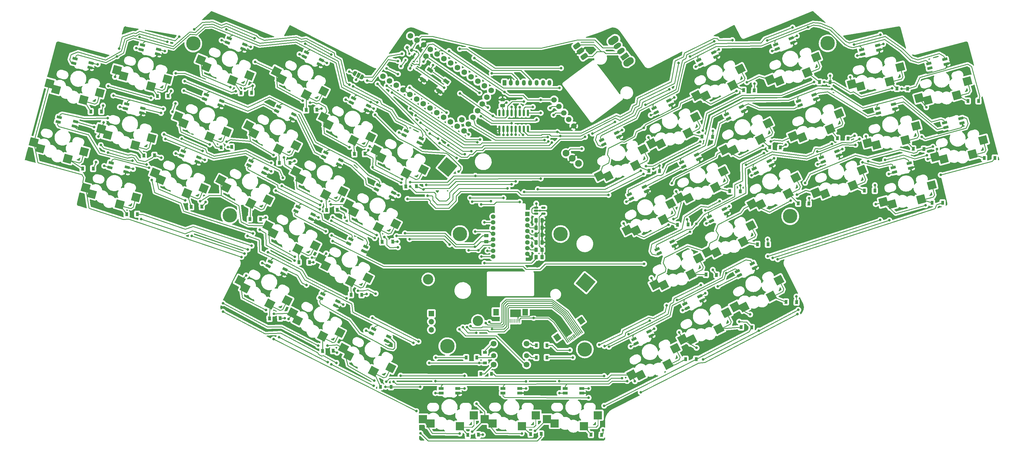
<source format=gbr>
%TF.GenerationSoftware,KiCad,Pcbnew,(6.0.4)*%
%TF.CreationDate,2023-01-19T19:57:53+01:00*%
%TF.ProjectId,Zazu,5a617a75-2e6b-4696-9361-645f70636258,rev?*%
%TF.SameCoordinates,Original*%
%TF.FileFunction,Copper,L2,Bot*%
%TF.FilePolarity,Positive*%
%FSLAX46Y46*%
G04 Gerber Fmt 4.6, Leading zero omitted, Abs format (unit mm)*
G04 Created by KiCad (PCBNEW (6.0.4)) date 2023-01-19 19:57:53*
%MOMM*%
%LPD*%
G01*
G04 APERTURE LIST*
G04 Aperture macros list*
%AMRoundRect*
0 Rectangle with rounded corners*
0 $1 Rounding radius*
0 $2 $3 $4 $5 $6 $7 $8 $9 X,Y pos of 4 corners*
0 Add a 4 corners polygon primitive as box body*
4,1,4,$2,$3,$4,$5,$6,$7,$8,$9,$2,$3,0*
0 Add four circle primitives for the rounded corners*
1,1,$1+$1,$2,$3*
1,1,$1+$1,$4,$5*
1,1,$1+$1,$6,$7*
1,1,$1+$1,$8,$9*
0 Add four rect primitives between the rounded corners*
20,1,$1+$1,$2,$3,$4,$5,0*
20,1,$1+$1,$4,$5,$6,$7,0*
20,1,$1+$1,$6,$7,$8,$9,0*
20,1,$1+$1,$8,$9,$2,$3,0*%
%AMHorizOval*
0 Thick line with rounded ends*
0 $1 width*
0 $2 $3 position (X,Y) of the first rounded end (center of the circle)*
0 $4 $5 position (X,Y) of the second rounded end (center of the circle)*
0 Add line between two ends*
20,1,$1,$2,$3,$4,$5,0*
0 Add two circle primitives to create the rounded ends*
1,1,$1,$2,$3*
1,1,$1,$4,$5*%
%AMRotRect*
0 Rectangle, with rotation*
0 The origin of the aperture is its center*
0 $1 length*
0 $2 width*
0 $3 Rotation angle, in degrees counterclockwise*
0 Add horizontal line*
21,1,$1,$2,0,0,$3*%
%AMFreePoly0*
4,1,22,0.550000,-0.750000,0.000000,-0.750000,0.000000,-0.745033,-0.079941,-0.743568,-0.215256,-0.701293,-0.333266,-0.622738,-0.424486,-0.514219,-0.481581,-0.384460,-0.499164,-0.250000,-0.500000,-0.250000,-0.500000,0.250000,-0.499164,0.250000,-0.499963,0.256109,-0.478152,0.396186,-0.417904,0.524511,-0.324059,0.630769,-0.204165,0.706417,-0.067858,0.745374,0.000000,0.744959,0.000000,0.750000,
0.550000,0.750000,0.550000,-0.750000,0.550000,-0.750000,$1*%
%AMFreePoly1*
4,1,20,0.000000,0.744959,0.073905,0.744508,0.209726,0.703889,0.328688,0.626782,0.421226,0.519385,0.479903,0.390333,0.500000,0.250000,0.500000,-0.250000,0.499851,-0.262216,0.476331,-0.402017,0.414519,-0.529596,0.319384,-0.634700,0.198574,-0.708877,0.061801,-0.746166,0.000000,-0.745033,0.000000,-0.750000,-0.550000,-0.750000,-0.550000,0.750000,0.000000,0.750000,0.000000,0.744959,
0.000000,0.744959,$1*%
G04 Aperture macros list end*
%TA.AperFunction,SMDPad,CuDef*%
%ADD10RoundRect,0.082000X-0.718000X0.328000X-0.718000X-0.328000X0.718000X-0.328000X0.718000X0.328000X0*%
%TD*%
%TA.AperFunction,SMDPad,CuDef*%
%ADD11RotRect,2.600000X2.600000X165.000000*%
%TD*%
%TA.AperFunction,SMDPad,CuDef*%
%ADD12RotRect,2.550000X2.500000X165.000000*%
%TD*%
%TA.AperFunction,SMDPad,CuDef*%
%ADD13RotRect,3.000000X0.250000X345.000000*%
%TD*%
%TA.AperFunction,SMDPad,CuDef*%
%ADD14RoundRect,0.062500X-0.347636X-0.272877X0.410136X0.164623X0.347636X0.272877X-0.410136X-0.164623X0*%
%TD*%
%TA.AperFunction,SMDPad,CuDef*%
%ADD15RotRect,4.000000X0.250000X75.000000*%
%TD*%
%TA.AperFunction,SMDPad,CuDef*%
%ADD16RotRect,2.550000X2.500000X207.000000*%
%TD*%
%TA.AperFunction,SMDPad,CuDef*%
%ADD17RotRect,2.600000X2.600000X207.000000*%
%TD*%
%TA.AperFunction,SMDPad,CuDef*%
%ADD18RotRect,3.000000X0.250000X27.000000*%
%TD*%
%TA.AperFunction,SMDPad,CuDef*%
%ADD19RoundRect,0.062500X-0.075754X-0.435401X0.194636X0.396774X0.075754X0.435401X-0.194636X-0.396774X0*%
%TD*%
%TA.AperFunction,SMDPad,CuDef*%
%ADD20RotRect,4.000000X0.250000X117.000000*%
%TD*%
%TA.AperFunction,SMDPad,CuDef*%
%ADD21RoundRect,0.082000X-0.778427X0.130992X-0.608642X-0.502656X0.778427X-0.130992X0.608642X0.502656X0*%
%TD*%
%TA.AperFunction,ComponentPad*%
%ADD22C,4.500000*%
%TD*%
%TA.AperFunction,SMDPad,CuDef*%
%ADD23RotRect,2.600000X2.600000X195.000000*%
%TD*%
%TA.AperFunction,SMDPad,CuDef*%
%ADD24RotRect,2.550000X2.500000X195.000000*%
%TD*%
%TA.AperFunction,SMDPad,CuDef*%
%ADD25RotRect,4.000000X0.250000X105.000000*%
%TD*%
%TA.AperFunction,SMDPad,CuDef*%
%ADD26RoundRect,0.062500X-0.164623X-0.410136X0.272877X0.347636X0.164623X0.410136X-0.272877X-0.347636X0*%
%TD*%
%TA.AperFunction,SMDPad,CuDef*%
%ADD27RotRect,3.000000X0.250000X15.000000*%
%TD*%
%TA.AperFunction,SMDPad,CuDef*%
%ADD28RoundRect,0.082000X-0.490834X0.618215X-0.788652X0.033715X0.490834X-0.618215X0.788652X-0.033715X0*%
%TD*%
%TA.AperFunction,SMDPad,CuDef*%
%ADD29RoundRect,0.082000X-0.788652X-0.033715X-0.490834X-0.618215X0.788652X0.033715X0.490834X0.618215X0*%
%TD*%
%TA.AperFunction,SMDPad,CuDef*%
%ADD30RotRect,2.600000X2.600000X153.000000*%
%TD*%
%TA.AperFunction,SMDPad,CuDef*%
%ADD31RotRect,2.550000X2.500000X153.000000*%
%TD*%
%TA.AperFunction,SMDPad,CuDef*%
%ADD32RotRect,3.000000X0.250000X333.000000*%
%TD*%
%TA.AperFunction,SMDPad,CuDef*%
%ADD33RoundRect,0.062500X-0.396774X-0.194636X0.435401X0.075754X0.396774X0.194636X-0.435401X-0.075754X0*%
%TD*%
%TA.AperFunction,SMDPad,CuDef*%
%ADD34RotRect,4.000000X0.250000X63.000000*%
%TD*%
%TA.AperFunction,SMDPad,CuDef*%
%ADD35RoundRect,0.082000X-0.608642X0.502656X-0.778427X-0.130992X0.608642X-0.502656X0.778427X0.130992X0*%
%TD*%
%TA.AperFunction,ComponentPad*%
%ADD36C,1.752600*%
%TD*%
%TA.AperFunction,ComponentPad*%
%ADD37RoundRect,0.375000X0.829455X0.123000X0.399273X0.737364X-0.829455X-0.123000X-0.399273X-0.737364X0*%
%TD*%
%TA.AperFunction,SMDPad,CuDef*%
%ADD38R,2.600000X2.600000*%
%TD*%
%TA.AperFunction,SMDPad,CuDef*%
%ADD39R,2.550000X2.500000*%
%TD*%
%TA.AperFunction,SMDPad,CuDef*%
%ADD40R,3.000000X0.250000*%
%TD*%
%TA.AperFunction,SMDPad,CuDef*%
%ADD41R,0.250000X4.000000*%
%TD*%
%TA.AperFunction,SMDPad,CuDef*%
%ADD42RoundRect,0.062500X-0.265165X-0.353553X0.353553X0.265165X0.265165X0.353553X-0.353553X-0.265165X0*%
%TD*%
%TA.AperFunction,SMDPad,CuDef*%
%ADD43RoundRect,0.082000X-0.788589X0.035149X-0.542847X-0.573084X0.788589X-0.035149X0.542847X0.573084X0*%
%TD*%
%TA.AperFunction,SMDPad,CuDef*%
%ADD44RotRect,2.600000X2.600000X202.000000*%
%TD*%
%TA.AperFunction,SMDPad,CuDef*%
%ADD45RotRect,2.550000X2.500000X202.000000*%
%TD*%
%TA.AperFunction,SMDPad,CuDef*%
%ADD46RotRect,3.000000X0.250000X22.000000*%
%TD*%
%TA.AperFunction,SMDPad,CuDef*%
%ADD47RotRect,4.000000X0.250000X112.000000*%
%TD*%
%TA.AperFunction,SMDPad,CuDef*%
%ADD48RoundRect,0.062500X-0.113413X-0.427142X0.228476X0.378300X0.113413X0.427142X-0.228476X-0.378300X0*%
%TD*%
%TA.AperFunction,ComponentPad*%
%ADD49C,3.200000*%
%TD*%
%TA.AperFunction,ComponentPad*%
%ADD50C,2.100000*%
%TD*%
%TA.AperFunction,ComponentPad*%
%ADD51RotRect,4.400000X4.400000X140.000000*%
%TD*%
%TA.AperFunction,SMDPad,CuDef*%
%ADD52RotRect,2.550000X2.500000X158.000000*%
%TD*%
%TA.AperFunction,SMDPad,CuDef*%
%ADD53RotRect,2.600000X2.600000X158.000000*%
%TD*%
%TA.AperFunction,SMDPad,CuDef*%
%ADD54RotRect,3.000000X0.250000X338.000000*%
%TD*%
%TA.AperFunction,SMDPad,CuDef*%
%ADD55RotRect,4.000000X0.250000X68.000000*%
%TD*%
%TA.AperFunction,SMDPad,CuDef*%
%ADD56RoundRect,0.062500X-0.378300X-0.228476X0.427142X0.113413X0.378300X0.228476X-0.427142X-0.113413X0*%
%TD*%
%TA.AperFunction,ComponentPad*%
%ADD57R,1.700000X1.700000*%
%TD*%
%TA.AperFunction,ComponentPad*%
%ADD58O,1.700000X1.700000*%
%TD*%
%TA.AperFunction,ComponentPad*%
%ADD59C,1.800000*%
%TD*%
%TA.AperFunction,ComponentPad*%
%ADD60C,1.600000*%
%TD*%
%TA.AperFunction,SMDPad,CuDef*%
%ADD61RoundRect,0.082000X-0.542847X0.573084X-0.788589X-0.035149X0.542847X-0.573084X0.788589X0.035149X0*%
%TD*%
%TA.AperFunction,ComponentPad*%
%ADD62C,1.700000*%
%TD*%
%TA.AperFunction,ComponentPad*%
%ADD63HorizOval,1.700000X0.000000X0.000000X0.000000X0.000000X0*%
%TD*%
%TA.AperFunction,ComponentPad*%
%ADD64HorizOval,2.200000X0.532449X0.372825X-0.532449X-0.372825X0*%
%TD*%
%TA.AperFunction,ComponentPad*%
%ADD65RotRect,1.500000X2.500000X125.000000*%
%TD*%
%TA.AperFunction,ComponentPad*%
%ADD66HorizOval,1.500000X0.409576X0.286788X-0.409576X-0.286788X0*%
%TD*%
%TA.AperFunction,SMDPad,CuDef*%
%ADD67RotRect,0.900000X1.200000X358.000000*%
%TD*%
%TA.AperFunction,SMDPad,CuDef*%
%ADD68R,0.900000X1.200000*%
%TD*%
%TA.AperFunction,SMDPad,CuDef*%
%ADD69RotRect,0.650000X0.400000X148.000000*%
%TD*%
%TA.AperFunction,SMDPad,CuDef*%
%ADD70RoundRect,0.150000X0.034471X-0.227896X0.219943X0.068921X-0.034471X0.227896X-0.219943X-0.068921X0*%
%TD*%
%TA.AperFunction,SMDPad,CuDef*%
%ADD71RoundRect,0.250000X0.250000X0.475000X-0.250000X0.475000X-0.250000X-0.475000X0.250000X-0.475000X0*%
%TD*%
%TA.AperFunction,SMDPad,CuDef*%
%ADD72R,0.280000X1.250000*%
%TD*%
%TA.AperFunction,SMDPad,CuDef*%
%ADD73R,1.800000X2.000000*%
%TD*%
%TA.AperFunction,SMDPad,CuDef*%
%ADD74RotRect,0.900000X1.200000X2.000000*%
%TD*%
%TA.AperFunction,SMDPad,CuDef*%
%ADD75RoundRect,0.150000X0.150000X-0.825000X0.150000X0.825000X-0.150000X0.825000X-0.150000X-0.825000X0*%
%TD*%
%TA.AperFunction,SMDPad,CuDef*%
%ADD76RoundRect,0.140000X-0.069979X0.208813X-0.218357X-0.028640X0.069979X-0.208813X0.218357X0.028640X0*%
%TD*%
%TA.AperFunction,SMDPad,CuDef*%
%ADD77RotRect,0.280000X1.250000X35.000000*%
%TD*%
%TA.AperFunction,SMDPad,CuDef*%
%ADD78RotRect,1.800000X2.000000X35.000000*%
%TD*%
%TA.AperFunction,SMDPad,CuDef*%
%ADD79RoundRect,0.250000X0.262500X0.450000X-0.262500X0.450000X-0.262500X-0.450000X0.262500X-0.450000X0*%
%TD*%
%TA.AperFunction,SMDPad,CuDef*%
%ADD80RoundRect,0.250000X-0.262500X-0.450000X0.262500X-0.450000X0.262500X0.450000X-0.262500X0.450000X0*%
%TD*%
%TA.AperFunction,SMDPad,CuDef*%
%ADD81RotRect,0.900000X1.200000X1.000000*%
%TD*%
%TA.AperFunction,SMDPad,CuDef*%
%ADD82RoundRect,0.250000X0.450000X-0.262500X0.450000X0.262500X-0.450000X0.262500X-0.450000X-0.262500X0*%
%TD*%
%TA.AperFunction,SMDPad,CuDef*%
%ADD83FreePoly0,153.000000*%
%TD*%
%TA.AperFunction,SMDPad,CuDef*%
%ADD84RotRect,1.000000X1.500000X153.000000*%
%TD*%
%TA.AperFunction,SMDPad,CuDef*%
%ADD85FreePoly1,153.000000*%
%TD*%
%TA.AperFunction,SMDPad,CuDef*%
%ADD86RoundRect,0.218750X-0.321302X-0.101392X0.049719X-0.333232X0.321302X0.101392X-0.049719X0.333232X0*%
%TD*%
%TA.AperFunction,SMDPad,CuDef*%
%ADD87RotRect,0.900000X1.200000X359.000000*%
%TD*%
%TA.AperFunction,SMDPad,CuDef*%
%ADD88R,1.200000X0.900000*%
%TD*%
%TA.AperFunction,SMDPad,CuDef*%
%ADD89RoundRect,0.250000X-0.250000X-0.475000X0.250000X-0.475000X0.250000X0.475000X-0.250000X0.475000X0*%
%TD*%
%TA.AperFunction,ComponentPad*%
%ADD90R,1.400000X1.400000*%
%TD*%
%TA.AperFunction,ComponentPad*%
%ADD91C,1.400000*%
%TD*%
%TA.AperFunction,SMDPad,CuDef*%
%ADD92RoundRect,0.150000X-0.512500X-0.150000X0.512500X-0.150000X0.512500X0.150000X-0.512500X0.150000X0*%
%TD*%
%TA.AperFunction,SMDPad,CuDef*%
%ADD93RoundRect,0.250000X0.475000X-0.250000X0.475000X0.250000X-0.475000X0.250000X-0.475000X-0.250000X0*%
%TD*%
%TA.AperFunction,SMDPad,CuDef*%
%ADD94RotRect,1.800000X1.100000X325.000000*%
%TD*%
%TA.AperFunction,ComponentPad*%
%ADD95RoundRect,0.250000X-0.350000X-0.625000X0.350000X-0.625000X0.350000X0.625000X-0.350000X0.625000X0*%
%TD*%
%TA.AperFunction,ComponentPad*%
%ADD96O,1.200000X1.750000*%
%TD*%
%TA.AperFunction,ViaPad*%
%ADD97C,0.800000*%
%TD*%
%TA.AperFunction,Conductor*%
%ADD98C,0.250000*%
%TD*%
G04 APERTURE END LIST*
D10*
%TO.P,D73,1,VDD*%
%TO.N,LED_PWR*%
X239840436Y-173514437D03*
%TO.P,D73,2,DOUT*%
%TO.N,Net-(D73-Pad2)*%
X239840436Y-175014437D03*
%TO.P,D73,3,VSS*%
%TO.N,GND*%
X245040436Y-175014437D03*
%TO.P,D73,4,DIN*%
%TO.N,Net-(D66-Pad2)*%
X245040436Y-173514437D03*
%TD*%
D11*
%TO.P,SW7,1,1*%
%TO.N,row_3*%
X95429014Y-92557285D03*
D12*
X97431697Y-94474244D03*
D11*
%TO.P,SW7,2,2*%
%TO.N,Net-(D7-Pad1)*%
X106012871Y-97674253D03*
D13*
X108154148Y-98604182D03*
D14*
X109939451Y-98783023D03*
D15*
X110805368Y-96675723D03*
D12*
X111095576Y-95502444D03*
%TD*%
D16*
%TO.P,SW26,1,1*%
%TO.N,row_3*%
X295560952Y-148119292D03*
D17*
X292789973Y-148034770D03*
D18*
%TO.P,SW26,2,2*%
%TO.N,Net-(D26-Pad1)*%
X306292755Y-144013713D03*
D19*
X307739161Y-142952018D03*
D16*
X306403194Y-139740473D03*
D17*
X304079231Y-144755436D03*
D20*
X306972603Y-140806577D03*
%TD*%
D21*
%TO.P,D42,1,VDD*%
%TO.N,LED_PWR*%
X341967477Y-104647526D03*
%TO.P,D42,2,DOUT*%
%TO.N,Net-(D42-Pad2)*%
X342355705Y-106096415D03*
%TO.P,D42,3,VSS*%
%TO.N,GND*%
X347378520Y-104750556D03*
%TO.P,D42,4,DIN*%
%TO.N,Net-(D42-Pad4)*%
X346990291Y-103301667D03*
%TD*%
D12*
%TO.P,SW40,1,1*%
%TO.N,row_6*%
X92558887Y-112891891D03*
D11*
X90556204Y-110974932D03*
D15*
%TO.P,SW40,2,2*%
%TO.N,Net-(D77-Pad1)*%
X105932558Y-115093370D03*
D13*
X103281338Y-117021829D03*
D14*
X105066641Y-117200670D03*
D12*
X106222766Y-113920091D03*
D11*
X101140061Y-116091900D03*
%TD*%
D22*
%TO.P,H10,1*%
%TO.N,N/C*%
X238452436Y-125369438D03*
%TD*%
D23*
%TO.P,SW44,1,1*%
%TO.N,row_6*%
X354997140Y-101350328D03*
D24*
X357689993Y-102009123D03*
D25*
%TO.P,SW44,2,2*%
%TO.N,Net-(D81-Pad1)*%
X370372672Y-97228823D03*
D23*
X366721513Y-100489825D03*
D26*
X370676416Y-99486757D03*
D27*
X369040879Y-100224528D03*
D24*
X370037360Y-96067629D03*
%TD*%
D23*
%TO.P,SW34,1,1*%
%TO.N,row_3*%
X329112229Y-78602702D03*
D24*
X331805082Y-79261497D03*
D25*
%TO.P,SW34,2,2*%
%TO.N,Net-(D34-Pad1)*%
X344487761Y-74481197D03*
D24*
X344152449Y-73320003D03*
D23*
X340836602Y-77742199D03*
D26*
X344791505Y-76739131D03*
D27*
X343155968Y-77476902D03*
%TD*%
D28*
%TO.P,D85,1,VDD*%
%TO.N,LED_PWR*%
X148049543Y-133999589D03*
%TO.P,D85,2,DOUT*%
%TO.N,Net-(D41-Pad4)*%
X147368557Y-135336098D03*
%TO.P,D85,3,VSS*%
%TO.N,GND*%
X152001791Y-137696849D03*
%TO.P,D85,4,DIN*%
%TO.N,Net-(D84-Pad2)*%
X152682777Y-136360339D03*
%TD*%
D11*
%TO.P,SW39,1,1*%
%TO.N,row_6*%
X74445642Y-96750932D03*
D12*
X76448325Y-98667891D03*
D11*
%TO.P,SW39,2,2*%
%TO.N,Net-(D76-Pad1)*%
X85029499Y-101867900D03*
D13*
X87170776Y-102797829D03*
D12*
X90112204Y-99696091D03*
D14*
X88956079Y-102976670D03*
D15*
X89821996Y-100869370D03*
%TD*%
D22*
%TO.P,H8,1*%
%TO.N,N/C*%
X321563075Y-65876331D03*
%TD*%
D21*
%TO.P,D56,1,VDD*%
%TO.N,LED_PWR*%
X337039123Y-86244201D03*
%TO.P,D56,2,DOUT*%
%TO.N,Net-(D56-Pad2)*%
X337427351Y-87693090D03*
%TO.P,D56,3,VSS*%
%TO.N,GND*%
X342450166Y-86347231D03*
%TO.P,D56,4,DIN*%
%TO.N,Net-(D49-Pad2)*%
X342061937Y-84898342D03*
%TD*%
D29*
%TO.P,D50,1,VDD*%
%TO.N,LED_PWR*%
X251211132Y-96101430D03*
%TO.P,D50,2,DOUT*%
%TO.N,Net-(D50-Pad2)*%
X251892118Y-97437940D03*
%TO.P,D50,3,VSS*%
%TO.N,GND*%
X256525352Y-95077189D03*
%TO.P,D50,4,DIN*%
%TO.N,Net-(D44-Pad2)*%
X255844366Y-93740680D03*
%TD*%
D30*
%TO.P,SW20,1,1*%
%TO.N,row_2*%
X163741242Y-132956793D03*
D31*
X165301602Y-135248243D03*
D32*
%TO.P,SW20,2,2*%
%TO.N,Net-(D20-Pad1)*%
X174931081Y-141517255D03*
D33*
X176640186Y-142063373D03*
D31*
X178453119Y-139094854D03*
D30*
X173029938Y-140162451D03*
D34*
X177925313Y-140182157D03*
%TD*%
D29*
%TO.P,D57,1,VDD*%
%TO.N,LED_PWR*%
X267513306Y-86059334D03*
%TO.P,D57,2,DOUT*%
%TO.N,Net-(D57-Pad2)*%
X268194292Y-87395844D03*
%TO.P,D57,3,VSS*%
%TO.N,GND*%
X272827526Y-85035093D03*
%TO.P,D57,4,DIN*%
%TO.N,Net-(D50-Pad2)*%
X272146540Y-83698584D03*
%TD*%
D35*
%TO.P,D48,1,VDD*%
%TO.N,LED_PWR*%
X98517320Y-103190161D03*
%TO.P,D48,2,DOUT*%
%TO.N,Net-(D48-Pad2)*%
X98129091Y-104639050D03*
%TO.P,D48,3,VSS*%
%TO.N,GND*%
X103151906Y-105984909D03*
%TO.P,D48,4,DIN*%
%TO.N,Net-(D48-Pad4)*%
X103540134Y-104536020D03*
%TD*%
D21*
%TO.P,D49,1,VDD*%
%TO.N,LED_PWR*%
X357999283Y-90627961D03*
%TO.P,D49,2,DOUT*%
%TO.N,Net-(D49-Pad2)*%
X358387511Y-92076850D03*
%TO.P,D49,3,VSS*%
%TO.N,GND*%
X363410326Y-90730991D03*
%TO.P,D49,4,DIN*%
%TO.N,Net-(D42-Pad2)*%
X363022097Y-89282102D03*
%TD*%
D36*
%TO.P,U1,1,TX0/PD3*%
%TO.N,MOTION*%
X185174396Y-77582685D03*
%TO.P,U1,2,RX1/PD2*%
%TO.N,NCS*%
X187280152Y-79003035D03*
%TO.P,U1,3,GND*%
%TO.N,GND*%
X189385907Y-80423385D03*
%TO.P,U1,4,GND*%
X191491662Y-81843735D03*
%TO.P,U1,5,2/PD1*%
%TO.N,SDA*%
X193597418Y-83264085D03*
%TO.P,U1,6,3/PD0*%
%TO.N,SCL*%
X195703173Y-84684435D03*
%TO.P,U1,7,4/PD4*%
%TO.N,row_0*%
X197808929Y-86104785D03*
%TO.P,U1,8,5/PC6*%
%TO.N,row_1*%
X199914684Y-87525135D03*
%TO.P,U1,9,6/PD7*%
%TO.N,row_2*%
X202020440Y-88945485D03*
%TO.P,U1,10,7/PE6*%
%TO.N,row_3*%
X204126195Y-90365835D03*
%TO.P,U1,11,8/PB4*%
%TO.N,row_4*%
X206231951Y-91786185D03*
%TO.P,U1,12,9/PB5*%
%TO.N,SR_CS*%
X208348890Y-93189954D03*
%TO.P,U1,13,10/PB6*%
%TO.N,row_5*%
X216859806Y-80572003D03*
%TO.P,U1,14,16/PB2*%
%TO.N,MOSI*%
X214754050Y-79151653D03*
%TO.P,U1,15,14/PB3*%
%TO.N,MISO*%
X212648295Y-77731303D03*
%TO.P,U1,16,15/PB1*%
%TO.N,SCLK*%
X210542540Y-76310953D03*
%TO.P,U1,17,A0/PF7*%
%TO.N,TFT_CS*%
X208436784Y-74890603D03*
%TO.P,U1,18,A1/PF6*%
%TO.N,LED_3V3*%
X206331029Y-73470253D03*
%TO.P,U1,19,A2/PF5*%
%TO.N,EncR*%
X204225273Y-72049903D03*
%TO.P,U1,20,A3/PF4*%
%TO.N,EncL*%
X202119518Y-70629553D03*
%TO.P,U1,21,VCC*%
%TO.N,VCC*%
X200013762Y-69209203D03*
%TO.P,U1,22,RST*%
%TO.N,RESET*%
X197908007Y-67788853D03*
%TO.P,U1,23,GND*%
%TO.N,GND*%
X195802251Y-66368503D03*
%TO.P,U1,24,B0*%
%TO.N,RAW*%
X193696496Y-64948153D03*
%TO.P,U1,25,B7*%
%TO.N,TFT_RST*%
X209758056Y-91100780D03*
%TO.P,U1,26,D5*%
%TO.N,TFT_BL*%
X211178406Y-88995024D03*
%TO.P,U1,27,C7*%
%TO.N,TFT_DC*%
X212598756Y-86889269D03*
%TO.P,U1,28,F1*%
%TO.N,row_6*%
X214019106Y-84783513D03*
%TO.P,U1,29,F0*%
%TO.N,GPIO16*%
X215439456Y-82677758D03*
%TO.P,U1,30,RGB*%
%TO.N,LED_5V*%
X207652301Y-89680430D03*
X196510025Y-69861447D03*
%TO.P,U1,31,GPIO10*%
%TO.N,GPIO10*%
X183171019Y-76207266D03*
%TO.P,U1,32,GPIO11*%
%TO.N,GPIO11*%
X191693119Y-63572733D03*
%TD*%
D37*
%TO.P,J4,1,Pin_1*%
%TO.N,bat+*%
X243483662Y-66696862D03*
%TO.P,J4,2,Pin_2*%
%TO.N,GND*%
X244630815Y-68335166D03*
%TO.P,J4,3,Pin_3*%
%TO.N,bat+*%
X245777968Y-69973470D03*
%TD*%
D22*
%TO.P,H9,1*%
%TO.N,N/C*%
X207131342Y-125369438D03*
%TD*%
D16*
%TO.P,SW21,1,1*%
%TO.N,row_3*%
X279224413Y-158291101D03*
D17*
X276453434Y-158206579D03*
D19*
%TO.P,SW21,2,2*%
%TO.N,Net-(D21-Pad1)*%
X291402622Y-153123827D03*
D20*
X290636064Y-150978386D03*
D18*
X289956216Y-154185522D03*
D17*
X287742692Y-154927245D03*
D16*
X290066655Y-149912282D03*
%TD*%
D35*
%TO.P,D46,1,VDD*%
%TO.N,LED_PWR*%
X87301632Y-70632043D03*
%TO.P,D46,2,DOUT*%
%TO.N,Net-(D46-Pad2)*%
X86913403Y-72080932D03*
%TO.P,D46,3,VSS*%
%TO.N,GND*%
X91936218Y-73426791D03*
%TO.P,D46,4,DIN*%
%TO.N,LED_DO*%
X92324446Y-71977902D03*
%TD*%
D24*
%TO.P,SW43,1,1*%
%TO.N,row_6*%
X341658187Y-116028688D03*
D23*
X338965334Y-115369893D03*
D26*
%TO.P,SW43,2,2*%
%TO.N,Net-(D80-Pad1)*%
X354644610Y-113506322D03*
D25*
X354340866Y-111248388D03*
D24*
X354005554Y-110087194D03*
D27*
X353009073Y-114244093D03*
D23*
X350689707Y-114509390D03*
%TD*%
D17*
%TO.P,SW23,1,1*%
%TO.N,row_2*%
X267766347Y-141175660D03*
D16*
X270537326Y-141260182D03*
D18*
%TO.P,SW23,2,2*%
%TO.N,Net-(D23-Pad1)*%
X281269129Y-137154603D03*
D17*
X279055605Y-137896326D03*
D20*
X281948977Y-133947467D03*
D16*
X281379568Y-132881363D03*
D19*
X282715535Y-136092908D03*
%TD*%
D29*
%TO.P,D51,1,VDD*%
%TO.N,LED_PWR*%
X293496559Y-136926574D03*
%TO.P,D51,2,DOUT*%
%TO.N,Net-(D51-Pad2)*%
X294177545Y-138263084D03*
%TO.P,D51,3,VSS*%
%TO.N,GND*%
X298810779Y-135902333D03*
%TO.P,D51,4,DIN*%
%TO.N,Net-(D45-Pad2)*%
X298129793Y-134565824D03*
%TD*%
D17*
%TO.P,SW25,1,1*%
%TO.N,row_1*%
X275432539Y-114096653D03*
D16*
X278203518Y-114181175D03*
%TO.P,SW25,2,2*%
%TO.N,Net-(D25-Pad1)*%
X289045760Y-105802356D03*
D18*
X288935321Y-110075596D03*
D20*
X289615169Y-106868460D03*
D17*
X286721797Y-110817319D03*
D19*
X290381727Y-109013901D03*
%TD*%
D31*
%TO.P,SW4,1,1*%
%TO.N,row_0*%
X151525731Y-76979940D03*
D30*
X149965371Y-74688490D03*
D31*
%TO.P,SW4,2,2*%
%TO.N,Net-(D4-Pad1)*%
X164677248Y-80826551D03*
D30*
X159254067Y-81894148D03*
D34*
X164149442Y-81913854D03*
D33*
X162864315Y-83795070D03*
D32*
X161155210Y-83248952D03*
%TD*%
D28*
%TO.P,D61,1,VDD*%
%TO.N,LED_PWR*%
X150741594Y-85660019D03*
%TO.P,D61,2,DOUT*%
%TO.N,Net-(D61-Pad2)*%
X150060608Y-86996528D03*
%TO.P,D61,3,VSS*%
%TO.N,GND*%
X154693842Y-89357279D03*
%TO.P,D61,4,DIN*%
%TO.N,Net-(D54-Pad2)*%
X155374828Y-88020769D03*
%TD*%
%TO.P,D84,1,VDD*%
%TO.N,LED_PWR*%
X173146933Y-126997347D03*
%TO.P,D84,2,DOUT*%
%TO.N,Net-(D84-Pad2)*%
X172465947Y-128333856D03*
%TO.P,D84,3,VSS*%
%TO.N,GND*%
X177099181Y-130694607D03*
%TO.P,D84,4,DIN*%
%TO.N,Net-(D69-Pad2)*%
X177780167Y-129358097D03*
%TD*%
D35*
%TO.P,D91,1,VDD*%
%TO.N,LED_PWR*%
X82406758Y-88966161D03*
%TO.P,D91,2,DOUT*%
%TO.N,Net-(D48-Pad4)*%
X82018529Y-90415050D03*
%TO.P,D91,3,VSS*%
%TO.N,GND*%
X87041344Y-91760909D03*
%TO.P,D91,4,DIN*%
%TO.N,Net-(D83-Pad2)*%
X87429572Y-90312020D03*
%TD*%
D28*
%TO.P,D90,1,VDD*%
%TO.N,LED_PWR*%
X190426234Y-93211642D03*
%TO.P,D90,2,DOUT*%
%TO.N,Net-(D47-Pad4)*%
X189745248Y-94548151D03*
%TO.P,D90,3,VSS*%
%TO.N,GND*%
X194378482Y-96908902D03*
%TO.P,D90,4,DIN*%
%TO.N,Net-(D74-Pad2)*%
X195059468Y-95572392D03*
%TD*%
D31*
%TO.P,SW8,1,1*%
%TO.N,row_0*%
X166144939Y-91276920D03*
D30*
X164584579Y-88985470D03*
D32*
%TO.P,SW8,2,2*%
%TO.N,Net-(D8-Pad1)*%
X175774418Y-97545932D03*
D34*
X178768650Y-96210834D03*
D31*
X179296456Y-95123531D03*
D33*
X177483523Y-98092050D03*
D30*
X173873275Y-96191128D03*
%TD*%
D35*
%TO.P,D83,1,VDD*%
%TO.N,LED_PWR*%
X103386944Y-84775086D03*
%TO.P,D83,2,DOUT*%
%TO.N,Net-(D83-Pad2)*%
X102998715Y-86223975D03*
%TO.P,D83,3,VSS*%
%TO.N,GND*%
X108021530Y-87569834D03*
%TO.P,D83,4,DIN*%
%TO.N,Net-(D68-Pad2)*%
X108409758Y-86120945D03*
%TD*%
D38*
%TO.P,SW22,1,1*%
%TO.N,row_4*%
X234167848Y-183091129D03*
D39*
X236598436Y-184424437D03*
%TO.P,SW22,2,2*%
%TO.N,Net-(D22-Pad1)*%
X250062848Y-181881129D03*
D40*
X248024436Y-185638476D03*
D41*
X250086195Y-183089541D03*
D42*
X249795192Y-185349153D03*
D38*
X245715437Y-185294437D03*
%TD*%
D10*
%TO.P,D59,1,VDD*%
%TO.N,LED_PWR*%
X201234852Y-173514438D03*
%TO.P,D59,2,DOUT*%
%TO.N,Net-(D59-Pad2)*%
X201234852Y-175014438D03*
%TO.P,D59,3,VSS*%
%TO.N,GND*%
X206434852Y-175014438D03*
%TO.P,D59,4,DIN*%
%TO.N,Net-(D52-Pad2)*%
X206434852Y-173514438D03*
%TD*%
D43*
%TO.P,D88,1,VDD*%
%TO.N,LED_PWR*%
X319612761Y-101489393D03*
%TO.P,D88,2,DOUT*%
%TO.N,Net-(D42-Pad4)*%
X320174670Y-102880169D03*
%TO.P,D88,3,VSS*%
%TO.N,GND*%
X324996026Y-100932215D03*
%TO.P,D88,4,DIN*%
%TO.N,Net-(D72-Pad2)*%
X324434117Y-99541439D03*
%TD*%
D22*
%TO.P,H3,1*%
%TO.N,N/C*%
X245972677Y-161342170D03*
%TD*%
D28*
%TO.P,D67,1,VDD*%
%TO.N,LED_PWR*%
X159367411Y-68730898D03*
%TO.P,D67,2,DOUT*%
%TO.N,Net-(D67-Pad2)*%
X158686425Y-70067407D03*
%TO.P,D67,3,VSS*%
%TO.N,GND*%
X163319659Y-72428158D03*
%TO.P,D67,4,DIN*%
%TO.N,Net-(D60-Pad2)*%
X164000645Y-71091648D03*
%TD*%
D44*
%TO.P,SW33,1,1*%
%TO.N,row_1*%
X310823193Y-94877241D03*
D45*
X313576261Y-95202948D03*
D46*
%TO.P,SW33,2,2*%
%TO.N,Net-(D33-Pad1)*%
X324625050Y-92048331D03*
D44*
X322355305Y-92594310D03*
D47*
X325581833Y-88912651D03*
D45*
X325107507Y-87800977D03*
D48*
X326158485Y-91116738D03*
%TD*%
D30*
%TO.P,SW16,1,1*%
%TO.N,row_3*%
X155017827Y-149995069D03*
D31*
X156578187Y-152286519D03*
D32*
%TO.P,SW16,2,2*%
%TO.N,Net-(D16-Pad1)*%
X166207666Y-158555531D03*
D33*
X167916771Y-159101649D03*
D31*
X169729704Y-156133130D03*
D30*
X164306523Y-157200727D03*
D34*
X169201898Y-157220433D03*
%TD*%
D17*
%TO.P,SW28,1,1*%
%TO.N,row_0*%
X280756050Y-82202906D03*
D16*
X283527029Y-82287428D03*
D18*
%TO.P,SW28,2,2*%
%TO.N,Net-(D28-Pad1)*%
X294258832Y-78181849D03*
D20*
X294938680Y-74974713D03*
D17*
X292045308Y-78923572D03*
D19*
X295705238Y-77120154D03*
D16*
X294369271Y-73908609D03*
%TD*%
D30*
%TO.P,SW5,1,1*%
%TO.N,row_1*%
X141339553Y-91617611D03*
D31*
X142899913Y-93909061D03*
D30*
%TO.P,SW5,2,2*%
%TO.N,Net-(D5-Pad1)*%
X150628249Y-98823269D03*
D33*
X154238497Y-100724191D03*
D31*
X156051430Y-97755672D03*
D34*
X155523624Y-98842975D03*
D32*
X152529392Y-100178073D03*
%TD*%
D29*
%TO.P,D72,1,VDD*%
%TO.N,LED_PWR*%
X298714270Y-104952957D03*
%TO.P,D72,2,DOUT*%
%TO.N,Net-(D72-Pad2)*%
X299395256Y-106289467D03*
%TO.P,D72,3,VSS*%
%TO.N,GND*%
X304028490Y-103928716D03*
%TO.P,D72,4,DIN*%
%TO.N,Net-(D65-Pad2)*%
X303347504Y-102592207D03*
%TD*%
D10*
%TO.P,D66,1,VDD*%
%TO.N,LED_PWR*%
X220514848Y-173511130D03*
%TO.P,D66,2,DOUT*%
%TO.N,Net-(D66-Pad2)*%
X220514848Y-175011130D03*
%TO.P,D66,3,VSS*%
%TO.N,GND*%
X225714848Y-175011130D03*
%TO.P,D66,4,DIN*%
%TO.N,Net-(D59-Pad2)*%
X225714848Y-173511130D03*
%TD*%
D49*
%TO.P,SW36,*%
%TO.N,*%
X197228052Y-139501819D03*
X212691390Y-152477497D03*
D50*
%TO.P,SW36,A,A*%
%TO.N,EncL*%
X243984085Y-103369716D03*
%TO.P,SW36,B,B*%
%TO.N,EncR*%
X240153863Y-100155778D03*
%TO.P,SW36,C,C*%
%TO.N,GND*%
X242068974Y-101762747D03*
D51*
%TO.P,SW36,MP*%
%TO.N,N/C*%
X246205658Y-140541280D03*
X203178553Y-104440241D03*
%TD*%
D30*
%TO.P,SW15,1,1*%
%TO.N,row_2*%
X147332941Y-122843722D03*
D31*
X148893301Y-125135172D03*
D32*
%TO.P,SW15,2,2*%
%TO.N,Net-(D15-Pad1)*%
X158522780Y-131404184D03*
D34*
X161517012Y-130069086D03*
D31*
X162044818Y-128981783D03*
D33*
X160231885Y-131950302D03*
D30*
X156621637Y-130049380D03*
%TD*%
D24*
%TO.P,SW45,1,1*%
%TO.N,row_6*%
X352722629Y-83602417D03*
D23*
X350029776Y-82943622D03*
D25*
%TO.P,SW45,2,2*%
%TO.N,Net-(D82-Pad1)*%
X365405308Y-78822117D03*
D24*
X365069996Y-77660923D03*
D27*
X364073515Y-81817822D03*
D23*
X361754149Y-82083119D03*
D26*
X365709052Y-81080051D03*
%TD*%
D29*
%TO.P,D44,1,VDD*%
%TO.N,LED_PWR*%
X259836951Y-113030556D03*
%TO.P,D44,2,DOUT*%
%TO.N,Net-(D44-Pad2)*%
X260517937Y-114367066D03*
%TO.P,D44,3,VSS*%
%TO.N,GND*%
X265151171Y-112006315D03*
%TO.P,D44,4,DIN*%
%TO.N,Net-(D44-Pad4)*%
X264470185Y-110669806D03*
%TD*%
%TO.P,D65,1,VDD*%
%TO.N,LED_PWR*%
X284764942Y-119917586D03*
%TO.P,D65,2,DOUT*%
%TO.N,Net-(D65-Pad2)*%
X285445928Y-121254096D03*
%TO.P,D65,3,VSS*%
%TO.N,GND*%
X290079162Y-118893345D03*
%TO.P,D65,4,DIN*%
%TO.N,Net-(D58-Pad2)*%
X289398176Y-117556836D03*
%TD*%
D28*
%TO.P,D41,1,VDD*%
%TO.N,LED_PWR*%
X164419867Y-144037476D03*
%TO.P,D41,2,DOUT*%
%TO.N,Net-(D41-Pad2)*%
X163738881Y-145373985D03*
%TO.P,D41,3,VSS*%
%TO.N,GND*%
X168372115Y-147734736D03*
%TO.P,D41,4,DIN*%
%TO.N,Net-(D41-Pad4)*%
X169053101Y-146398226D03*
%TD*%
D23*
%TO.P,SW31,1,1*%
%TO.N,row_3*%
X334038454Y-96962749D03*
D24*
X336731307Y-97621544D03*
D27*
%TO.P,SW31,2,2*%
%TO.N,Net-(D31-Pad1)*%
X348082193Y-95836949D03*
D26*
X349717730Y-95099178D03*
D24*
X349078674Y-91680050D03*
D23*
X345762827Y-96102246D03*
D25*
X349413986Y-92841244D03*
%TD*%
D31*
%TO.P,SW41,1,1*%
%TO.N,row_6*%
X172437431Y-163256079D03*
D30*
X170877071Y-160964629D03*
D33*
%TO.P,SW41,2,2*%
%TO.N,Net-(D78-Pad1)*%
X183776015Y-170071209D03*
D34*
X185061142Y-168189993D03*
D31*
X185588948Y-167102690D03*
D30*
X180165767Y-168170287D03*
D32*
X182066910Y-169525091D03*
%TD*%
D22*
%TO.P,H2,1*%
%TO.N,N/C*%
X203186436Y-160340438D03*
%TD*%
D16*
%TO.P,SW30,1,1*%
%TO.N,row_2*%
X300778663Y-116145675D03*
D17*
X298007684Y-116061153D03*
D18*
%TO.P,SW30,2,2*%
%TO.N,Net-(D30-Pad1)*%
X311510466Y-112040096D03*
D17*
X309296942Y-112781819D03*
D16*
X311620905Y-107766856D03*
D20*
X312190314Y-108832960D03*
D19*
X312956872Y-110978401D03*
%TD*%
D16*
%TO.P,SW42,1,1*%
%TO.N,row_6*%
X263340828Y-169349461D03*
D17*
X260569849Y-169264939D03*
D18*
%TO.P,SW42,2,2*%
%TO.N,Net-(D79-Pad1)*%
X274072631Y-165243882D03*
D17*
X271859107Y-165985605D03*
D19*
X275519037Y-164182187D03*
D16*
X274183070Y-160970642D03*
D20*
X274752479Y-162036746D03*
%TD*%
D29*
%TO.P,D64,1,VDD*%
%TO.N,LED_PWR*%
X281462634Y-71094710D03*
%TO.P,D64,2,DOUT*%
%TO.N,Net-(D64-Pad2)*%
X282143620Y-72431220D03*
%TO.P,D64,3,VSS*%
%TO.N,GND*%
X286776854Y-70070469D03*
%TO.P,D64,4,DIN*%
%TO.N,Net-(D57-Pad2)*%
X286095868Y-68733960D03*
%TD*%
D52*
%TO.P,SW6,1,1*%
%TO.N,row_2*%
X113936623Y-108438711D03*
D53*
X112182487Y-106291975D03*
D52*
%TO.P,SW6,2,2*%
%TO.N,Net-(D6-Pad1)*%
X127373348Y-111124454D03*
D53*
X122063851Y-112660649D03*
D54*
X124075838Y-113844603D03*
D55*
X126942316Y-112253620D03*
D56*
X125826037Y-114239684D03*
%TD*%
D39*
%TO.P,SW12,1,1*%
%TO.N,row_4*%
X197992854Y-184424439D03*
D38*
X195562266Y-183091131D03*
D41*
%TO.P,SW12,2,2*%
%TO.N,Net-(D12-Pad1)*%
X211480613Y-183089543D03*
D39*
X211457266Y-181881131D03*
D38*
X207109855Y-185294439D03*
D40*
X209418854Y-185638478D03*
D42*
X211189610Y-185349155D03*
%TD*%
D28*
%TO.P,D54,1,VDD*%
%TO.N,LED_PWR*%
X165360798Y-99957003D03*
%TO.P,D54,2,DOUT*%
%TO.N,Net-(D54-Pad2)*%
X164679812Y-101293512D03*
%TO.P,D54,3,VSS*%
%TO.N,GND*%
X169313046Y-103654263D03*
%TO.P,D54,4,DIN*%
%TO.N,Net-(D47-Pad2)*%
X169994032Y-102317753D03*
%TD*%
D52*
%TO.P,SW1,1,1*%
%TO.N,row_0*%
X128171668Y-73205723D03*
D53*
X126417532Y-71058987D03*
%TO.P,SW1,2,2*%
%TO.N,Net-(D1-Pad1)*%
X136298896Y-77427661D03*
D52*
X141608393Y-75891466D03*
D54*
X138310883Y-78611615D03*
D56*
X140061082Y-79006696D03*
D55*
X141177361Y-77020632D03*
%TD*%
D43*
%TO.P,D71,1,VDD*%
%TO.N,LED_PWR*%
X305377714Y-66256406D03*
%TO.P,D71,2,DOUT*%
%TO.N,Net-(D71-Pad2)*%
X305939623Y-67647182D03*
%TO.P,D71,3,VSS*%
%TO.N,GND*%
X310760979Y-65699228D03*
%TO.P,D71,4,DIN*%
%TO.N,Net-(D64-Pad2)*%
X310199070Y-64308452D03*
%TD*%
D28*
%TO.P,D69,1,VDD*%
%TO.N,LED_PWR*%
X156734981Y-116886128D03*
%TO.P,D69,2,DOUT*%
%TO.N,Net-(D69-Pad2)*%
X156053995Y-118222637D03*
%TO.P,D69,3,VSS*%
%TO.N,GND*%
X160687229Y-120583388D03*
%TO.P,D69,4,DIN*%
%TO.N,Net-(D62-Pad2)*%
X161368215Y-119246878D03*
%TD*%
D29*
%TO.P,D58,1,VDD*%
%TO.N,LED_PWR*%
X268473580Y-130063421D03*
%TO.P,D58,2,DOUT*%
%TO.N,Net-(D58-Pad2)*%
X269154566Y-131399931D03*
%TO.P,D58,3,VSS*%
%TO.N,GND*%
X273787800Y-129039180D03*
%TO.P,D58,4,DIN*%
%TO.N,Net-(D51-Pad2)*%
X273106814Y-127702671D03*
%TD*%
%TO.P,D86,1,VDD*%
%TO.N,LED_PWR*%
X276139123Y-102988458D03*
%TO.P,D86,2,DOUT*%
%TO.N,Net-(D44-Pad4)*%
X276820109Y-104324968D03*
%TO.P,D86,3,VSS*%
%TO.N,GND*%
X281453343Y-101964217D03*
%TO.P,D86,4,DIN*%
%TO.N,Net-(D70-Pad2)*%
X280772357Y-100627708D03*
%TD*%
D31*
%TO.P,SW11,1,1*%
%TO.N,row_3*%
X140207861Y-142248634D03*
D30*
X138647501Y-139957184D03*
D34*
%TO.P,SW11,2,2*%
%TO.N,Net-(D11-Pad1)*%
X152831572Y-147182548D03*
D32*
X149837340Y-148517646D03*
D33*
X151546445Y-149063764D03*
D31*
X153359378Y-146095245D03*
D30*
X147936197Y-147162842D03*
%TD*%
D57*
%TO.P,J5,1,Pin_1*%
%TO.N,GPIO10*%
X198220436Y-150134438D03*
D58*
%TO.P,J5,2,Pin_2*%
%TO.N,GPIO11*%
X198220436Y-152674438D03*
%TO.P,J5,3,Pin_3*%
%TO.N,GPIO16*%
X198220436Y-155214438D03*
%TD*%
D28*
%TO.P,D52,1,VDD*%
%TO.N,LED_PWR*%
X180282762Y-155005183D03*
%TO.P,D52,2,DOUT*%
%TO.N,Net-(D52-Pad2)*%
X179601776Y-156341692D03*
%TO.P,D52,3,VSS*%
%TO.N,GND*%
X184235010Y-158702443D03*
%TO.P,D52,4,DIN*%
%TO.N,Net-(D41-Pad2)*%
X184915996Y-157365933D03*
%TD*%
D43*
%TO.P,D63,1,VDD*%
%TO.N,LED_PWR*%
X312495235Y-83872898D03*
%TO.P,D63,2,DOUT*%
%TO.N,Net-(D63-Pad2)*%
X313057144Y-85263674D03*
%TO.P,D63,3,VSS*%
%TO.N,GND*%
X317878500Y-83315720D03*
%TO.P,D63,4,DIN*%
%TO.N,Net-(D56-Pad2)*%
X317316591Y-81924944D03*
%TD*%
D59*
%TO.P,HAT1,1,1*%
%TO.N,Net-(D35-Pad1)*%
X217557347Y-159592101D03*
D60*
%TO.P,HAT1,2,2*%
%TO.N,Net-(D36-Pad1)*%
X217557347Y-163292101D03*
D59*
%TO.P,HAT1,3,3*%
%TO.N,Net-(D37-Pad1)*%
X217557347Y-166092101D03*
%TO.P,HAT1,4,4*%
%TO.N,row_5*%
X227857347Y-166092101D03*
D60*
%TO.P,HAT1,5,5*%
%TO.N,Net-(D38-Pad1)*%
X227857347Y-163292101D03*
D59*
%TO.P,HAT1,6,6*%
%TO.N,Net-(D39-Pad1)*%
X227857347Y-159592101D03*
%TD*%
D16*
%TO.P,SW19,1,1*%
%TO.N,row_1*%
X261901344Y-124223275D03*
D17*
X259130365Y-124138753D03*
D16*
%TO.P,SW19,2,2*%
%TO.N,Net-(D19-Pad1)*%
X272743586Y-115844456D03*
D18*
X272633147Y-120117696D03*
D20*
X273312995Y-116910560D03*
D19*
X274079553Y-119056001D03*
D17*
X270419623Y-120859419D03*
%TD*%
D28*
%TO.P,D62,1,VDD*%
%TO.N,LED_PWR*%
X142115772Y-102589145D03*
%TO.P,D62,2,DOUT*%
%TO.N,Net-(D62-Pad2)*%
X141434786Y-103925654D03*
%TO.P,D62,3,VSS*%
%TO.N,GND*%
X146068020Y-106286405D03*
%TO.P,D62,4,DIN*%
%TO.N,Net-(D55-Pad2)*%
X146749006Y-104949895D03*
%TD*%
D12*
%TO.P,SW3,1,1*%
%TO.N,row_3*%
X102341746Y-76103855D03*
D11*
X100339063Y-74186896D03*
D12*
%TO.P,SW3,2,2*%
%TO.N,Net-(D3-Pad1)*%
X116005625Y-77132055D03*
D11*
X110922920Y-79303864D03*
D15*
X115715417Y-78305334D03*
D13*
X113064197Y-80233793D03*
D14*
X114849500Y-80412634D03*
%TD*%
D21*
%TO.P,D87,1,VDD*%
%TO.N,LED_PWR*%
X332112898Y-67884155D03*
%TO.P,D87,2,DOUT*%
%TO.N,Net-(D87-Pad2)*%
X332501126Y-69333044D03*
%TO.P,D87,3,VSS*%
%TO.N,GND*%
X337523941Y-67987185D03*
%TO.P,D87,4,DIN*%
%TO.N,Net-(D71-Pad2)*%
X337135712Y-66538296D03*
%TD*%
D61*
%TO.P,D60,1,VDD*%
%TO.N,LED_PWR*%
X135264557Y-64304622D03*
%TO.P,D60,2,DOUT*%
%TO.N,Net-(D60-Pad2)*%
X134702648Y-65695398D03*
%TO.P,D60,3,VSS*%
%TO.N,GND*%
X139524004Y-67643352D03*
%TO.P,D60,4,DIN*%
%TO.N,Net-(D53-Pad2)*%
X140085913Y-66252576D03*
%TD*%
D30*
%TO.P,SW10,1,1*%
%TO.N,row_2*%
X132713733Y-108546737D03*
D31*
X134274093Y-110838187D03*
D33*
%TO.P,SW10,2,2*%
%TO.N,Net-(D10-Pad1)*%
X145612677Y-117653317D03*
D31*
X147425610Y-114684798D03*
D32*
X143903572Y-117107199D03*
D30*
X142002429Y-115752395D03*
D34*
X146897804Y-115772101D03*
%TD*%
D44*
%TO.P,SW32,1,1*%
%TO.N,row_0*%
X303705673Y-77260749D03*
D45*
X306458741Y-77586456D03*
D46*
%TO.P,SW32,2,2*%
%TO.N,Net-(D32-Pad1)*%
X317507530Y-74431839D03*
D45*
X317989987Y-70184485D03*
D48*
X319040965Y-73500246D03*
D44*
X315237785Y-74977818D03*
D47*
X318464313Y-71296159D03*
%TD*%
D21*
%TO.P,D92,1,VDD*%
%TO.N,LED_PWR*%
X353031919Y-72221255D03*
%TO.P,D92,2,DOUT*%
%TO.N,unconnected-(D92-Pad2)*%
X353420147Y-73670144D03*
%TO.P,D92,3,VSS*%
%TO.N,GND*%
X358442962Y-72324285D03*
%TO.P,D92,4,DIN*%
%TO.N,Net-(D87-Pad2)*%
X358054733Y-70875396D03*
%TD*%
D30*
%TO.P,SW9,1,1*%
%TO.N,row_1*%
X155958757Y-105914597D03*
D31*
X157519117Y-108206047D03*
D33*
%TO.P,SW9,2,2*%
%TO.N,Net-(D9-Pad1)*%
X168857701Y-115021177D03*
D31*
X170670634Y-112052658D03*
D30*
X165247453Y-113120255D03*
D34*
X170142828Y-113139961D03*
D32*
X167148596Y-114475059D03*
%TD*%
D31*
%TO.P,SW13,1,1*%
%TO.N,row_0*%
X182584553Y-101460685D03*
D30*
X181024193Y-99169235D03*
%TO.P,SW13,2,2*%
%TO.N,Net-(D13-Pad1)*%
X190312889Y-106374893D03*
D33*
X193923137Y-108275815D03*
D32*
X192214032Y-107729697D03*
D31*
X195736070Y-105307296D03*
D34*
X195208264Y-106394599D03*
%TD*%
D28*
%TO.P,D47,1,VDD*%
%TO.N,LED_PWR*%
X181800412Y-110140765D03*
%TO.P,D47,2,DOUT*%
%TO.N,Net-(D47-Pad2)*%
X181119426Y-111477274D03*
%TO.P,D47,3,VSS*%
%TO.N,GND*%
X185752660Y-113838025D03*
%TO.P,D47,4,DIN*%
%TO.N,Net-(D47-Pad4)*%
X186433646Y-112501515D03*
%TD*%
D11*
%TO.P,SW38,1,1*%
%TO.N,row_6*%
X79340516Y-78416814D03*
D12*
X81343199Y-80333773D03*
%TO.P,SW38,2,2*%
%TO.N,Net-(D75-Pad1)*%
X95007078Y-81361973D03*
D14*
X93850953Y-84642552D03*
D13*
X92065650Y-84463711D03*
D11*
X89924373Y-83533782D03*
D15*
X94716870Y-82535252D03*
%TD*%
D16*
%TO.P,SW18,1,1*%
%TO.N,row_0*%
X253275524Y-107294149D03*
D17*
X250504545Y-107209627D03*
D18*
%TO.P,SW18,2,2*%
%TO.N,Net-(D18-Pad1)*%
X264007327Y-103188570D03*
D16*
X264117766Y-98915330D03*
D17*
X261793803Y-103930293D03*
D20*
X264687175Y-99981434D03*
D19*
X265453733Y-102126875D03*
%TD*%
D29*
%TO.P,D89,1,VDD*%
%TO.N,LED_PWR*%
X261277082Y-158152700D03*
%TO.P,D89,2,DOUT*%
%TO.N,Net-(D45-Pad4)*%
X261958068Y-159489210D03*
%TO.P,D89,3,VSS*%
%TO.N,GND*%
X266591302Y-157128459D03*
%TO.P,D89,4,DIN*%
%TO.N,Net-(D73-Pad2)*%
X265910316Y-155791950D03*
%TD*%
D22*
%TO.P,H1,1*%
%TO.N,N/C*%
X135449344Y-119546080D03*
%TD*%
D16*
%TO.P,SW24,1,1*%
%TO.N,row_0*%
X269577697Y-97252052D03*
D17*
X266806718Y-97167530D03*
D19*
%TO.P,SW24,2,2*%
%TO.N,Net-(D24-Pad1)*%
X281755906Y-92084778D03*
D18*
X280309500Y-93146473D03*
D20*
X280989348Y-89939337D03*
D16*
X280419939Y-88873233D03*
D17*
X278095976Y-93888196D03*
%TD*%
D39*
%TO.P,SW17,1,1*%
%TO.N,row_4*%
X217272848Y-184421130D03*
D38*
X214842260Y-183087822D03*
D42*
%TO.P,SW17,2,2*%
%TO.N,Net-(D17-Pad1)*%
X230469604Y-185345846D03*
D39*
X230737260Y-181877822D03*
D41*
X230760607Y-183086234D03*
D38*
X226389849Y-185291130D03*
D40*
X228698848Y-185635169D03*
%TD*%
D29*
%TO.P,D70,1,VDD*%
%TO.N,LED_PWR*%
X290088454Y-88023835D03*
%TO.P,D70,2,DOUT*%
%TO.N,Net-(D70-Pad2)*%
X290769440Y-89360345D03*
%TO.P,D70,3,VSS*%
%TO.N,GND*%
X295402674Y-86999594D03*
%TO.P,D70,4,DIN*%
%TO.N,Net-(D63-Pad2)*%
X294721688Y-85663085D03*
%TD*%
D62*
%TO.P,U5,1,VDD*%
%TO.N,VCC*%
X236420970Y-83535811D03*
D63*
%TO.P,U5,2,SDA*%
%TO.N,SDA*%
X237949581Y-85564345D03*
%TO.P,U5,3,SCL*%
%TO.N,SCL*%
X239478191Y-87592879D03*
%TO.P,U5,4,TRIG*%
%TO.N,unconnected-(U5-Pad4)*%
X241006801Y-89621413D03*
%TO.P,U5,5,GND*%
%TO.N,GND*%
X242535411Y-91649948D03*
%TD*%
D29*
%TO.P,D45,1,VDD*%
%TO.N,LED_PWR*%
X277160020Y-147098382D03*
%TO.P,D45,2,DOUT*%
%TO.N,Net-(D45-Pad2)*%
X277841006Y-148434892D03*
%TO.P,D45,3,VSS*%
%TO.N,GND*%
X282474240Y-146074141D03*
%TO.P,D45,4,DIN*%
%TO.N,Net-(D45-Pad4)*%
X281793254Y-144737632D03*
%TD*%
D61*
%TO.P,D55,1,VDD*%
%TO.N,LED_PWR*%
X121029509Y-99537609D03*
%TO.P,D55,2,DOUT*%
%TO.N,Net-(D55-Pad2)*%
X120467600Y-100928385D03*
%TO.P,D55,3,VSS*%
%TO.N,GND*%
X125288956Y-102876339D03*
%TO.P,D55,4,DIN*%
%TO.N,Net-(D48-Pad2)*%
X125850865Y-101485563D03*
%TD*%
D64*
%TO.P,SW37,*%
%TO.N,*%
X254891672Y-64964955D03*
X259594999Y-71682001D03*
D65*
%TO.P,SW37,1,A*%
%TO.N,unconnected-(SW37-Pad1)*%
X258390488Y-69961782D03*
D66*
%TO.P,SW37,2,B*%
%TO.N,bat+*%
X257243335Y-68323478D03*
%TO.P,SW37,3,C*%
%TO.N,RAW*%
X256096182Y-66685174D03*
%TD*%
D16*
%TO.P,SW29,1,1*%
%TO.N,row_1*%
X292152847Y-99216553D03*
D17*
X289381868Y-99132031D03*
D19*
%TO.P,SW29,2,2*%
%TO.N,Net-(D29-Pad1)*%
X304331056Y-94049279D03*
D16*
X302995089Y-90837734D03*
D18*
X302884650Y-95110974D03*
D20*
X303564498Y-91903838D03*
D17*
X300671126Y-95852697D03*
%TD*%
D44*
%TO.P,SW46,1,1*%
%TO.N,row_2*%
X317940720Y-112493735D03*
D45*
X320693788Y-112819442D03*
D48*
%TO.P,SW46,2,2*%
%TO.N,Net-(D43-Pad1)*%
X333276012Y-108733232D03*
D47*
X332699360Y-106529145D03*
D45*
X332225034Y-105417471D03*
D46*
X331742577Y-109664825D03*
D44*
X329472832Y-110210804D03*
%TD*%
D52*
%TO.P,SW2,1,1*%
%TO.N,row_1*%
X121054435Y-90822625D03*
D53*
X119300299Y-88675889D03*
D55*
%TO.P,SW2,2,2*%
%TO.N,Net-(D2-Pad1)*%
X134060128Y-94637534D03*
D54*
X131193650Y-96228517D03*
D52*
X134491160Y-93508368D03*
D53*
X129181663Y-95044563D03*
D56*
X132943849Y-96623598D03*
%TD*%
D22*
%TO.P,H5,1*%
%TO.N,N/C*%
X124112666Y-65939356D03*
%TD*%
D35*
%TO.P,D53,1,VDD*%
%TO.N,LED_PWR*%
X108296995Y-66404695D03*
%TO.P,D53,2,DOUT*%
%TO.N,Net-(D53-Pad2)*%
X107908766Y-67853584D03*
%TO.P,D53,3,VSS*%
%TO.N,GND*%
X112931581Y-69199443D03*
%TO.P,D53,4,DIN*%
%TO.N,Net-(D46-Pad2)*%
X113319809Y-67750554D03*
%TD*%
D17*
%TO.P,SW27,1,1*%
%TO.N,row_2*%
X284058355Y-131025782D03*
D16*
X286829334Y-131110304D03*
D19*
%TO.P,SW27,2,2*%
%TO.N,Net-(D27-Pad1)*%
X299007543Y-125943030D03*
D20*
X298240985Y-123797589D03*
D17*
X295347613Y-127746448D03*
D18*
X297561137Y-127004725D03*
D16*
X297671576Y-122731485D03*
%TD*%
D31*
%TO.P,SW14,1,1*%
%TO.N,row_1*%
X173958731Y-118389810D03*
D30*
X172398371Y-116098360D03*
D34*
%TO.P,SW14,2,2*%
%TO.N,Net-(D14-Pad1)*%
X186582442Y-123323724D03*
D31*
X187110248Y-122236421D03*
D30*
X181687067Y-123304018D03*
D33*
X185297315Y-125204940D03*
D32*
X183588210Y-124658822D03*
%TD*%
D28*
%TO.P,D74,1,VDD*%
%TO.N,LED_PWR*%
X173986620Y-83027877D03*
%TO.P,D74,2,DOUT*%
%TO.N,Net-(D74-Pad2)*%
X173305634Y-84364386D03*
%TO.P,D74,3,VSS*%
%TO.N,GND*%
X177938868Y-86725137D03*
%TO.P,D74,4,DIN*%
%TO.N,Net-(D67-Pad2)*%
X178619854Y-85388627D03*
%TD*%
D22*
%TO.P,H4,1*%
%TO.N,N/C*%
X309907997Y-119800077D03*
%TD*%
D61*
%TO.P,D68,1,VDD*%
%TO.N,LED_PWR*%
X128147323Y-81921524D03*
%TO.P,D68,2,DOUT*%
%TO.N,Net-(D68-Pad2)*%
X127585414Y-83312300D03*
%TO.P,D68,3,VSS*%
%TO.N,GND*%
X132406770Y-85260254D03*
%TO.P,D68,4,DIN*%
%TO.N,Net-(D61-Pad2)*%
X132968679Y-83869478D03*
%TD*%
D67*
%TO.P,D29,1,K*%
%TO.N,Net-(D29-Pad1)*%
X303505441Y-98260854D03*
%TO.P,D29,2,A*%
%TO.N,col6*%
X306803431Y-98376022D03*
%TD*%
D68*
%TO.P,D39,1,K*%
%TO.N,Net-(D39-Pad1)*%
X230860436Y-160040438D03*
%TO.P,D39,2,A*%
%TO.N,col6*%
X234160436Y-160040438D03*
%TD*%
D69*
%TO.P,U6,1,VCCA*%
%TO.N,VCC*%
X194302529Y-72616630D03*
%TO.P,U6,2,GND*%
%TO.N,GND*%
X193958082Y-73167861D03*
%TO.P,U6,3,A*%
%TO.N,LED_3V3*%
X193613634Y-73719093D03*
%TO.P,U6,4,B*%
%TO.N,LED_SHFT_5V*%
X192002343Y-72712246D03*
%TO.P,U6,5,DIR*%
%TO.N,VCC*%
X192346790Y-72161015D03*
%TO.P,U6,6,VCCB*%
%TO.N,RAW*%
X192691238Y-71609783D03*
%TD*%
D70*
%TO.P,D40,1,K*%
%TO.N,LED_PWR*%
X190131277Y-71078492D03*
%TO.P,D40,2,A*%
%TO.N,Net-(D40-Pad2)*%
X191323595Y-69170384D03*
%TD*%
D71*
%TO.P,C4,1*%
%TO.N,GND*%
X232673275Y-121136078D03*
%TO.P,C4,2*%
%TO.N,Net-(C3-Pad1)*%
X230773275Y-121136078D03*
%TD*%
D68*
%TO.P,D15,1,K*%
%TO.N,Net-(D15-Pad1)*%
X156946436Y-134132438D03*
%TO.P,D15,2,A*%
%TO.N,col2*%
X160246436Y-134132438D03*
%TD*%
D72*
%TO.P,J2,1,Pin_1*%
%TO.N,SCLK*%
X220142000Y-152428000D03*
%TO.P,J2,2,Pin_2*%
%TO.N,MISO*%
X220642000Y-152428000D03*
%TO.P,J2,3,Pin_3*%
%TO.N,NCS*%
X221142000Y-152428000D03*
%TO.P,J2,4,Pin_4*%
%TO.N,MOTION*%
X221642000Y-152428000D03*
%TO.P,J2,5,Pin_5*%
%TO.N,MOSI*%
X222142000Y-152428000D03*
%TO.P,J2,6,Pin_6*%
%TO.N,unconnected-(J2-Pad6)*%
X222642000Y-152428000D03*
%TO.P,J2,7,Pin_7*%
%TO.N,unconnected-(J2-Pad7)*%
X223142000Y-152428000D03*
%TO.P,J2,8,Pin_8*%
%TO.N,unconnected-(J2-Pad8)*%
X223642000Y-152428000D03*
%TO.P,J2,9,Pin_9*%
%TO.N,unconnected-(J2-Pad9)*%
X224142000Y-152428000D03*
%TO.P,J2,10,Pin_10*%
%TO.N,unconnected-(J2-Pad10)*%
X224642000Y-152428000D03*
%TO.P,J2,11,Pin_11*%
%TO.N,GND*%
X225142000Y-152428000D03*
%TO.P,J2,12,Pin_12*%
%TO.N,VCC*%
X225642000Y-152428000D03*
D73*
%TO.P,J2,13*%
%TO.N,N/C*%
X227442000Y-149704000D03*
%TO.P,J2,14*%
X218342000Y-149704000D03*
%TD*%
D74*
%TO.P,D3,1,K*%
%TO.N,Net-(D3-Pad1)*%
X112972349Y-82374022D03*
%TO.P,D3,2,A*%
%TO.N,col0*%
X116270339Y-82258854D03*
%TD*%
D67*
%TO.P,D23,1,K*%
%TO.N,Net-(D23-Pad1)*%
X283683441Y-137996854D03*
%TO.P,D23,2,A*%
%TO.N,col4*%
X286981431Y-138112022D03*
%TD*%
D75*
%TO.P,U2,1,QB*%
%TO.N,col6*%
X228286347Y-92557081D03*
%TO.P,U2,2,QC*%
%TO.N,col5*%
X227016347Y-92557081D03*
%TO.P,U2,3,QD*%
%TO.N,col4*%
X225746347Y-92557081D03*
%TO.P,U2,4,QE*%
%TO.N,col3*%
X224476347Y-92557081D03*
%TO.P,U2,5,QF*%
%TO.N,col2*%
X223206347Y-92557081D03*
%TO.P,U2,6,QG*%
%TO.N,col1*%
X221936347Y-92557081D03*
%TO.P,U2,7,QH*%
%TO.N,col0*%
X220666347Y-92557081D03*
%TO.P,U2,8,GND*%
%TO.N,GND*%
X219396347Y-92557081D03*
%TO.P,U2,9,QH'*%
%TO.N,unconnected-(U2-Pad9)*%
X219396347Y-87607081D03*
%TO.P,U2,10,~{SRCLR}*%
%TO.N,VCC*%
X220666347Y-87607081D03*
%TO.P,U2,11,SRCLK*%
%TO.N,SCLK*%
X221936347Y-87607081D03*
%TO.P,U2,12,RCLK*%
%TO.N,SR_CS*%
X223206347Y-87607081D03*
%TO.P,U2,13,~{OE}*%
%TO.N,GND*%
X224476347Y-87607081D03*
%TO.P,U2,14,SER*%
%TO.N,MOSI*%
X225746347Y-87607081D03*
%TO.P,U2,15,QA*%
%TO.N,col7*%
X227016347Y-87607081D03*
%TO.P,U2,16,VCC*%
%TO.N,VCC*%
X228286347Y-87607081D03*
%TD*%
D68*
%TO.P,D37,1,K*%
%TO.N,Net-(D37-Pad1)*%
X213622000Y-168964003D03*
%TO.P,D37,2,A*%
%TO.N,col4*%
X216922000Y-168964003D03*
%TD*%
D76*
%TO.P,C6,1*%
%TO.N,RAW*%
X193521797Y-68447375D03*
%TO.P,C6,2*%
%TO.N,GND*%
X193013075Y-69261501D03*
%TD*%
D68*
%TO.P,D10,1,K*%
%TO.N,Net-(D10-Pad1)*%
X141706436Y-120670438D03*
%TO.P,D10,2,A*%
%TO.N,col1*%
X145006436Y-120670438D03*
%TD*%
D74*
%TO.P,D9,1,K*%
%TO.N,Net-(D9-Pad1)*%
X165583441Y-117934022D03*
%TO.P,D9,2,A*%
%TO.N,col2*%
X168881431Y-117818854D03*
%TD*%
D68*
%TO.P,D27,1,K*%
%TO.N,Net-(D27-Pad1)*%
X299694436Y-128544438D03*
%TO.P,D27,2,A*%
%TO.N,col5*%
X302994436Y-128544438D03*
%TD*%
D77*
%TO.P,J1,1,Pin_1*%
%TO.N,VCC*%
X240409538Y-158811267D03*
%TO.P,J1,2,Pin_2*%
%TO.N,GND*%
X240819114Y-158524479D03*
%TO.P,J1,3,Pin_3*%
%TO.N,unconnected-(J1-Pad3)*%
X241228690Y-158237691D03*
%TO.P,J1,4,Pin_4*%
%TO.N,unconnected-(J1-Pad4)*%
X241638266Y-157950903D03*
%TO.P,J1,5,Pin_5*%
%TO.N,unconnected-(J1-Pad5)*%
X242047842Y-157664114D03*
%TO.P,J1,6,Pin_6*%
%TO.N,unconnected-(J1-Pad6)*%
X242457418Y-157377326D03*
%TO.P,J1,7,Pin_7*%
%TO.N,unconnected-(J1-Pad7)*%
X242866994Y-157090538D03*
%TO.P,J1,8,Pin_8*%
%TO.N,MOSI*%
X243276570Y-156803750D03*
%TO.P,J1,9,Pin_9*%
%TO.N,MOTION*%
X243686146Y-156516962D03*
%TO.P,J1,10,Pin_10*%
%TO.N,NCS*%
X244095722Y-156230173D03*
%TO.P,J1,11,Pin_11*%
%TO.N,MISO*%
X244505298Y-155943385D03*
%TO.P,J1,12,Pin_12*%
%TO.N,SCLK*%
X244914874Y-155656597D03*
D78*
%TO.P,J1,13*%
%TO.N,N/C*%
X244826926Y-152392789D03*
%TO.P,J1,14*%
X237372642Y-157612335D03*
%TD*%
D67*
%TO.P,D22,1,K*%
%TO.N,Net-(D22-Pad1)*%
X247879441Y-187922854D03*
%TO.P,D22,2,A*%
%TO.N,col4*%
X251177431Y-188038022D03*
%TD*%
D79*
%TO.P,R1,1*%
%TO.N,VDD*%
X232635773Y-132566079D03*
%TO.P,R1,2*%
%TO.N,Net-(R1-Pad2)*%
X230810773Y-132566079D03*
%TD*%
D80*
%TO.P,R2,1*%
%TO.N,Net-(R2-Pad1)*%
X230810775Y-130280080D03*
%TO.P,R2,2*%
%TO.N,VDD*%
X232635775Y-130280080D03*
%TD*%
D81*
%TO.P,D19,1,K*%
%TO.N,Net-(D19-Pad1)*%
X274802687Y-122477234D03*
%TO.P,D19,2,A*%
%TO.N,col4*%
X278102185Y-122419642D03*
%TD*%
D68*
%TO.P,D81,1,K*%
%TO.N,Net-(D81-Pad1)*%
X370306436Y-101620438D03*
%TO.P,D81,2,A*%
%TO.N,col6*%
X373606436Y-101620438D03*
%TD*%
D67*
%TO.P,D21,1,K*%
%TO.N,Net-(D21-Pad1)*%
X294615441Y-154394854D03*
%TO.P,D21,2,A*%
%TO.N,col4*%
X297913431Y-154510022D03*
%TD*%
D82*
%TO.P,R3,1*%
%TO.N,MISO*%
X215272001Y-127712503D03*
%TO.P,R3,2*%
%TO.N,VCC*%
X215272001Y-125887503D03*
%TD*%
D68*
%TO.P,D82,1,K*%
%TO.N,Net-(D82-Pad1)*%
X365226436Y-83840438D03*
%TO.P,D82,2,A*%
%TO.N,col7*%
X368526436Y-83840438D03*
%TD*%
%TO.P,D38,1,K*%
%TO.N,Net-(D38-Pad1)*%
X230860436Y-163850438D03*
%TO.P,D38,2,A*%
%TO.N,col5*%
X234160436Y-163850438D03*
%TD*%
D74*
%TO.P,D16,1,K*%
%TO.N,Net-(D16-Pad1)*%
X164313441Y-161876022D03*
%TO.P,D16,2,A*%
%TO.N,col3*%
X167611431Y-161760854D03*
%TD*%
D83*
%TO.P,JP1,1,A*%
%TO.N,LED_5V*%
X176645744Y-76429626D03*
D84*
%TO.P,JP1,2,C*%
%TO.N,LED_DO*%
X175487436Y-75839438D03*
D85*
%TO.P,JP1,3,B*%
%TO.N,LED_SHFT_5V*%
X174329128Y-75249250D03*
%TD*%
D67*
%TO.P,D24,1,K*%
%TO.N,Net-(D24-Pad1)*%
X282423441Y-94958854D03*
%TO.P,D24,2,A*%
%TO.N,col5*%
X285721431Y-95074022D03*
%TD*%
D74*
%TO.P,D17,1,K*%
%TO.N,Net-(D17-Pad1)*%
X229083441Y-187784022D03*
%TO.P,D17,2,A*%
%TO.N,col3*%
X232381431Y-187668854D03*
%TD*%
D67*
%TO.P,D30,1,K*%
%TO.N,Net-(D30-Pad1)*%
X312395441Y-115786854D03*
%TO.P,D30,2,A*%
%TO.N,col6*%
X315693431Y-115902022D03*
%TD*%
D74*
%TO.P,D7,1,K*%
%TO.N,Net-(D7-Pad1)*%
X108687441Y-100916022D03*
%TO.P,D7,2,A*%
%TO.N,col1*%
X111985431Y-100800854D03*
%TD*%
D86*
%TO.P,F1,1*%
%TO.N,Net-(D40-Pad2)*%
X190694598Y-67167127D03*
%TO.P,F1,2*%
%TO.N,RAW*%
X192030274Y-68001749D03*
%TD*%
D68*
%TO.P,D80,1,K*%
%TO.N,Net-(D80-Pad1)*%
X354050436Y-115590438D03*
%TO.P,D80,2,A*%
%TO.N,col5*%
X357350436Y-115590438D03*
%TD*%
D87*
%TO.P,D25,1,K*%
%TO.N,Net-(D25-Pad1)*%
X291058687Y-112005642D03*
%TO.P,D25,2,A*%
%TO.N,col5*%
X294358185Y-112063234D03*
%TD*%
D88*
%TO.P,D35,1,K*%
%TO.N,Net-(D35-Pad1)*%
X214857436Y-162234004D03*
%TO.P,D35,2,A*%
%TO.N,col2*%
X214857436Y-165534004D03*
%TD*%
D68*
%TO.P,D20,1,K*%
%TO.N,Net-(D20-Pad1)*%
X173202436Y-144292438D03*
%TO.P,D20,2,A*%
%TO.N,col3*%
X176502436Y-144292438D03*
%TD*%
D74*
%TO.P,D6,1,K*%
%TO.N,Net-(D6-Pad1)*%
X123419441Y-116918022D03*
%TO.P,D6,2,A*%
%TO.N,col0*%
X126717431Y-116802854D03*
%TD*%
%TO.P,D14,1,K*%
%TO.N,Net-(D14-Pad1)*%
X182855441Y-127840022D03*
%TO.P,D14,2,A*%
%TO.N,col3*%
X186153431Y-127724854D03*
%TD*%
D67*
%TO.P,D34,1,K*%
%TO.N,Net-(D34-Pad1)*%
X343129441Y-79972854D03*
%TO.P,D34,2,A*%
%TO.N,col7*%
X346427431Y-80088022D03*
%TD*%
D68*
%TO.P,D5,1,K*%
%TO.N,Net-(D5-Pad1)*%
X150850436Y-103144438D03*
%TO.P,D5,2,A*%
%TO.N,col1*%
X154150436Y-103144438D03*
%TD*%
D89*
%TO.P,C3,1*%
%TO.N,Net-(C3-Pad1)*%
X230773275Y-123422082D03*
%TO.P,C3,2*%
%TO.N,GND*%
X232673275Y-123422082D03*
%TD*%
D74*
%TO.P,D2,1,K*%
%TO.N,Net-(D2-Pad1)*%
X132753441Y-98322022D03*
%TO.P,D2,2,A*%
%TO.N,col0*%
X136051431Y-98206854D03*
%TD*%
D67*
%TO.P,D18,1,K*%
%TO.N,Net-(D18-Pad1)*%
X265913441Y-105626854D03*
%TO.P,D18,2,A*%
%TO.N,col4*%
X269211431Y-105742022D03*
%TD*%
D74*
%TO.P,D12,1,K*%
%TO.N,Net-(D12-Pad1)*%
X209525441Y-188038022D03*
%TO.P,D12,2,A*%
%TO.N,col2*%
X212823431Y-187922854D03*
%TD*%
D68*
%TO.P,D1,1,K*%
%TO.N,Net-(D1-Pad1)*%
X138912436Y-81300438D03*
%TO.P,D1,2,A*%
%TO.N,col0*%
X142212436Y-81300438D03*
%TD*%
D90*
%TO.P,U4,1,NC*%
%TO.N,unconnected-(U4-Pad1)*%
X228135346Y-119074438D03*
D91*
%TO.P,U4,2,NC*%
%TO.N,unconnected-(U4-Pad2)*%
X228135346Y-120854438D03*
%TO.P,U4,3,VDDPIX*%
%TO.N,Net-(C3-Pad1)*%
X228135346Y-122634438D03*
%TO.P,U4,4,VDD*%
%TO.N,VDD*%
X228135346Y-124414438D03*
%TO.P,U4,5,VDDIO*%
%TO.N,VCC*%
X228135346Y-126194438D03*
%TO.P,U4,6,NC*%
%TO.N,unconnected-(U4-Pad6)*%
X228135346Y-127974438D03*
%TO.P,U4,7,~{NRESET}*%
%TO.N,Net-(R2-Pad1)*%
X228135346Y-129754438D03*
%TO.P,U4,8,GND*%
%TO.N,GND*%
X228135346Y-131534438D03*
%TO.P,U4,9,MOTION*%
%TO.N,MOTION*%
X217435346Y-132424438D03*
%TO.P,U4,10,SCLK*%
%TO.N,SCLK*%
X217435346Y-130644438D03*
%TO.P,U4,11,MOSI*%
%TO.N,MOSI*%
X217435346Y-128864438D03*
%TO.P,U4,12,MISO*%
%TO.N,MISO*%
X217435346Y-127084438D03*
%TO.P,U4,13,~{NCS}*%
%TO.N,NCS*%
X217435346Y-125304438D03*
%TO.P,U4,14,NC*%
%TO.N,unconnected-(U4-Pad14)*%
X217435346Y-123524438D03*
%TO.P,U4,15,LED_P*%
%TO.N,Net-(R1-Pad2)*%
X217435346Y-121744438D03*
%TO.P,U4,16,NC*%
%TO.N,unconnected-(U4-Pad16)*%
X217435346Y-119964438D03*
%TD*%
D68*
%TO.P,D78,1,K*%
%TO.N,Net-(D78-Pad1)*%
X182346436Y-172994438D03*
%TO.P,D78,2,A*%
%TO.N,col3*%
X185646436Y-172994438D03*
%TD*%
D67*
%TO.P,D32,1,K*%
%TO.N,Net-(D32-Pad1)*%
X318999441Y-77940854D03*
%TO.P,D32,2,A*%
%TO.N,col7*%
X322297431Y-78056022D03*
%TD*%
D74*
%TO.P,D4,1,K*%
%TO.N,Net-(D4-Pad1)*%
X159233441Y-86692022D03*
%TO.P,D4,2,A*%
%TO.N,col1*%
X162531431Y-86576854D03*
%TD*%
D68*
%TO.P,D77,1,K*%
%TO.N,Net-(D77-Pad1)*%
X103352436Y-119146438D03*
%TO.P,D77,2,A*%
%TO.N,col2*%
X106652436Y-119146438D03*
%TD*%
%TO.P,D79,1,K*%
%TO.N,Net-(D79-Pad1)*%
X277342436Y-164358438D03*
%TO.P,D79,2,A*%
%TO.N,col4*%
X280642436Y-164358438D03*
%TD*%
D67*
%TO.P,D28,1,K*%
%TO.N,Net-(D28-Pad1)*%
X295377441Y-80480854D03*
%TO.P,D28,2,A*%
%TO.N,col6*%
X298675431Y-80596022D03*
%TD*%
D68*
%TO.P,D75,1,K*%
%TO.N,Net-(D75-Pad1)*%
X92176436Y-87142438D03*
%TO.P,D75,2,A*%
%TO.N,col0*%
X95476436Y-87142438D03*
%TD*%
D67*
%TO.P,D26,1,K*%
%TO.N,Net-(D26-Pad1)*%
X308585441Y-146520854D03*
%TO.P,D26,2,A*%
%TO.N,col5*%
X311883431Y-146636022D03*
%TD*%
D92*
%TO.P,U3,1,IN*%
%TO.N,VCC*%
X230839772Y-119038078D03*
%TO.P,U3,2,GND*%
%TO.N,GND*%
X230839772Y-118088078D03*
%TO.P,U3,3,EN*%
%TO.N,VCC*%
X230839772Y-117138078D03*
%TO.P,U3,4,NC*%
%TO.N,unconnected-(U3-Pad4)*%
X233114772Y-117138078D03*
%TO.P,U3,5,OUT*%
%TO.N,VDD*%
X233114772Y-119038078D03*
%TD*%
D67*
%TO.P,D31,1,K*%
%TO.N,Net-(D31-Pad1)*%
X348209441Y-98768854D03*
%TO.P,D31,2,A*%
%TO.N,col6*%
X351507431Y-98884022D03*
%TD*%
D74*
%TO.P,D13,1,K*%
%TO.N,Net-(D13-Pad1)*%
X190221441Y-110568022D03*
%TO.P,D13,2,A*%
%TO.N,col3*%
X193519431Y-110452854D03*
%TD*%
D93*
%TO.P,C5,1*%
%TO.N,VCC*%
X220351998Y-85332002D03*
%TO.P,C5,2*%
%TO.N,GND*%
X220351998Y-83432002D03*
%TD*%
D68*
%TO.P,D43,1,K*%
%TO.N,Net-(D43-Pad1)*%
X332968436Y-111780438D03*
%TO.P,D43,2,A*%
%TO.N,col7*%
X336268436Y-111780438D03*
%TD*%
D89*
%TO.P,C1,1*%
%TO.N,VCC*%
X230773274Y-127994079D03*
%TO.P,C1,2*%
%TO.N,GND*%
X232673274Y-127994079D03*
%TD*%
D94*
%TO.P,SW35,1,1*%
%TO.N,RESET*%
X197747745Y-74196920D03*
X202826488Y-77753094D03*
%TO.P,SW35,2,2*%
%TO.N,GND*%
X195625512Y-77227782D03*
X200704255Y-80783956D03*
%TD*%
D74*
%TO.P,D8,1,K*%
%TO.N,Net-(D8-Pad1)*%
X174219440Y-100408022D03*
%TO.P,D8,2,A*%
%TO.N,col2*%
X177517430Y-100292854D03*
%TD*%
D89*
%TO.P,C2,1*%
%TO.N,VDD*%
X230773273Y-125627258D03*
%TO.P,C2,2*%
%TO.N,GND*%
X232673273Y-125627258D03*
%TD*%
D74*
%TO.P,D11,1,K*%
%TO.N,Net-(D11-Pad1)*%
X147803441Y-151716022D03*
%TO.P,D11,2,A*%
%TO.N,col2*%
X151101431Y-151600854D03*
%TD*%
D68*
%TO.P,D36,1,K*%
%TO.N,Net-(D36-Pad1)*%
X212349999Y-163884001D03*
%TO.P,D36,2,A*%
%TO.N,col3*%
X209049999Y-163884001D03*
%TD*%
%TO.P,D76,1,K*%
%TO.N,Net-(D76-Pad1)*%
X89636436Y-104922438D03*
%TO.P,D76,2,A*%
%TO.N,col1*%
X92936436Y-104922438D03*
%TD*%
D67*
%TO.P,D33,1,K*%
%TO.N,Net-(D33-Pad1)*%
X324587441Y-95466854D03*
%TO.P,D33,2,A*%
%TO.N,col7*%
X327885431Y-95582022D03*
%TD*%
D95*
%TO.P,J3,1,Pin_1*%
%TO.N,VCC*%
X220972000Y-78196003D03*
D96*
%TO.P,J3,2,Pin_2*%
%TO.N,GND*%
X222972000Y-78196003D03*
%TO.P,J3,3,Pin_3*%
%TO.N,MOSI*%
X224972000Y-78196003D03*
%TO.P,J3,4,Pin_4*%
%TO.N,SCLK*%
X226972000Y-78196003D03*
%TO.P,J3,5,Pin_5*%
%TO.N,TFT_CS*%
X228972000Y-78196003D03*
%TO.P,J3,6,Pin_6*%
%TO.N,TFT_DC*%
X230972000Y-78196003D03*
%TO.P,J3,7,Pin_7*%
%TO.N,TFT_RST*%
X232972000Y-78196003D03*
%TO.P,J3,8,Pin_8*%
%TO.N,TFT_BL*%
X234972000Y-78196003D03*
%TD*%
D97*
%TO.N,GND*%
X185256000Y-160048000D03*
X187796000Y-161572000D03*
X170778000Y-149126000D03*
X179922000Y-135410000D03*
X86450000Y-94516000D03*
%TO.N,VCC*%
X220972000Y-81044874D03*
X230852436Y-115844438D03*
X229522436Y-126674438D03*
X230052436Y-151544438D03*
X232242436Y-108074438D03*
X232232436Y-83544438D03*
X221594740Y-84387535D03*
X196588900Y-110027974D03*
X189982436Y-125124438D03*
X232242436Y-87604438D03*
%TO.N,GND*%
X285592436Y-123114438D03*
X316902436Y-57704438D03*
X140572436Y-88544438D03*
X292652436Y-117644438D03*
X196950436Y-97556438D03*
X224452436Y-85784438D03*
X189852436Y-73824438D03*
X316522436Y-104764438D03*
X229332436Y-174934438D03*
X89862436Y-92504438D03*
X228122436Y-135434438D03*
X235782436Y-175004438D03*
X194952436Y-73514438D03*
X318842436Y-62254438D03*
X217452436Y-175074438D03*
X249522436Y-176514438D03*
X94192436Y-74054438D03*
X215962436Y-92384438D03*
X170622436Y-125804438D03*
X137892436Y-97864438D03*
X327512436Y-100074438D03*
X179912436Y-131504438D03*
X217152436Y-84124438D03*
X231342436Y-149824438D03*
X231102436Y-135424438D03*
X224452436Y-83184438D03*
%TO.N,col0*%
X142582436Y-79134438D03*
X220642436Y-114064438D03*
X137322436Y-80814438D03*
X133332436Y-149574438D03*
X95982436Y-85284438D03*
X123602436Y-125964438D03*
X210272436Y-114084438D03*
X191432436Y-126984438D03*
X118622436Y-75204438D03*
X168692436Y-165534438D03*
X220642436Y-94434438D03*
X110932436Y-82964438D03*
X117142436Y-80734438D03*
X140162436Y-80064438D03*
X127893918Y-115375920D03*
X140002436Y-131494438D03*
X97652436Y-79174438D03*
X134844503Y-98226505D03*
X203882436Y-128674438D03*
%TO.N,col1*%
X187812436Y-129494438D03*
X167512436Y-120074438D03*
X221902436Y-111094438D03*
X93812436Y-102914438D03*
X163992436Y-86234438D03*
X180582436Y-126654438D03*
X146612436Y-120214438D03*
X111192436Y-108504438D03*
X197052436Y-113404438D03*
X142632436Y-125164438D03*
X163612436Y-116264438D03*
X183562436Y-126264438D03*
X151637611Y-110389613D03*
X114102436Y-101554438D03*
X95312436Y-97614438D03*
X221902436Y-94414438D03*
X155627296Y-102589298D03*
%TO.N,col2*%
X214212436Y-187944438D03*
X213092436Y-165584438D03*
X223172436Y-94394438D03*
X223172436Y-109844438D03*
X179957664Y-104489666D03*
X171302436Y-120214438D03*
X144762436Y-124044438D03*
X191602436Y-110504438D03*
X197552436Y-165544438D03*
X155642436Y-133624438D03*
X161466734Y-134158736D03*
X178602436Y-99194438D03*
X188772436Y-109324438D03*
X193542436Y-180584438D03*
X149112436Y-158134438D03*
X152602436Y-151564438D03*
X142272436Y-129014438D03*
%TO.N,col3*%
X194772436Y-173034438D03*
X167022436Y-165964438D03*
X199592436Y-163894438D03*
X194802436Y-187474438D03*
X187628695Y-127690697D03*
X178091476Y-144053478D03*
X224452436Y-108944438D03*
X168828119Y-162390121D03*
X183932436Y-173034438D03*
X195712436Y-111504438D03*
X180292436Y-172684438D03*
X224452436Y-94364438D03*
%TO.N,row_1*%
X181152436Y-125664438D03*
X200352436Y-95664438D03*
X303852436Y-96454438D03*
X274442436Y-112084438D03*
X258032436Y-122034438D03*
X166892436Y-116134438D03*
X149102436Y-100684438D03*
X134412436Y-96564438D03*
X273092436Y-109494438D03*
X190775967Y-114397969D03*
X152292436Y-101474438D03*
X164042436Y-115084438D03*
X273592436Y-120704438D03*
X272002436Y-122474438D03*
X253342436Y-113174438D03*
X129212436Y-97424438D03*
X197712436Y-94000438D03*
X301432436Y-97884438D03*
%TO.N,row_0*%
X211907247Y-107209627D03*
X296422436Y-78054438D03*
X210622436Y-99514438D03*
X264322436Y-92284438D03*
X143352436Y-71654438D03*
X179002436Y-98024438D03*
X191592436Y-109154438D03*
X160472436Y-84354438D03*
X135642436Y-79534438D03*
X194792436Y-90624438D03*
X189022436Y-108234438D03*
X172742436Y-98244438D03*
X293242436Y-80724438D03*
X265812436Y-95244438D03*
X158122436Y-83764438D03*
%TO.N,col4*%
X251612436Y-186474438D03*
X269232436Y-103994438D03*
X227082436Y-112254438D03*
X294052436Y-152684438D03*
X252002436Y-178914438D03*
X267302436Y-105034438D03*
X277788263Y-120778611D03*
X285810616Y-136516258D03*
X252002436Y-169634438D03*
X226732436Y-94474438D03*
X264242436Y-106624438D03*
%TO.N,col5*%
X311852436Y-144844438D03*
X285822436Y-93154438D03*
X275162436Y-71984438D03*
X306011427Y-133245447D03*
X238303567Y-94795569D03*
X242262436Y-163854438D03*
X294389695Y-110167179D03*
X302893320Y-127053554D03*
%TO.N,col6*%
X356772436Y-106934438D03*
X241322436Y-161574438D03*
X237422436Y-93514438D03*
X315782436Y-114224438D03*
X291902436Y-64874438D03*
X298802436Y-78444438D03*
X314568133Y-109418741D03*
X354342436Y-98104438D03*
X308523604Y-97543270D03*
%TO.N,row_3*%
X280762436Y-160864438D03*
X340772436Y-121074438D03*
X250472436Y-159944438D03*
X297462436Y-150434438D03*
X153742436Y-151854438D03*
X300122436Y-155464438D03*
X328622436Y-76424438D03*
X304472436Y-132844438D03*
X333492436Y-94864438D03*
X107882436Y-120694438D03*
X200775995Y-96977997D03*
X149182436Y-150214438D03*
X94562436Y-94934438D03*
X146742436Y-149044438D03*
X99732436Y-76374438D03*
X141042436Y-130194438D03*
X246062436Y-95064438D03*
X271412436Y-147634438D03*
X312442436Y-148994438D03*
X140542436Y-138284438D03*
X275372436Y-155984438D03*
X150802436Y-157534438D03*
X165962436Y-165364438D03*
X96182436Y-90534438D03*
X282782436Y-164444438D03*
%TO.N,row_2*%
X121582436Y-114884438D03*
X191472436Y-79694438D03*
X311962436Y-113104438D03*
X266712436Y-139054438D03*
X161042436Y-132684438D03*
X167499103Y-127531105D03*
X155732436Y-132484438D03*
X310092436Y-114974438D03*
X165452436Y-131424438D03*
X264422436Y-134654438D03*
X126262436Y-115124438D03*
X202962436Y-87504438D03*
%TO.N,col7*%
X341632436Y-79884438D03*
X317362436Y-77934438D03*
X344612436Y-80044438D03*
X265052436Y-104194438D03*
X231352436Y-111364438D03*
X336262436Y-110134438D03*
X229812436Y-85714438D03*
X263382436Y-105634438D03*
X322352436Y-75964438D03*
X282712436Y-93094438D03*
X329967062Y-94669812D03*
X320502436Y-77964438D03*
X281912436Y-96604438D03*
%TO.N,MOSI*%
X213692436Y-116124438D03*
X209302436Y-154424438D03*
X212832436Y-130414438D03*
X209802436Y-130414438D03*
X225722436Y-85784438D03*
X225732436Y-115334438D03*
X216982436Y-75244438D03*
%TO.N,MOTION*%
X217102436Y-154998938D03*
X213772436Y-132414438D03*
X184282436Y-79164438D03*
X213402436Y-95914438D03*
%TO.N,NCS*%
X185912436Y-81244438D03*
X211872436Y-124604438D03*
X212512436Y-96734438D03*
X210422436Y-154044438D03*
%TO.N,MISO*%
X211742436Y-129364438D03*
X187362436Y-125994438D03*
X215112436Y-153124438D03*
%TO.N,SCLK*%
X216262436Y-152814438D03*
X215672436Y-130604438D03*
X207112436Y-81514438D03*
X226982436Y-84034438D03*
X217302436Y-88504438D03*
%TO.N,Net-(R1-Pad2)*%
X214682436Y-121744438D03*
X214732436Y-134404438D03*
%TO.N,EncL*%
X203682436Y-68274438D03*
X238082436Y-79844438D03*
%TO.N,EncR*%
X245022436Y-98794438D03*
X207048407Y-67650409D03*
X238582436Y-73644438D03*
%TO.N,SDA*%
X234582436Y-96464438D03*
X235202436Y-86114438D03*
X191712436Y-86224438D03*
%TO.N,SCL*%
X235712436Y-96844438D03*
X236232436Y-88244438D03*
X193332436Y-88374438D03*
%TO.N,SR_CS*%
X223192436Y-90854438D03*
X223192436Y-85764438D03*
X213582436Y-88614438D03*
X209782436Y-94294438D03*
%TO.N,TFT_CS*%
X211572436Y-70534438D03*
%TO.N,row_4*%
X210892436Y-187024438D03*
X203452436Y-97654438D03*
X212182436Y-156204438D03*
X207042436Y-187604438D03*
X208632436Y-100494438D03*
X212262436Y-178314438D03*
X208042436Y-154434438D03*
X230482436Y-186714438D03*
X226362436Y-187554438D03*
%TO.N,RESET*%
X198718000Y-72672000D03*
%TO.N,TFT_DC*%
X230992436Y-89714438D03*
%TO.N,row_5*%
X216782436Y-115134438D03*
X210932436Y-115264438D03*
X206912436Y-155084438D03*
%TO.N,TFT_RST*%
X233462436Y-96054438D03*
%TO.N,TFT_BL*%
X234422436Y-95174438D03*
%TO.N,Net-(D59-Pad2)*%
X199442436Y-171274438D03*
X227652436Y-173514438D03*
X199452436Y-174974438D03*
X227632436Y-171294438D03*
%TO.N,LED_DO*%
X119702436Y-63824438D03*
X174742436Y-77284438D03*
X101012436Y-67534438D03*
X172752436Y-78774438D03*
X124352436Y-61524438D03*
X94332436Y-72444438D03*
%TO.N,Net-(D41-Pad4)*%
X147312436Y-131014438D03*
X145582436Y-134454438D03*
X171762436Y-145384438D03*
X170762436Y-147334438D03*
%TO.N,Net-(D42-Pad2)*%
X340582436Y-106634438D03*
X339452436Y-102204438D03*
X350872436Y-95054438D03*
X352432436Y-100794438D03*
%TO.N,Net-(D42-Pad4)*%
X318452436Y-103604438D03*
X331442436Y-95714438D03*
X334212436Y-102644438D03*
X318332436Y-99654438D03*
%TO.N,Net-(D44-Pad2)*%
X258952436Y-115294438D03*
X248352436Y-94044438D03*
X257562436Y-92934438D03*
X255392436Y-90364438D03*
%TO.N,Net-(D45-Pad2)*%
X274622436Y-145894438D03*
X276412436Y-149174438D03*
%TO.N,Net-(D45-Pad4)*%
X282152436Y-141284438D03*
X259572436Y-156624438D03*
X283492436Y-143814438D03*
X260232436Y-160444438D03*
%TO.N,Net-(D46-Pad2)*%
X115272436Y-68264438D03*
X116022436Y-65454438D03*
%TO.N,Net-(D48-Pad2)*%
X97522436Y-99944438D03*
X96362436Y-104114438D03*
X126982436Y-99464438D03*
X127702436Y-102244438D03*
X109562436Y-103714438D03*
X114982436Y-94294438D03*
%TO.N,GPIO10*%
X181456436Y-78506438D03*
X206094436Y-101620438D03*
%TO.N,Net-(D51-Pad2)*%
X278702436Y-124714438D03*
X287372436Y-141674438D03*
%TO.N,Net-(D52-Pad2)*%
X179842436Y-151544438D03*
X188632436Y-169514438D03*
X208522436Y-169574438D03*
X208542436Y-173514438D03*
X177882436Y-155464438D03*
X194222436Y-158904438D03*
%TO.N,Net-(D53-Pad2)*%
X106312436Y-67404438D03*
X141962436Y-67024438D03*
X107332436Y-63914438D03*
X143172436Y-64284438D03*
%TO.N,Net-(D55-Pad2)*%
X118632436Y-100174438D03*
X148342436Y-103204438D03*
X148352436Y-105804438D03*
X120472436Y-95654438D03*
%TO.N,Net-(D57-Pad2)*%
X286302436Y-65224438D03*
X264822436Y-85054438D03*
X287702436Y-67814438D03*
X266502436Y-88294438D03*
%TO.N,Net-(D58-Pad2)*%
X287932436Y-115134438D03*
X290912436Y-116724438D03*
%TO.N,Net-(D60-Pad2)*%
X167042436Y-69404438D03*
X132912436Y-64944438D03*
X165682436Y-72034438D03*
X134372436Y-61554438D03*
%TO.N,Net-(D62-Pad2)*%
X163462436Y-117634438D03*
X163072436Y-120214438D03*
%TO.N,Net-(D64-Pad2)*%
X280532436Y-73224438D03*
X310682436Y-60924438D03*
X311992436Y-63564438D03*
X278732436Y-70004438D03*
%TO.N,Net-(D65-Pad2)*%
X283432436Y-118034438D03*
X283802436Y-122054438D03*
X301722436Y-100094438D03*
X304852436Y-101764438D03*
%TO.N,Net-(D66-Pad2)*%
X247112436Y-173504438D03*
X247172436Y-176424438D03*
%TO.N,Net-(D67-Pad2)*%
X157152436Y-69284438D03*
X181392436Y-84294438D03*
X158922436Y-65974438D03*
X180282436Y-86234438D03*
%TO.N,Net-(D68-Pad2)*%
X121192436Y-80694438D03*
X114062436Y-87624438D03*
%TO.N,Net-(D69-Pad2)*%
X165332436Y-124504438D03*
X167042436Y-121244438D03*
%TO.N,LED_3V3*%
X202172436Y-79684438D03*
%TO.N,LED_PWR*%
X118542436Y-84674438D03*
X99222684Y-82164686D03*
X115412436Y-95704438D03*
X121432436Y-77704438D03*
X280654744Y-122146746D03*
X330222436Y-97554438D03*
X100325508Y-69967510D03*
X322892000Y-80154874D03*
X151952436Y-107794438D03*
X253482436Y-160534438D03*
X186442436Y-171394438D03*
X188762436Y-73064438D03*
X117642436Y-87284438D03*
X114742436Y-86324438D03*
X140962436Y-125964438D03*
X97452436Y-89214438D03*
X110282436Y-104734438D03*
X315481770Y-60813772D03*
X259152436Y-171224438D03*
X289997584Y-137529586D03*
X179359610Y-84241612D03*
X149762436Y-111854438D03*
X332412436Y-103014438D03*
X192632436Y-159314438D03*
%TO.N,LED_5V*%
X195752436Y-71634438D03*
X213202436Y-81364438D03*
X189076436Y-69108438D03*
%TO.N,row_6*%
X337912436Y-120984438D03*
X133342436Y-146944438D03*
X352732436Y-101954438D03*
X352262436Y-85854438D03*
X180442436Y-171074438D03*
X352052436Y-116414438D03*
X355592436Y-98824438D03*
X336542436Y-116034438D03*
X263402436Y-174714438D03*
X184142436Y-171384438D03*
X302962436Y-132274438D03*
X139082436Y-132534438D03*
X312152436Y-150344438D03*
X261572436Y-171274438D03*
X162992436Y-160174438D03*
X215782436Y-85914438D03*
X165842436Y-160124438D03*
X175372436Y-143074438D03*
X180872436Y-143944438D03*
%TO.N,Net-(D83-Pad2)*%
X93222436Y-91994438D03*
X101232436Y-85734438D03*
%TO.N,Net-(D84-Pad2)*%
X159322436Y-141274438D03*
X167142436Y-125794438D03*
%TO.N,Net-(D87-Pad2)*%
X330832436Y-69744438D03*
X329762436Y-66224438D03*
%TO.N,Net-(D74-Pad2)*%
X171562436Y-83424438D03*
X173822436Y-79304438D03*
%TO.N,Net-(D47-Pad4)*%
X188142436Y-93654438D03*
X187932436Y-113274438D03*
%TO.N,Net-(D48-Pad4)*%
X105352436Y-105074438D03*
X105132436Y-102504438D03*
%TO.N,GPIO11*%
X184250436Y-73680438D03*
X187806436Y-75458438D03*
X206665577Y-105875297D03*
X180694436Y-88158438D03*
%TO.N,Net-(D71-Pad2)*%
X338882436Y-66104438D03*
X302732436Y-64994438D03*
X304262436Y-68304438D03*
X337962436Y-63184438D03*
%TO.N,Net-(D72-Pad2)*%
X296162436Y-103794438D03*
X322882436Y-97254438D03*
X326142436Y-98864438D03*
X297882436Y-107074438D03*
%TO.N,Net-(D73-Pad2)*%
X238022436Y-171274438D03*
X267562436Y-154894438D03*
X252102436Y-160314438D03*
X238102436Y-174944438D03*
X266202436Y-152334438D03*
X257582436Y-170354438D03*
%TO.N,LED_SHFT_5V*%
X178212436Y-77534438D03*
X187806436Y-71394438D03*
X172672436Y-74694438D03*
X191612436Y-73704438D03*
%TO.N,Net-(D50-Pad2)*%
X272332436Y-80234438D03*
X273822436Y-82814438D03*
%TD*%
D98*
%TO.N,Net-(D41-Pad2)*%
X186780000Y-159229937D02*
X184915996Y-157365933D01*
X186780000Y-160810000D02*
X186780000Y-159229937D01*
X184748000Y-161064000D02*
X186272000Y-161318000D01*
X186272000Y-161318000D02*
X186780000Y-160810000D01*
X175858000Y-156238000D02*
X181192000Y-159032000D01*
X172810000Y-152174000D02*
X175858000Y-156238000D01*
X163666000Y-147094000D02*
X172810000Y-152174000D01*
X163412000Y-146397369D02*
X163666000Y-147094000D01*
X181192000Y-159032000D02*
X184748000Y-161064000D01*
X163738881Y-145373985D02*
X163412000Y-146397369D01*
%TO.N,GND*%
X179102605Y-130694607D02*
X179912436Y-131504438D01*
X177099181Y-130694607D02*
X179102605Y-130694607D01*
X87784873Y-92504438D02*
X87041344Y-91760909D01*
X89862436Y-92504438D02*
X87784873Y-92504438D01*
%TO.N,VCC*%
X215272001Y-125887503D02*
X214109371Y-125887503D01*
X192922436Y-72514438D02*
X193582436Y-72334438D01*
X230773274Y-127994079D02*
X230773274Y-127925276D01*
X220666347Y-87607081D02*
X220666347Y-86598349D01*
X236272436Y-152914438D02*
X234612436Y-151544438D01*
X205892436Y-128574438D02*
X205072436Y-127754438D01*
X220972000Y-81044874D02*
X222442436Y-82134438D01*
X221594740Y-84387535D02*
X221296465Y-84387535D01*
X194302529Y-72616630D02*
X194572436Y-71864438D01*
X225642000Y-152428000D02*
X225642000Y-151924874D01*
X230852436Y-117125414D02*
X230839772Y-117138078D01*
X230839772Y-119038078D02*
X229846076Y-119038078D01*
X205462436Y-108184438D02*
X232242436Y-108074438D01*
X232232436Y-83544438D02*
X228122436Y-83544438D01*
X220351998Y-86284000D02*
X220351998Y-85332002D01*
X225642000Y-151924874D02*
X225792436Y-151774438D01*
X228605346Y-126664438D02*
X228135346Y-126194438D01*
X198721042Y-66115832D02*
X201822436Y-68174438D01*
X229462436Y-117564438D02*
X229888796Y-117138078D01*
X207812436Y-128574438D02*
X205892436Y-128574438D01*
X229512436Y-126664438D02*
X228605346Y-126664438D01*
X194572436Y-71864438D02*
X194582436Y-70494438D01*
X232242436Y-87604438D02*
X228286347Y-87607081D01*
X192516400Y-72266999D02*
X192922436Y-72514438D01*
X228122436Y-83544438D02*
X227722436Y-83144438D01*
X227502436Y-151544438D02*
X230052436Y-151544438D01*
X205072436Y-127754438D02*
X202462436Y-125144438D01*
X230773274Y-127925276D02*
X229522436Y-126674438D01*
X214109371Y-125887503D02*
X213242436Y-126754438D01*
X200812436Y-68164438D02*
X200013762Y-69209203D01*
X197392436Y-66234438D02*
X198721042Y-66115832D01*
X202462436Y-125144438D02*
X189982436Y-125124438D01*
X201822436Y-68174438D02*
X200812436Y-68164438D01*
X236420970Y-83535811D02*
X232232436Y-83544438D01*
X225242436Y-82134438D02*
X222442436Y-82134438D01*
X225792436Y-151774438D02*
X226022436Y-151544438D01*
X213722436Y-76184438D02*
X201822436Y-68174438D01*
X226022436Y-151544438D02*
X227502436Y-151544438D01*
X213722436Y-76184438D02*
X220972000Y-81044874D01*
X221296465Y-84387535D02*
X220351998Y-85332002D01*
X230852436Y-115844438D02*
X230852436Y-117125414D01*
X230052436Y-151544438D02*
X234612436Y-151544438D01*
X220666347Y-86598349D02*
X220351998Y-86284000D01*
X227722436Y-83144438D02*
X226712436Y-82134438D01*
X226712436Y-82134438D02*
X225242436Y-82134438D01*
X193582436Y-72334438D02*
X194302529Y-72616630D01*
X229522436Y-126674438D02*
X229512436Y-126664438D01*
X229846076Y-119038078D02*
X229462436Y-118654438D01*
X229888796Y-117138078D02*
X230839772Y-117138078D01*
X211422436Y-128574438D02*
X207812436Y-128574438D01*
X194582436Y-70494438D02*
X197392436Y-66234438D01*
X213242436Y-126754438D02*
X211422436Y-128574438D01*
X196588900Y-110027974D02*
X203572436Y-110054438D01*
X229462436Y-118654438D02*
X229462436Y-117564438D01*
X203572436Y-110054438D02*
X205462436Y-108184438D01*
X240409538Y-158811267D02*
X236272436Y-152914438D01*
%TO.N,Net-(D2-Pad1)*%
X131249062Y-98177812D02*
X129181663Y-95044563D01*
X131249062Y-98177812D02*
X132753441Y-98322022D01*
%TO.N,Net-(D3-Pad1)*%
X112972349Y-82374022D02*
X110922920Y-79303864D01*
%TO.N,GND*%
X304532436Y-69594438D02*
X310947206Y-67039208D01*
X219396347Y-92557081D02*
X219396347Y-93140527D01*
X193013075Y-69261501D02*
X189852436Y-73824438D01*
X322652436Y-63134438D02*
X326542436Y-67064438D01*
X224204872Y-83432002D02*
X224452436Y-83184438D01*
X193958082Y-73167861D02*
X194382436Y-73454438D01*
X317940343Y-84702345D02*
X322852436Y-82744438D01*
X342450166Y-86347231D02*
X342672436Y-87064438D01*
X261522436Y-92244438D02*
X272952933Y-86434935D01*
X191491662Y-81843735D02*
X189385907Y-80423385D01*
X224452436Y-87583170D02*
X224476347Y-87607081D01*
X228122436Y-135434438D02*
X231092436Y-135434438D01*
X355942436Y-94114438D02*
X363122436Y-92174438D01*
X217844872Y-83432002D02*
X220351998Y-83432002D01*
X258162436Y-96064438D02*
X260770798Y-94732800D01*
X349722436Y-72814438D02*
X351602436Y-74874438D01*
X311512436Y-87264438D02*
X317940343Y-84702345D01*
X337212436Y-69434438D02*
X337632436Y-68774438D01*
X236602436Y-152494438D02*
X240819114Y-158524479D01*
X219152436Y-93384438D02*
X219082436Y-93454438D01*
X260770798Y-94732800D02*
X261522436Y-92244438D01*
X337632436Y-68774438D02*
X337523941Y-67987185D01*
X132406770Y-85260254D02*
X140572436Y-88544438D01*
X217752436Y-93454438D02*
X215962436Y-92384438D01*
X272952933Y-86434935D02*
X274862436Y-85464438D01*
X266802436Y-112674438D02*
X271872436Y-110064438D01*
X274862436Y-85464438D02*
X276988266Y-76570268D01*
X310760979Y-65699228D02*
X311082436Y-66384438D01*
X272827526Y-85035093D02*
X273172436Y-85634438D01*
X342439763Y-87691765D02*
X346272436Y-86624438D01*
X321352436Y-62894438D02*
X322652436Y-63134438D01*
X297722436Y-87344438D02*
X311512436Y-87264438D01*
X337212436Y-69434438D02*
X341722436Y-68154438D01*
X231002436Y-151034438D02*
X234802436Y-151034438D01*
X318202436Y-84004438D02*
X317940343Y-84702345D01*
X231092436Y-135434438D02*
X231102436Y-135424438D01*
X363122436Y-92174438D02*
X363622436Y-91494438D01*
X295402674Y-86999594D02*
X295862436Y-87704438D01*
X301302436Y-68074438D02*
X304532436Y-69594438D01*
X322852436Y-82744438D02*
X334262436Y-89824438D01*
X234802436Y-151034438D02*
X236602436Y-152494438D01*
X295862436Y-87704438D02*
X295645960Y-88417962D01*
X363622436Y-91494438D02*
X363410326Y-90730991D01*
X273043289Y-107695291D02*
X285862436Y-101164438D01*
X276988266Y-76570268D02*
X286882472Y-71464474D01*
X225142000Y-152428000D02*
X225142000Y-151384874D01*
X265151171Y-112006315D02*
X266802436Y-112674438D01*
X230652436Y-150684438D02*
X231002436Y-151034438D01*
X225492436Y-151034438D02*
X228682436Y-151034438D01*
X293432436Y-68084438D02*
X301302436Y-68074438D01*
X290079162Y-118893345D02*
X292652436Y-117644438D01*
X217152436Y-84124438D02*
X217844872Y-83432002D01*
X219082436Y-93454438D02*
X217752436Y-93454438D01*
X273172436Y-85634438D02*
X272952933Y-86434935D01*
X286152436Y-101014438D02*
X285862436Y-101164438D01*
X326542436Y-67064438D02*
X328232436Y-67914438D01*
X346862436Y-72124438D02*
X349722436Y-72814438D01*
X346762436Y-86484438D02*
X355872436Y-94054438D01*
X286776854Y-70070469D02*
X287122436Y-70724438D01*
X351602436Y-74874438D02*
X352612436Y-75284438D01*
X358682436Y-73064438D02*
X358442962Y-72324285D01*
X224452436Y-85784438D02*
X224452436Y-87583170D01*
X220351998Y-83432002D02*
X224204872Y-83432002D01*
X329442436Y-70174438D02*
X331372436Y-70974438D01*
X295645960Y-88417962D02*
X297722436Y-87344438D01*
X343782436Y-68964438D02*
X346862436Y-72124438D01*
X334262436Y-89824438D02*
X334422436Y-89924438D01*
X91936218Y-73426791D02*
X94192436Y-74054438D01*
X288309076Y-92211078D02*
X295645960Y-88417962D01*
X311082436Y-66384438D02*
X310947206Y-67039208D01*
X355872436Y-94054438D02*
X355942436Y-94114438D01*
X341722436Y-68154438D02*
X343782436Y-68964438D01*
X229032436Y-150684438D02*
X230652436Y-150684438D01*
X352612436Y-75284438D02*
X358312436Y-73724438D01*
X331372436Y-70974438D02*
X337212436Y-69434438D01*
X257032436Y-95934438D02*
X258162436Y-96064438D01*
X346272436Y-86624438D02*
X346762436Y-86484438D01*
X271872436Y-110064438D02*
X273043289Y-107695291D01*
X286882472Y-71464474D02*
X293432436Y-68084438D01*
X225142000Y-151384874D02*
X225492436Y-151034438D01*
X310947206Y-67039208D02*
X321352436Y-62894438D01*
X317878500Y-83315720D02*
X318202436Y-84004438D01*
X219396347Y-93140527D02*
X219152436Y-93384438D01*
X288309076Y-92211078D02*
X286152436Y-101014438D01*
X334422436Y-89924438D02*
X342439763Y-87691765D01*
X328232436Y-67914438D02*
X329442436Y-70174438D01*
X194382436Y-73454438D02*
X194952436Y-73514438D01*
X256525352Y-95077189D02*
X257032436Y-95934438D01*
X358312436Y-73724438D02*
X358682436Y-73064438D01*
X287122436Y-70724438D02*
X286882472Y-71464474D01*
X342672436Y-87064438D02*
X342439763Y-87691765D01*
X228682436Y-151034438D02*
X229032436Y-150684438D01*
%TO.N,Net-(D4-Pad1)*%
X159233441Y-86692022D02*
X159254067Y-81894148D01*
%TO.N,Net-(D5-Pad1)*%
X150850436Y-103144438D02*
X150628249Y-98823269D01*
%TO.N,Net-(D6-Pad1)*%
X123419441Y-116918022D02*
X122063851Y-112660649D01*
%TO.N,Net-(D7-Pad1)*%
X108687441Y-100916022D02*
X106012871Y-97674253D01*
%TO.N,VDD*%
X231702436Y-124698095D02*
X230773273Y-125627258D01*
X233114772Y-119038078D02*
X232728796Y-119038078D01*
X231702436Y-120064438D02*
X231702436Y-124698095D01*
X232728796Y-119038078D02*
X231702436Y-120064438D01*
X232635775Y-129977777D02*
X231702436Y-129044438D01*
X231702436Y-129044438D02*
X231702436Y-124698095D01*
X230773273Y-125627258D02*
X229348166Y-125627258D01*
X232635775Y-130280080D02*
X232635775Y-129977777D01*
X229348166Y-125627258D02*
X228135346Y-124414438D01*
X232635775Y-132566077D02*
X232635773Y-132566079D01*
X232635775Y-130280080D02*
X232635775Y-132566077D01*
%TO.N,Net-(D8-Pad1)*%
X174219440Y-100408022D02*
X173873275Y-96191128D01*
%TO.N,Net-(D9-Pad1)*%
X165583441Y-117934022D02*
X165247453Y-113120255D01*
%TO.N,Net-(D10-Pad1)*%
X141706436Y-120670438D02*
X142002429Y-115752395D01*
%TO.N,Net-(D11-Pad1)*%
X147803441Y-151716022D02*
X147936197Y-147162842D01*
%TO.N,Net-(C3-Pad1)*%
X230773275Y-121136078D02*
X230773275Y-123422082D01*
X230773275Y-123422082D02*
X228922990Y-123422082D01*
X228922990Y-123422082D02*
X228135346Y-122634438D01*
%TO.N,Net-(D12-Pad1)*%
X209525441Y-188038022D02*
X207109855Y-185294439D01*
%TO.N,Net-(D13-Pad1)*%
X190221441Y-110568022D02*
X190312889Y-106374893D01*
%TO.N,Net-(D14-Pad1)*%
X182855441Y-127840022D02*
X181687067Y-123304018D01*
%TO.N,col0*%
X163032436Y-162834438D02*
X162782436Y-162384438D01*
X220666347Y-92557081D02*
X220666347Y-94410527D01*
X220642436Y-114064438D02*
X210292436Y-114064438D01*
X95982436Y-85284438D02*
X95476436Y-87142438D01*
X136051431Y-98206854D02*
X134844503Y-98226505D01*
X117142436Y-80734438D02*
X116270339Y-82258854D01*
X146432436Y-156454438D02*
X133332436Y-149574438D01*
X162782436Y-162384438D02*
X151282436Y-156234438D01*
X110932436Y-82964438D02*
X97652436Y-79174438D01*
X203882436Y-128674438D02*
X202092436Y-126884438D01*
X140002436Y-131494438D02*
X123602436Y-125964438D01*
X202092436Y-126884438D02*
X201142436Y-126884438D01*
X210292436Y-114064438D02*
X210272436Y-114084438D01*
X164592436Y-163324438D02*
X163962436Y-163334438D01*
X142582436Y-79134438D02*
X142212436Y-81300438D01*
X163962436Y-163334438D02*
X163032436Y-162834438D01*
X137322436Y-80814438D02*
X135942436Y-81204438D01*
X126717431Y-116802854D02*
X127893918Y-115375920D01*
X151282436Y-156234438D02*
X146432436Y-156454438D01*
X121422436Y-75204438D02*
X118622436Y-75204438D01*
X191532436Y-126884438D02*
X191432436Y-126984438D01*
X135942436Y-81204438D02*
X121422436Y-75204438D01*
X220666347Y-94410527D02*
X220642436Y-94434438D01*
X168692436Y-165534438D02*
X164592436Y-163324438D01*
X142582436Y-79134438D02*
X140162436Y-80064438D01*
X201142436Y-126884438D02*
X191532436Y-126884438D01*
%TO.N,Net-(D15-Pad1)*%
X156946436Y-134132438D02*
X156621637Y-130049380D01*
%TO.N,Net-(D16-Pad1)*%
X164313441Y-161876022D02*
X164306523Y-157200727D01*
%TO.N,col1*%
X198362436Y-113404438D02*
X197052436Y-113404438D01*
X121092436Y-118244438D02*
X142632436Y-125164438D01*
X163612436Y-116264438D02*
X151637611Y-110389613D01*
X221936347Y-92557081D02*
X221936347Y-94380527D01*
X109052436Y-102764438D02*
X111342436Y-101544438D01*
X204922436Y-114644438D02*
X203762436Y-115804438D01*
X104702436Y-100514438D02*
X106152436Y-100944438D01*
X204922436Y-113024438D02*
X204922436Y-113584438D01*
X111985431Y-100800854D02*
X114102436Y-101554438D01*
X111192436Y-108504438D02*
X112052436Y-112364438D01*
X162531431Y-86576854D02*
X163992436Y-86234438D01*
X184342436Y-128744438D02*
X184302436Y-126984438D01*
X120242436Y-115724438D02*
X121092436Y-118244438D01*
X111342436Y-101544438D02*
X111985431Y-100800854D01*
X180582436Y-126654438D02*
X167512436Y-120074438D01*
X204922436Y-113584438D02*
X204922436Y-114644438D01*
X203762436Y-115804438D02*
X203362436Y-116204438D01*
X146612436Y-120214438D02*
X145006436Y-120670438D01*
X199292436Y-115494438D02*
X198612436Y-114814438D01*
X107122436Y-102314438D02*
X109052436Y-102764438D01*
X96172436Y-98594438D02*
X103722436Y-100684438D01*
X198612436Y-113924438D02*
X198612436Y-113654438D01*
X198412436Y-113454438D02*
X198362436Y-113404438D01*
X187812436Y-129494438D02*
X185302436Y-129564438D01*
X200732436Y-116204438D02*
X200002436Y-116204438D01*
X205512436Y-112434438D02*
X204922436Y-113024438D01*
X200002436Y-116204438D02*
X199292436Y-115494438D01*
X95312436Y-97614438D02*
X96172436Y-98594438D01*
X198612436Y-114814438D02*
X198612436Y-113924438D01*
X112052436Y-112364438D02*
X120242436Y-115724438D01*
X92936436Y-104922438D02*
X93812436Y-102914438D01*
X198612436Y-113654438D02*
X198412436Y-113454438D01*
X106152436Y-100944438D02*
X107122436Y-102314438D01*
X221936347Y-94380527D02*
X221902436Y-94414438D01*
X184302436Y-126984438D02*
X183562436Y-126264438D01*
X103722436Y-100684438D02*
X104702436Y-100514438D01*
X203362436Y-116204438D02*
X200732436Y-116204438D01*
X206852436Y-111094438D02*
X205512436Y-112434438D01*
X154150436Y-103144438D02*
X155627296Y-102589298D01*
X185302436Y-129564438D02*
X184342436Y-128744438D01*
X221902436Y-111094438D02*
X206852436Y-111094438D01*
%TO.N,Net-(D17-Pad1)*%
X229083441Y-187784022D02*
X226389849Y-185291130D01*
%TO.N,Net-(D18-Pad1)*%
X265913441Y-105626854D02*
X261793803Y-103930293D01*
%TO.N,Net-(D19-Pad1)*%
X274802687Y-122477234D02*
X270419623Y-120859419D01*
%TO.N,Net-(D20-Pad1)*%
X173202436Y-144292438D02*
X173029938Y-140162451D01*
%TO.N,col2*%
X223172436Y-109844438D02*
X206472436Y-109844438D01*
X206472436Y-109844438D02*
X204312436Y-112004438D01*
X197592436Y-165584438D02*
X197552436Y-165544438D01*
X121622436Y-123854438D02*
X124072436Y-122984438D01*
X212845015Y-187944438D02*
X212823431Y-187922854D01*
X144762436Y-124044438D02*
X146622436Y-125074438D01*
X213092436Y-165584438D02*
X197592436Y-165584438D01*
X223206347Y-92557081D02*
X223206347Y-94360527D01*
X178602436Y-99194438D02*
X177517430Y-100292854D01*
X199582436Y-112864438D02*
X199062436Y-112344438D01*
X204312436Y-112004438D02*
X203842436Y-112474438D01*
X146772436Y-128824438D02*
X154512436Y-132864438D01*
X200082436Y-114444438D02*
X199582436Y-113944438D01*
X179952436Y-104914438D02*
X179957664Y-104489666D01*
X151101431Y-151600854D02*
X152602436Y-151564438D01*
X214212436Y-187944438D02*
X212845015Y-187944438D01*
X124072436Y-122984438D02*
X142272436Y-129014438D01*
X168881431Y-117818854D02*
X171002436Y-118924438D01*
X108272436Y-119264438D02*
X121622436Y-123854438D01*
X199062436Y-112344438D02*
X193442436Y-112344438D01*
X193442436Y-112344438D02*
X191602436Y-110504438D01*
X199582436Y-113944438D02*
X199582436Y-113374438D01*
X199582436Y-113374438D02*
X199582436Y-112864438D01*
X179992436Y-101664438D02*
X177517430Y-100292854D01*
X203842436Y-112474438D02*
X203842436Y-112964438D01*
X154512436Y-132864438D02*
X155642436Y-133624438D01*
X223206347Y-94360527D02*
X223172436Y-94394438D01*
X160246436Y-134132438D02*
X161466734Y-134158736D01*
X213142870Y-165534004D02*
X213092436Y-165584438D01*
X200702436Y-115064438D02*
X200082436Y-114444438D01*
X202822436Y-115064438D02*
X201602436Y-115064438D01*
X214857436Y-165534004D02*
X213142870Y-165534004D01*
X188772436Y-109324438D02*
X179952436Y-104914438D01*
X203842436Y-112964438D02*
X203842436Y-114044438D01*
X203842436Y-114044438D02*
X203132436Y-114754438D01*
X171002436Y-118924438D02*
X171302436Y-120214438D01*
X106652436Y-119146438D02*
X108272436Y-119264438D01*
X179957664Y-104489666D02*
X179992436Y-101664438D01*
X193542436Y-180584438D02*
X149112436Y-158134438D01*
X203132436Y-114754438D02*
X202822436Y-115064438D01*
X146622436Y-125074438D02*
X146772436Y-128824438D01*
X201602436Y-115064438D02*
X200702436Y-115064438D01*
%TO.N,Net-(D21-Pad1)*%
X294615441Y-154394854D02*
X287742692Y-154927245D01*
%TO.N,Net-(D22-Pad1)*%
X247879441Y-187922854D02*
X245715437Y-185294437D01*
%TO.N,Net-(D23-Pad1)*%
X283683441Y-137996854D02*
X279055605Y-137896326D01*
%TO.N,col3*%
X224476347Y-92557081D02*
X224476347Y-94340527D01*
X185646436Y-172994438D02*
X183972436Y-172994438D01*
X199602873Y-163884001D02*
X199592436Y-163894438D01*
X194802436Y-187474438D02*
X197192436Y-189864438D01*
X195712436Y-111504438D02*
X193519431Y-110452854D01*
X209049999Y-163884001D02*
X199602873Y-163884001D01*
X176502436Y-144292438D02*
X178091476Y-144053478D01*
X186153431Y-127724854D02*
X187628695Y-127690697D01*
X180292436Y-172684438D02*
X167022436Y-165964438D01*
X196122436Y-111094438D02*
X195712436Y-111504438D01*
X224476347Y-94340527D02*
X224452436Y-94364438D01*
X224452436Y-108944438D02*
X205902436Y-108944438D01*
X232381431Y-188605443D02*
X232381431Y-187668854D01*
X231122436Y-189864438D02*
X232381431Y-188605443D01*
X167611431Y-161760854D02*
X168828119Y-162390121D01*
X197192436Y-189864438D02*
X231122436Y-189864438D01*
X194732436Y-172994438D02*
X194772436Y-173034438D01*
X205902436Y-108944438D02*
X203752436Y-111094438D01*
X183972436Y-172994438D02*
X183932436Y-173034438D01*
X203752436Y-111094438D02*
X196122436Y-111094438D01*
X185646436Y-172994438D02*
X194732436Y-172994438D01*
%TO.N,Net-(D24-Pad1)*%
X282423441Y-94958854D02*
X278095976Y-93888196D01*
%TO.N,Net-(D25-Pad1)*%
X291058687Y-112005642D02*
X286721797Y-110817319D01*
%TO.N,Net-(D26-Pad1)*%
X308585441Y-146520854D02*
X304079231Y-144755436D01*
%TO.N,Net-(D28-Pad1)*%
X295377441Y-80480854D02*
X292045308Y-78923572D01*
%TO.N,row_1*%
X197255967Y-114397969D02*
X190775967Y-114397969D01*
X273592436Y-120704438D02*
X274722436Y-120114438D01*
X294142436Y-101574438D02*
X289381868Y-99132031D01*
X307552436Y-96354438D02*
X304812436Y-96084438D01*
X129212436Y-97424438D02*
X120242436Y-93524438D01*
X310823193Y-94877241D02*
X307552436Y-96354438D01*
X172398371Y-116098360D02*
X166892436Y-116134438D01*
X197852436Y-115604438D02*
X197852436Y-114994438D01*
X205902436Y-113484438D02*
X205902436Y-114984438D01*
X197852436Y-114994438D02*
X197255967Y-114397969D01*
X275432539Y-114096653D02*
X274442436Y-112084438D01*
X301432436Y-97884438D02*
X294142436Y-101574438D01*
X226122436Y-113174438D02*
X225012436Y-112064438D01*
X181152436Y-125664438D02*
X172812436Y-121274438D01*
X197712436Y-94000438D02*
X200352436Y-95664438D01*
X203602436Y-117284438D02*
X199532436Y-117284438D01*
X304812436Y-96084438D02*
X303852436Y-96454438D01*
X259130365Y-124138753D02*
X264342436Y-126444438D01*
X172812436Y-121274438D02*
X172398371Y-116098360D01*
X152602436Y-103804438D02*
X152292436Y-101474438D01*
X264342436Y-126444438D02*
X272002436Y-122474438D01*
X155958757Y-105914597D02*
X152602436Y-103804438D01*
X225012436Y-112064438D02*
X207322436Y-112064438D01*
X259130365Y-124138753D02*
X258032436Y-122034438D01*
X134412436Y-96564438D02*
X135652436Y-95924438D01*
X205902436Y-114984438D02*
X203602436Y-117284438D01*
X287112436Y-100364438D02*
X286842436Y-101344438D01*
X273892436Y-107924438D02*
X273092436Y-109494438D01*
X275912436Y-115624438D02*
X275432539Y-114096653D01*
X120242436Y-93524438D02*
X119300299Y-88675889D01*
X135652436Y-95924438D02*
X141832436Y-96434438D01*
X141832436Y-96434438D02*
X141339553Y-91617611D01*
X286842436Y-101344438D02*
X273892436Y-107924438D01*
X199532436Y-117284438D02*
X197852436Y-115604438D01*
X289381868Y-99132031D02*
X287112436Y-100364438D01*
X164042436Y-115084438D02*
X156322436Y-111094438D01*
X207322436Y-112064438D02*
X205902436Y-113484438D01*
X149102436Y-100684438D02*
X141832436Y-96434438D01*
X274722436Y-120114438D02*
X275912436Y-115624438D01*
X253342436Y-113174438D02*
X226122436Y-113174438D01*
X156322436Y-111094438D02*
X155958757Y-105914597D01*
%TO.N,row_0*%
X210612436Y-99524438D02*
X210622436Y-99514438D01*
X150232436Y-79494438D02*
X149965371Y-74688490D01*
X275762436Y-84574438D02*
X275502436Y-85794438D01*
X181024193Y-99169235D02*
X179002436Y-98024438D01*
X211907247Y-107209627D02*
X205117247Y-107209627D01*
X126892436Y-75804438D02*
X126417532Y-71058987D01*
X194792436Y-90624438D02*
X208042436Y-99524438D01*
X264322436Y-92284438D02*
X261922436Y-93474438D01*
X158122436Y-83764438D02*
X150232436Y-79494438D01*
X261922436Y-93474438D02*
X261472436Y-94984438D01*
X251482436Y-104194438D02*
X250504545Y-107209627D01*
X258282436Y-96654438D02*
X257352436Y-96584438D01*
X252952436Y-100574438D02*
X253642436Y-101834438D01*
X280756050Y-82202906D02*
X275762436Y-84574438D01*
X135642436Y-79534438D02*
X126892436Y-75804438D01*
X189022436Y-108234438D02*
X180862436Y-103924438D01*
X275502436Y-85794438D02*
X264842436Y-91214438D01*
X250504545Y-107209627D02*
X211907247Y-107209627D01*
X165162436Y-85744438D02*
X163052436Y-84574438D01*
X261472436Y-94984438D02*
X258282436Y-96654438D01*
X165632436Y-86984438D02*
X165162436Y-85744438D01*
X163052436Y-84574438D02*
X162420097Y-84716777D01*
X300252436Y-76134438D02*
X296422436Y-78054438D01*
X253302436Y-98614438D02*
X252952436Y-100574438D01*
X293242436Y-80724438D02*
X285162436Y-84794438D01*
X257352436Y-96584438D02*
X253302436Y-98614438D01*
X204102436Y-108224438D02*
X203172436Y-109154438D01*
X205117247Y-107209627D02*
X204102436Y-108224438D01*
X164584579Y-88985470D02*
X165632436Y-86984438D01*
X162420097Y-84716777D02*
X161552436Y-84284438D01*
X203172436Y-109154438D02*
X191592436Y-109154438D01*
X303705673Y-77260749D02*
X300252436Y-76134438D01*
X164822436Y-93984438D02*
X164584579Y-88985470D01*
X161552436Y-84284438D02*
X160472436Y-84354438D01*
X266806718Y-97167530D02*
X265812436Y-95244438D01*
X149965371Y-74688490D02*
X143352436Y-71654438D01*
X208042436Y-99524438D02*
X210612436Y-99524438D01*
X172742436Y-98244438D02*
X164822436Y-93984438D01*
X264842436Y-91214438D02*
X264322436Y-92284438D01*
X285162436Y-84794438D02*
X280756050Y-82202906D01*
X253642436Y-101834438D02*
X253382436Y-103214438D01*
X253382436Y-103214438D02*
X251482436Y-104194438D01*
X180862436Y-103924438D02*
X181024193Y-99169235D01*
%TO.N,col4*%
X296372436Y-152754438D02*
X297913431Y-154510022D01*
X218202436Y-169654438D02*
X220322436Y-169654438D01*
X286981431Y-138112022D02*
X285810616Y-136516258D01*
X227082436Y-112254438D02*
X253262436Y-112254438D01*
X251612436Y-187603017D02*
X251177431Y-188038022D01*
X269211431Y-105742022D02*
X269232436Y-103994438D01*
X220322436Y-169654438D02*
X251982436Y-169654438D01*
X253262436Y-112254438D02*
X264242436Y-106624438D01*
X269232436Y-103994438D02*
X267302436Y-105034438D01*
X251612436Y-186474438D02*
X251612436Y-187603017D01*
X278102185Y-122419642D02*
X277788263Y-120778611D01*
X225746347Y-93488349D02*
X226732436Y-94474438D01*
X216922000Y-168964003D02*
X217512001Y-168964003D01*
X280642436Y-164358438D02*
X297102436Y-155844438D01*
X217512001Y-168964003D02*
X217772436Y-169224438D01*
X251982436Y-169654438D02*
X252002436Y-169634438D01*
X280642436Y-164358438D02*
X252002436Y-178914438D01*
X297102436Y-155844438D02*
X297913431Y-154510022D01*
X294052436Y-152684438D02*
X296372436Y-152754438D01*
X225746347Y-92557081D02*
X225746347Y-93488349D01*
X217772436Y-169224438D02*
X218202436Y-169654438D01*
%TO.N,col5*%
X227016347Y-92557081D02*
X227016347Y-93348349D01*
X234962436Y-94284438D02*
X235473567Y-94795569D01*
X262922436Y-85284438D02*
X261612436Y-85914438D01*
X355472436Y-116204438D02*
X355002436Y-117374438D01*
X242258436Y-163850438D02*
X242262436Y-163854438D01*
X357350436Y-115590438D02*
X355472436Y-116204438D01*
X228192436Y-94524438D02*
X232392436Y-94524438D01*
X263172436Y-83644438D02*
X262922436Y-85284438D01*
X260842436Y-87664438D02*
X256762436Y-89854438D01*
X255452436Y-89224438D02*
X244573567Y-94795569D01*
X256762436Y-89854438D02*
X255452436Y-89224438D01*
X235473567Y-94795569D02*
X238303567Y-94795569D01*
X302994436Y-128544438D02*
X302893320Y-127053554D01*
X275162436Y-71984438D02*
X273882436Y-78334438D01*
X261612436Y-85914438D02*
X260842436Y-87664438D01*
X232632436Y-94284438D02*
X234962436Y-94284438D01*
X294358185Y-112063234D02*
X294389695Y-110167179D01*
X355002436Y-117374438D02*
X306011427Y-133245447D01*
X273882436Y-78334438D02*
X263172436Y-83644438D01*
X227016347Y-93348349D02*
X228192436Y-94524438D01*
X311852436Y-144844438D02*
X311883431Y-146636022D01*
X244573567Y-94795569D02*
X238303567Y-94795569D01*
X285721431Y-95074022D02*
X285822436Y-93154438D01*
X232392436Y-94524438D02*
X232632436Y-94284438D01*
X234160436Y-163850438D02*
X242258436Y-163850438D01*
%TO.N,col6*%
X287552436Y-64924438D02*
X291902436Y-64874438D01*
X237352436Y-161574438D02*
X241322436Y-161574438D01*
X306803431Y-98376022D02*
X308523604Y-97543270D01*
X244822436Y-93834438D02*
X255822436Y-88334438D01*
X330172436Y-100784438D02*
X316092436Y-106634438D01*
X298675431Y-80596022D02*
X298802436Y-78444438D01*
X373606436Y-101620438D02*
X372792436Y-102704438D01*
X236632436Y-160854438D02*
X237352436Y-161574438D01*
X238062436Y-93834438D02*
X244822436Y-93834438D01*
X372792436Y-102704438D02*
X356772436Y-106934438D01*
X349322436Y-99864438D02*
X348312436Y-100144438D01*
X260962436Y-85384438D02*
X262142436Y-84824438D01*
X256972436Y-88884438D02*
X260262436Y-87124438D01*
X237742436Y-93514438D02*
X238062436Y-93834438D01*
X349502436Y-99374438D02*
X349322436Y-99864438D01*
X237422436Y-93514438D02*
X237742436Y-93514438D01*
X228286347Y-93318349D02*
X228492436Y-93524438D01*
X344052436Y-99064438D02*
X334012436Y-101704438D01*
X255822436Y-88334438D02*
X256972436Y-88884438D01*
X274062436Y-71354438D02*
X276722436Y-70034438D01*
X276922436Y-68904438D02*
X286142436Y-64284438D01*
X334012436Y-101704438D02*
X330172436Y-100784438D01*
X316092436Y-106634438D02*
X314568133Y-109418741D01*
X315782436Y-114224438D02*
X315693431Y-115902022D01*
X287272436Y-64384438D02*
X287552436Y-64924438D01*
X348312436Y-100144438D02*
X344052436Y-99064438D01*
X235818436Y-160040438D02*
X236632436Y-160854438D01*
X272872436Y-77864438D02*
X274062436Y-71354438D01*
X237422436Y-93514438D02*
X228492436Y-93524438D01*
X262142436Y-84824438D02*
X262342436Y-83054438D01*
X354342436Y-98104438D02*
X351507431Y-98884022D01*
X234160436Y-160040438D02*
X235818436Y-160040438D01*
X260262436Y-87124438D02*
X260962436Y-85384438D01*
X286142436Y-64284438D02*
X287272436Y-64384438D01*
X262342436Y-83054438D02*
X272872436Y-77864438D01*
X228286347Y-92557081D02*
X228286347Y-93318349D01*
X351507431Y-98884022D02*
X349502436Y-99374438D01*
X276722436Y-70034438D02*
X276922436Y-68904438D01*
%TO.N,Net-(D29-Pad1)*%
X303505441Y-98260854D02*
X300671126Y-95852697D01*
%TO.N,Net-(D30-Pad1)*%
X312395441Y-115786854D02*
X309296942Y-112781819D01*
%TO.N,Net-(D31-Pad1)*%
X348209441Y-98768854D02*
X345762827Y-96102246D01*
%TO.N,Net-(D32-Pad1)*%
X318999441Y-77940854D02*
X315237785Y-74977818D01*
%TO.N,row_3*%
X271412436Y-147634438D02*
X270962436Y-149714438D01*
X214102436Y-99314438D02*
X212222436Y-99314438D01*
X257572436Y-156404438D02*
X250472436Y-159944438D01*
X123792436Y-124314438D02*
X121502436Y-125264438D01*
X153742436Y-151854438D02*
X155017827Y-149995069D01*
X297462436Y-150434438D02*
X292789973Y-148034770D01*
X121502436Y-125264438D02*
X107882436Y-120694438D01*
X155017827Y-149995069D02*
X149182436Y-150214438D01*
X280762436Y-160864438D02*
X276453434Y-158206579D01*
X207542436Y-101374438D02*
X200775995Y-96977997D01*
X246062436Y-95064438D02*
X244862436Y-95724438D01*
X300122436Y-155464438D02*
X282782436Y-164444438D01*
X212222436Y-99314438D02*
X210952436Y-100584438D01*
X270962436Y-149714438D02*
X267262436Y-151674438D01*
X165962436Y-165364438D02*
X150802436Y-157534438D01*
X100339063Y-74186896D02*
X99732436Y-76374438D01*
X312442436Y-148994438D02*
X300122436Y-155464438D01*
X209352436Y-101374438D02*
X207542436Y-101374438D01*
X96182436Y-90534438D02*
X95429014Y-92557285D01*
X334038454Y-96962749D02*
X333492436Y-94864438D01*
X265842436Y-151354438D02*
X257842436Y-155384438D01*
X141042436Y-130194438D02*
X123792436Y-124314438D01*
X244862436Y-95724438D02*
X238232436Y-95724438D01*
X210952436Y-100584438D02*
X210142436Y-100584438D01*
X238232436Y-95724438D02*
X235422436Y-98534438D01*
X214882436Y-98534438D02*
X214102436Y-99314438D01*
X340772436Y-121074438D02*
X304472436Y-132844438D01*
X257842436Y-155384438D02*
X257572436Y-156404438D01*
X235422436Y-98534438D02*
X214882436Y-98534438D01*
X328622436Y-76424438D02*
X329112229Y-78602702D01*
X276453434Y-158206579D02*
X275372436Y-155984438D01*
X138647501Y-139957184D02*
X140542436Y-138284438D01*
X94562436Y-94934438D02*
X95429014Y-92557285D01*
X146742436Y-149044438D02*
X139362436Y-145274438D01*
X267262436Y-151674438D02*
X265842436Y-151354438D01*
X139362436Y-145274438D02*
X138647501Y-139957184D01*
X210142436Y-100584438D02*
X209352436Y-101374438D01*
%TO.N,row_2*%
X317940720Y-112493735D02*
X314722436Y-111764438D01*
X232402436Y-135934438D02*
X231992436Y-136344438D01*
X141232436Y-122684438D02*
X138912436Y-121514438D01*
X129022436Y-113304438D02*
X126262436Y-115124438D01*
X228152436Y-136344438D02*
X227682436Y-136344438D01*
X212182436Y-135474438D02*
X183332436Y-135474438D01*
X155732436Y-132484438D02*
X147842436Y-128144438D01*
X264422436Y-134654438D02*
X233682436Y-134654438D01*
X233682436Y-134654438D02*
X232402436Y-135934438D01*
X310092436Y-114974438D02*
X303432436Y-118494438D01*
X231992436Y-136344438D02*
X228152436Y-136344438D01*
X163741242Y-132956793D02*
X165452436Y-131424438D01*
X270312436Y-134364438D02*
X271212436Y-136024438D01*
X132792436Y-113324438D02*
X129022436Y-113304438D01*
X268682436Y-138344438D02*
X267766347Y-141175660D01*
X138282436Y-116464438D02*
X132792436Y-113324438D01*
X303432436Y-118494438D02*
X298007684Y-116061153D01*
X287022436Y-127064438D02*
X284882436Y-128144438D01*
X314722436Y-111764438D02*
X311962436Y-113104438D01*
X227682436Y-136344438D02*
X226992436Y-135654438D01*
X284882436Y-128144438D02*
X284058355Y-131025782D01*
X113312436Y-111294438D02*
X112182487Y-106291975D01*
X271212436Y-136024438D02*
X271002436Y-137134438D01*
X286792436Y-124244438D02*
X287502436Y-125594438D01*
X267766347Y-141175660D02*
X266712436Y-139054438D01*
X147842436Y-128144438D02*
X147332941Y-122843722D01*
X132792436Y-113324438D02*
X132713733Y-108546737D01*
X163741242Y-132956793D02*
X161042436Y-132684438D01*
X277940162Y-129076712D02*
X270782436Y-132684438D01*
X138912436Y-121514438D02*
X138282436Y-116464438D01*
X191472436Y-79694438D02*
X202962436Y-87504438D01*
X183332436Y-135474438D02*
X167499103Y-127531105D01*
X295502436Y-117394438D02*
X294540799Y-118782801D01*
X270782436Y-132684438D02*
X270312436Y-134364438D01*
X226992436Y-135654438D02*
X226812436Y-135474438D01*
X298007684Y-116061153D02*
X295502436Y-117394438D01*
X271002436Y-137134438D02*
X268682436Y-138344438D01*
X121582436Y-114884438D02*
X113312436Y-111294438D01*
X287502436Y-125594438D02*
X287022436Y-127064438D01*
X284058355Y-131025782D02*
X277940162Y-129076712D01*
X287438381Y-122400383D02*
X286792436Y-124244438D01*
X147332941Y-122843722D02*
X141232436Y-122684438D01*
X294540799Y-118782801D02*
X287438381Y-122400383D01*
X226812436Y-135474438D02*
X212182436Y-135474438D01*
%TO.N,col7*%
X341632436Y-79884438D02*
X331952436Y-82524438D01*
X336262436Y-110134438D02*
X336268436Y-111780438D01*
X328642436Y-81264438D02*
X323562436Y-78074438D01*
X366362436Y-73104438D02*
X368932436Y-82364438D01*
X231352436Y-111364438D02*
X252182436Y-111364438D01*
X359112436Y-74074438D02*
X365152436Y-72374438D01*
X227016347Y-86150527D02*
X227392436Y-85774438D01*
X350182436Y-76654438D02*
X350252436Y-76494438D01*
X227392436Y-85774438D02*
X227452436Y-85714438D01*
X317362436Y-77934438D02*
X307132436Y-82074438D01*
X346427431Y-80088022D02*
X349012436Y-79324438D01*
X346427431Y-80088022D02*
X344612436Y-80044438D01*
X227016347Y-87607081D02*
X227016347Y-86150527D01*
X283922436Y-87684438D02*
X282712436Y-93094438D01*
X329592436Y-80984438D02*
X328642436Y-81264438D01*
X365152436Y-72374438D02*
X366362436Y-73104438D01*
X368932436Y-82364438D02*
X368526436Y-83840438D01*
X263382436Y-105634438D02*
X252194949Y-111376951D01*
X267142436Y-104224438D02*
X265052436Y-104194438D01*
X294972436Y-82104438D02*
X283922436Y-87684438D01*
X322297431Y-78056022D02*
X320502436Y-77964438D01*
X307132436Y-82074438D02*
X294972436Y-82104438D01*
X322297431Y-78056022D02*
X322352436Y-75964438D01*
X349012436Y-79324438D02*
X350182436Y-76654438D01*
X252182436Y-111364438D02*
X252194949Y-111376951D01*
X331952436Y-82524438D02*
X329592436Y-80984438D01*
X270122436Y-102684438D02*
X267142436Y-104224438D01*
X350252436Y-76494438D02*
X359112436Y-74074438D01*
X323562436Y-78074438D02*
X322297431Y-78056022D01*
X327885431Y-95582022D02*
X329967062Y-94669812D01*
X227452436Y-85714438D02*
X229812436Y-85714438D01*
X281912436Y-96604438D02*
X270122436Y-102684438D01*
%TO.N,MOSI*%
X215682436Y-155334438D02*
X212312436Y-155334438D01*
X212312436Y-155334438D02*
X210212436Y-155334438D01*
X222142000Y-152428000D02*
X222142000Y-153714874D01*
X210212436Y-155334438D02*
X209302436Y-154424438D01*
X217662436Y-116094438D02*
X217632436Y-116124438D01*
X224532436Y-76604438D02*
X223172436Y-75244438D01*
X225732436Y-115334438D02*
X218422436Y-115334438D01*
X243276570Y-156803750D02*
X239062436Y-150724438D01*
X220892436Y-155804438D02*
X216582436Y-155804438D01*
X224972000Y-78196003D02*
X224972000Y-77044002D01*
X222462436Y-148254438D02*
X222492436Y-148224438D01*
X222142000Y-153714874D02*
X222142000Y-154674874D01*
X215892436Y-155544438D02*
X215682436Y-155334438D01*
X214382436Y-128864438D02*
X212832436Y-130414438D01*
X224972000Y-77044002D02*
X224532436Y-76604438D01*
X216152436Y-155804438D02*
X215892436Y-155544438D01*
X223172436Y-75244438D02*
X216982436Y-75244438D01*
X228392436Y-148224438D02*
X235212436Y-148224438D01*
X217435346Y-128864438D02*
X214382436Y-128864438D01*
X217632436Y-116124438D02*
X213692436Y-116124438D01*
X222142000Y-154554874D02*
X221072436Y-155624438D01*
X239062436Y-150724438D02*
X235802436Y-148224438D01*
X218422436Y-115334438D02*
X217662436Y-116094438D01*
X209802436Y-130414438D02*
X212832436Y-130414438D01*
X222142000Y-153714874D02*
X222142000Y-154554874D01*
X235212436Y-148224438D02*
X235802436Y-148224438D01*
X222142000Y-148574874D02*
X222462436Y-148254438D01*
X222142000Y-152428000D02*
X222142000Y-148574874D01*
X216582436Y-155804438D02*
X216152436Y-155804438D01*
X222492436Y-148224438D02*
X228392436Y-148224438D01*
X225722436Y-85784438D02*
X225722436Y-87583170D01*
X225722436Y-87583170D02*
X225746347Y-87607081D01*
X221072436Y-155624438D02*
X220892436Y-155804438D01*
%TO.N,MOTION*%
X243692436Y-156534438D02*
X239478302Y-150455126D01*
X213782436Y-132424438D02*
X213772436Y-132414438D01*
X209099084Y-95867790D02*
X213355788Y-95867790D01*
X220777936Y-154998938D02*
X217102436Y-154998938D01*
X221642000Y-152428000D02*
X221642000Y-154134874D01*
X221642000Y-148204874D02*
X222182436Y-147664438D01*
X221642000Y-154134874D02*
X220777936Y-154998938D01*
X217435346Y-132424438D02*
X213782436Y-132424438D01*
X222182436Y-147664438D02*
X235842436Y-147664438D01*
X221642000Y-152428000D02*
X221642000Y-148204874D01*
X239478302Y-150455126D02*
X235842436Y-147664438D01*
X209099084Y-95867790D02*
X184282436Y-79164438D01*
X213355788Y-95867790D02*
X213402436Y-95914438D01*
%TO.N,NCS*%
X210962436Y-154584438D02*
X210422436Y-154044438D01*
X220462436Y-154274438D02*
X219552436Y-154274438D01*
X213732436Y-154584438D02*
X211782436Y-154584438D01*
X219552436Y-154274438D02*
X214042436Y-154274438D01*
X221982436Y-146984438D02*
X235712436Y-146984438D01*
X221142000Y-153594874D02*
X220462436Y-154274438D01*
X239898302Y-150175126D02*
X235712436Y-146984438D01*
X208654565Y-96602309D02*
X185912436Y-81244438D01*
X212380307Y-96602309D02*
X212512436Y-96734438D01*
X216322436Y-124594438D02*
X211882436Y-124594438D01*
X216392436Y-124664438D02*
X216322436Y-124594438D01*
X221142000Y-152428000D02*
X221142000Y-153594874D01*
X221142000Y-147824874D02*
X221982436Y-146984438D01*
X213862436Y-154454438D02*
X213732436Y-154584438D01*
X211882436Y-124594438D02*
X211872436Y-124604438D01*
X244112436Y-156254438D02*
X239898302Y-150175126D01*
X214042436Y-154274438D02*
X213862436Y-154454438D01*
X211782436Y-154584438D02*
X210962436Y-154584438D01*
X217435346Y-125304438D02*
X217032436Y-125304438D01*
X217032436Y-125304438D02*
X216392436Y-124664438D01*
X208654565Y-96602309D02*
X212380307Y-96602309D01*
X221142000Y-152428000D02*
X221142000Y-147824874D01*
%TO.N,MISO*%
X215722436Y-153734438D02*
X215112436Y-153124438D01*
X220642000Y-153294874D02*
X220202436Y-153734438D01*
X221652436Y-146374438D02*
X235692436Y-146374438D01*
X220202436Y-153734438D02*
X216052436Y-153734438D01*
X213632436Y-127714438D02*
X211982436Y-129364438D01*
X215272001Y-127712503D02*
X216312436Y-127714438D01*
X240318302Y-149905126D02*
X235692436Y-146374438D01*
X211742436Y-129364438D02*
X205712436Y-129364438D01*
X211982436Y-129364438D02*
X211742436Y-129364438D01*
X244532436Y-155984438D02*
X240318302Y-149905126D01*
X205712436Y-129364438D02*
X202342436Y-125994438D01*
X216052436Y-153734438D02*
X215722436Y-153734438D01*
X220642000Y-147384874D02*
X221652436Y-146374438D01*
X216312436Y-127714438D02*
X217435346Y-127084438D01*
X220642000Y-153294874D02*
X220642000Y-152428000D01*
X202342436Y-125994438D02*
X187362436Y-125994438D01*
X220642000Y-152428000D02*
X220642000Y-147384874D01*
X215272001Y-127712503D02*
X213632436Y-127714438D01*
%TO.N,SCLK*%
X207112436Y-81514438D02*
X212272436Y-85134438D01*
X221936347Y-85500527D02*
X223392436Y-84044438D01*
X244942436Y-155694438D02*
X240728302Y-149615126D01*
X220142000Y-152428000D02*
X220142000Y-147104874D01*
X220142000Y-152428000D02*
X220142000Y-152744874D01*
X218372436Y-89144438D02*
X221222436Y-89144438D01*
X221936347Y-87607081D02*
X221936347Y-85500527D01*
X220142000Y-147104874D02*
X221402436Y-145844438D01*
X217302436Y-88504438D02*
X212272436Y-85134438D01*
X216262436Y-152814438D02*
X216632436Y-153184438D01*
X220142000Y-152744874D02*
X219702436Y-153184438D01*
X219702436Y-153184438D02*
X216682436Y-153184438D01*
X221402436Y-145844438D02*
X235772436Y-145844438D01*
X215672436Y-130604438D02*
X217395346Y-130604438D01*
X223392436Y-84034438D02*
X226982436Y-84034438D01*
X217395346Y-130604438D02*
X217435346Y-130644438D01*
X223392436Y-84044438D02*
X223392436Y-84034438D01*
X240728302Y-149615126D02*
X235772436Y-145844438D01*
X221936347Y-88430527D02*
X221936347Y-87607081D01*
X216632436Y-153184438D02*
X216682436Y-153184438D01*
X221222436Y-89144438D02*
X221936347Y-88430527D01*
X217302436Y-88504438D02*
X218372436Y-89144438D01*
%TO.N,Net-(R1-Pad2)*%
X230810773Y-132956101D02*
X230810773Y-132566079D01*
X229362436Y-134404438D02*
X230810773Y-132956101D01*
X214682436Y-121744438D02*
X217435346Y-121744438D01*
X214732436Y-134404438D02*
X229362436Y-134404438D01*
%TO.N,Net-(R2-Pad1)*%
X228135346Y-129754438D02*
X228612436Y-129754438D01*
X228612436Y-129754438D02*
X229138078Y-130280080D01*
X229138078Y-130280080D02*
X230810775Y-130280080D01*
%TO.N,EncL*%
X203682436Y-68274438D02*
X220682436Y-79844438D01*
X220682436Y-79844438D02*
X238082436Y-79844438D01*
%TO.N,EncR*%
X217992436Y-73644438D02*
X209284468Y-67652406D01*
X207050404Y-67652406D02*
X207048407Y-67650409D01*
X240153863Y-100155778D02*
X241515203Y-98794438D01*
X241515203Y-98794438D02*
X245022436Y-98794438D01*
X209284468Y-67652406D02*
X207050404Y-67652406D01*
X238582436Y-73644438D02*
X217992436Y-73644438D01*
%TO.N,SDA*%
X213402436Y-97524438D02*
X208442436Y-97524438D01*
X234582436Y-96464438D02*
X234102436Y-96944438D01*
X234102436Y-96944438D02*
X232092436Y-96944438D01*
X213982436Y-96944438D02*
X213502436Y-97424438D01*
X235752529Y-85564345D02*
X235202436Y-86114438D01*
X237949581Y-85564345D02*
X235752529Y-85564345D01*
X232092436Y-96944438D02*
X213982436Y-96944438D01*
X213502436Y-97424438D02*
X213402436Y-97524438D01*
X208442436Y-97524438D02*
X191712436Y-86224438D01*
%TO.N,SCL*%
X234822436Y-97734438D02*
X235712436Y-96844438D01*
X236883995Y-87592879D02*
X236232436Y-88244438D01*
X213862436Y-98394438D02*
X214522436Y-97734438D01*
X208112436Y-98394438D02*
X213862436Y-98394438D01*
X214522436Y-97734438D02*
X234822436Y-97734438D01*
X239478191Y-87592879D02*
X236883995Y-87592879D01*
X193332436Y-88374438D02*
X208112436Y-98394438D01*
%TO.N,SR_CS*%
X223206347Y-85778349D02*
X223192436Y-85764438D01*
X216015479Y-90221395D02*
X213582436Y-88614438D01*
X216015479Y-90221395D02*
X216902436Y-90854438D01*
X223192436Y-90854438D02*
X216902436Y-90854438D01*
X223206347Y-87607081D02*
X223206347Y-85778349D01*
X209782436Y-94294438D02*
X208348890Y-93189954D01*
%TO.N,Net-(D1-Pad1)*%
X138912436Y-81300438D02*
X136298896Y-77427661D01*
%TO.N,Net-(D33-Pad1)*%
X324587441Y-95466854D02*
X322355305Y-92594310D01*
%TO.N,Net-(D34-Pad1)*%
X343129441Y-79972854D02*
X340836602Y-77742199D01*
%TO.N,Net-(D35-Pad1)*%
X214857436Y-161749438D02*
X217014773Y-159592101D01*
X214857436Y-162234004D02*
X214857436Y-161749438D01*
X217014773Y-159592101D02*
X217557347Y-159592101D01*
%TO.N,TFT_CS*%
X228972000Y-77214002D02*
X226052436Y-74294438D01*
X226052436Y-74294438D02*
X217062436Y-74294438D01*
X217062436Y-74294438D02*
X211572436Y-70534438D01*
X228972000Y-78196003D02*
X228972000Y-77214002D01*
%TO.N,row_4*%
X208632436Y-100494438D02*
X207622436Y-100494438D01*
X207622436Y-100494438D02*
X203452436Y-97654438D01*
X198502436Y-187544438D02*
X195562266Y-183091131D01*
X209582436Y-156204438D02*
X208042436Y-154434438D01*
X234167848Y-183091129D02*
X230482436Y-186714438D01*
X207042436Y-187604438D02*
X198502436Y-187544438D01*
X212182436Y-156204438D02*
X209582436Y-156204438D01*
X214842260Y-183087822D02*
X214842436Y-180794438D01*
X214842436Y-180794438D02*
X212262436Y-178314438D01*
X218312436Y-187464438D02*
X214842260Y-183087822D01*
X226362436Y-187554438D02*
X218312436Y-187464438D01*
X214842260Y-183087822D02*
X210892436Y-187024438D01*
%TO.N,RESET*%
X197747745Y-74196920D02*
X202826488Y-77753094D01*
X198718000Y-72672000D02*
X197747745Y-74196920D01*
%TO.N,bat+*%
X256663396Y-68323478D02*
X255932436Y-69054438D01*
X251142436Y-68494438D02*
X249802436Y-68494438D01*
X251922436Y-68494438D02*
X251142436Y-68494438D01*
X248962436Y-66314438D02*
X251142436Y-68494438D01*
X257243335Y-68323478D02*
X256663396Y-68323478D01*
X248323404Y-69973470D02*
X245777968Y-69973470D01*
X255932436Y-69054438D02*
X252482436Y-69054438D01*
X243900012Y-66696862D02*
X244282436Y-66314438D01*
X244282436Y-66314438D02*
X248962436Y-66314438D01*
X243483662Y-66696862D02*
X243900012Y-66696862D01*
X249802436Y-68494438D02*
X248323404Y-69973470D01*
X252482436Y-69054438D02*
X251922436Y-68494438D01*
%TO.N,TFT_DC*%
X216192436Y-89324438D02*
X217302436Y-90064438D01*
X212598756Y-86889269D02*
X216192436Y-89324438D01*
X217302436Y-90064438D02*
X230642436Y-90064438D01*
X230642436Y-90064438D02*
X230992436Y-89714438D01*
%TO.N,Net-(D36-Pad1)*%
X216965447Y-163884001D02*
X217557347Y-163292101D01*
X212349999Y-163884001D02*
X216965447Y-163884001D01*
%TO.N,Net-(D37-Pad1)*%
X217557347Y-166092101D02*
X214685445Y-168964003D01*
X214685445Y-168964003D02*
X213622000Y-168964003D01*
%TO.N,Net-(D38-Pad1)*%
X227857347Y-163292101D02*
X228780099Y-163292101D01*
X228780099Y-163292101D02*
X229338436Y-163850438D01*
X229338436Y-163850438D02*
X230860436Y-163850438D01*
%TO.N,Net-(D39-Pad1)*%
X227857347Y-159592101D02*
X229130099Y-159592101D01*
X229130099Y-159592101D02*
X229578436Y-160040438D01*
X229578436Y-160040438D02*
X230860436Y-160040438D01*
%TO.N,row_5*%
X218378436Y-157084438D02*
X227386099Y-166092101D01*
X211062436Y-115134438D02*
X210932436Y-115264438D01*
X206912436Y-155084438D02*
X208912436Y-157084438D01*
X208912436Y-157084438D02*
X218378436Y-157084438D01*
X227386099Y-166092101D02*
X227857347Y-166092101D01*
X216782436Y-115134438D02*
X211062436Y-115134438D01*
%TO.N,TFT_RST*%
X218082436Y-96054438D02*
X209758056Y-91100780D01*
X233462436Y-96054438D02*
X218082436Y-96054438D01*
%TO.N,TFT_BL*%
X232722436Y-95174438D02*
X232582436Y-95314438D01*
X232582436Y-95314438D02*
X218342436Y-95314438D01*
X218342436Y-95314438D02*
X211842436Y-91394438D01*
X234422436Y-95174438D02*
X232722436Y-95174438D01*
X211842436Y-91394438D02*
X211178406Y-88995024D01*
%TO.N,Net-(D59-Pad2)*%
X199452436Y-174974438D02*
X201234852Y-175014438D01*
X227632436Y-171294438D02*
X199442436Y-171274438D01*
X225714848Y-173511130D02*
X227652436Y-173514438D01*
%TO.N,LED_DO*%
X156242436Y-63894438D02*
X146112436Y-64884438D01*
X107352436Y-62104438D02*
X106182436Y-62804438D01*
X168082436Y-69944438D02*
X167972436Y-68904438D01*
X159162436Y-64284438D02*
X157752436Y-64594438D01*
X94332436Y-72444438D02*
X92324446Y-71977902D01*
X118352436Y-65064438D02*
X107352436Y-62104438D01*
X132872436Y-60274438D02*
X130262436Y-59144438D01*
X143722436Y-63464438D02*
X134392436Y-59684438D01*
X130262436Y-59144438D02*
X126922436Y-59304438D01*
X126922436Y-59304438D02*
X124352436Y-61524438D01*
X144322436Y-64124438D02*
X143722436Y-63464438D01*
X157752436Y-64594438D02*
X156242436Y-63894438D01*
X105382436Y-62634438D02*
X101962436Y-63854438D01*
X171712436Y-78224438D02*
X169972436Y-70964438D01*
X169972436Y-70964438D02*
X168082436Y-69944438D01*
X106182436Y-62804438D02*
X105382436Y-62634438D01*
X167972436Y-68904438D02*
X159162436Y-64284438D01*
X134392436Y-59684438D02*
X132872436Y-60274438D01*
X172752436Y-78774438D02*
X171712436Y-78224438D01*
X101962436Y-63854438D02*
X101012436Y-67534438D01*
X119702436Y-63824438D02*
X118352436Y-65064438D01*
X146112436Y-64884438D02*
X144322436Y-64124438D01*
X175487436Y-75839438D02*
X174742436Y-77284438D01*
%TO.N,RAW*%
X214169212Y-67347662D02*
X198542436Y-63734438D01*
X192762436Y-68004438D02*
X192030274Y-68001749D01*
X255506918Y-67274438D02*
X251562436Y-67274438D01*
X193521797Y-68447375D02*
X192762436Y-68004438D01*
X256096182Y-66685174D02*
X255506918Y-67274438D01*
X198542436Y-63734438D02*
X195132436Y-63734438D01*
X194272436Y-69514438D02*
X194102436Y-68814438D01*
X249072436Y-64784438D02*
X243642436Y-64784438D01*
X195132436Y-63734438D02*
X193696496Y-64948153D01*
X193696496Y-64948153D02*
X193312436Y-65954438D01*
X232399212Y-67347662D02*
X243642436Y-64784438D01*
X193312436Y-65954438D02*
X192030274Y-68001749D01*
X194102436Y-68814438D02*
X193521797Y-68447375D01*
X251562436Y-67274438D02*
X249072436Y-64784438D01*
X214169212Y-67347662D02*
X232399212Y-67347662D01*
X192691238Y-71609783D02*
X194272436Y-69514438D01*
%TO.N,Net-(D41-Pad4)*%
X147312436Y-131014438D02*
X149322436Y-132024438D01*
X169053101Y-146398226D02*
X170762436Y-147334438D01*
X157962436Y-136614438D02*
X149322436Y-132024438D01*
X171762436Y-145384438D02*
X159342436Y-139004438D01*
X159342436Y-139004438D02*
X157962436Y-136614438D01*
X147368557Y-135336098D02*
X145582436Y-134454438D01*
%TO.N,Net-(D42-Pad2)*%
X348642436Y-101884438D02*
X352432436Y-100794438D01*
X351852319Y-95804555D02*
X364642436Y-92314438D01*
X364642436Y-92314438D02*
X365272436Y-90864438D01*
X342355705Y-106096415D02*
X340582436Y-106634438D01*
X345102436Y-100744438D02*
X348642436Y-101884438D01*
X339452436Y-102204438D02*
X345102436Y-100744438D01*
X364822436Y-89384438D02*
X363962436Y-89004438D01*
X363962436Y-89004438D02*
X363022097Y-89282102D01*
X365272436Y-90864438D02*
X364822436Y-89384438D01*
X350872436Y-95054438D02*
X351852319Y-95804555D01*
%TO.N,Net-(D42-Pad4)*%
X325952436Y-96834438D02*
X318982436Y-99614438D01*
X346732436Y-102304438D02*
X345332436Y-101644438D01*
X318452436Y-103604438D02*
X320174670Y-102880169D01*
X331442436Y-95714438D02*
X328842436Y-96904438D01*
X346990291Y-103301667D02*
X346732436Y-102304438D01*
X328842436Y-96904438D02*
X325952436Y-96834438D01*
X337632436Y-103524438D02*
X334212436Y-102644438D01*
X318982436Y-99614438D02*
X318332436Y-99654438D01*
X345332436Y-101644438D02*
X337632436Y-103524438D01*
%TO.N,Net-(D44-Pad2)*%
X260517937Y-114367066D02*
X258952436Y-115294438D01*
X257562436Y-92934438D02*
X255844366Y-93740680D01*
X248352436Y-94044438D02*
X255392436Y-90364438D01*
%TO.N,Net-(D45-Pad2)*%
X289222436Y-136924438D02*
X288742436Y-138934438D01*
X297602436Y-133624438D02*
X296122436Y-133384438D01*
X298129793Y-134565824D02*
X297602436Y-133624438D01*
X276412436Y-149174438D02*
X277841006Y-148434892D01*
X275172436Y-145874438D02*
X274622436Y-145894438D01*
X296122436Y-133384438D02*
X289222436Y-136924438D01*
X288742436Y-138934438D02*
X275172436Y-145874438D01*
%TO.N,Net-(D45-Pad4)*%
X271852436Y-150374438D02*
X259982436Y-156444438D01*
X261958068Y-159489210D02*
X260232436Y-160444438D01*
X272532436Y-147164438D02*
X271852436Y-150374438D01*
X273752436Y-145444438D02*
X273582436Y-146594438D01*
X281793254Y-144737632D02*
X283492436Y-143814438D01*
X273582436Y-146594438D02*
X272532436Y-147164438D01*
X259572436Y-156624438D02*
X259982436Y-156444438D01*
X282152436Y-141284438D02*
X273752436Y-145444438D01*
%TO.N,Net-(D46-Pad2)*%
X85582436Y-70884438D02*
X85982436Y-71784438D01*
X102812436Y-64484438D02*
X101692436Y-68324438D01*
X101692436Y-68324438D02*
X96782436Y-71054438D01*
X106102436Y-63644438D02*
X105442436Y-63484438D01*
X86032436Y-69394438D02*
X85582436Y-70884438D01*
X113319809Y-67750554D02*
X115272436Y-68264438D01*
X116022436Y-65454438D02*
X107322436Y-62944438D01*
X107322436Y-62944438D02*
X106102436Y-63644438D01*
X96782436Y-71054438D02*
X88182436Y-68584438D01*
X85982436Y-71784438D02*
X86913403Y-72080932D01*
X88182436Y-68584438D02*
X86032436Y-69394438D01*
X105442436Y-63484438D02*
X102812436Y-64484438D01*
%TO.N,Net-(D47-Pad2)*%
X181119426Y-111477274D02*
X177892436Y-109874438D01*
X173252436Y-103974438D02*
X169994032Y-102317753D01*
X177692436Y-108164438D02*
X173252436Y-103974438D01*
X177892436Y-109874438D02*
X177692436Y-108164438D01*
%TO.N,Net-(D48-Pad2)*%
X106602436Y-102984438D02*
X109562436Y-103714438D01*
X97522436Y-99944438D02*
X103492436Y-101684438D01*
X127702436Y-102244438D02*
X125850865Y-101485563D01*
X98129091Y-104639050D02*
X96362436Y-104114438D01*
X104968703Y-101430705D02*
X105585450Y-101591424D01*
X114982436Y-94294438D02*
X126982436Y-99464438D01*
X105585450Y-101591424D02*
X106602436Y-102984438D01*
X103492436Y-101684438D02*
X104968703Y-101430705D01*
%TO.N,Net-(D49-Pad2)*%
X358387511Y-92076850D02*
X355682436Y-92784438D01*
X345172436Y-84154438D02*
X342061937Y-84898342D01*
X355682436Y-92784438D02*
X345172436Y-84154438D01*
%TO.N,GPIO10*%
X196442436Y-94254438D02*
X196442436Y-93746438D01*
X200760436Y-98318438D02*
X200506436Y-98064438D01*
X200506436Y-98064438D02*
X196442436Y-94254438D01*
X206094436Y-101620438D02*
X200760436Y-98318438D01*
X196442436Y-93746438D02*
X181456436Y-78506438D01*
%TO.N,Net-(D51-Pad2)*%
X278702436Y-124714438D02*
X273106814Y-127702671D01*
X294177545Y-138263084D02*
X287372436Y-141674438D01*
%TO.N,Net-(D52-Pad2)*%
X177882436Y-155464438D02*
X179601776Y-156341692D01*
X194222436Y-158904438D02*
X179842436Y-151544438D01*
X208522436Y-169574438D02*
X188632436Y-169514438D01*
X206434852Y-173514438D02*
X208542436Y-173514438D01*
%TO.N,Net-(D53-Pad2)*%
X124712436Y-62444438D02*
X122902436Y-62354438D01*
X106312436Y-67404438D02*
X107908766Y-67853584D01*
X140085913Y-66252576D02*
X141962436Y-67024438D01*
X117742436Y-66824438D02*
X107332436Y-63914438D01*
X143172436Y-64284438D02*
X134382436Y-60504438D01*
X127362436Y-60044438D02*
X124712436Y-62444438D01*
X122902436Y-62354438D02*
X117742436Y-66824438D01*
X132882436Y-61084438D02*
X130152436Y-59934438D01*
X134382436Y-60504438D02*
X132882436Y-61084438D01*
X130152436Y-59934438D02*
X127362436Y-60044438D01*
%TO.N,Net-(D54-Pad2)*%
X161859587Y-99837287D02*
X156322436Y-88534438D01*
X164679812Y-101293512D02*
X161859587Y-99837287D01*
X156322436Y-88534438D02*
X155374828Y-88020769D01*
%TO.N,Net-(D55-Pad2)*%
X127932436Y-98864438D02*
X128162436Y-99994438D01*
X130532436Y-101054438D02*
X140502436Y-99404438D01*
X147572436Y-102994438D02*
X148342436Y-103204438D01*
X120472436Y-95654438D02*
X127932436Y-98864438D01*
X140502436Y-99404438D02*
X147572436Y-102994438D01*
X148352436Y-105804438D02*
X146749006Y-104949895D01*
X128162436Y-99994438D02*
X130532436Y-101054438D01*
X120467600Y-100928385D02*
X118632436Y-100174438D01*
%TO.N,Net-(D56-Pad2)*%
X318762436Y-81374438D02*
X321582436Y-81024438D01*
X318762436Y-81374438D02*
X317316591Y-81924944D01*
X337427351Y-87693090D02*
X333972436Y-88644438D01*
X333972436Y-88644438D02*
X321582436Y-81024438D01*
%TO.N,Net-(D57-Pad2)*%
X276372436Y-71154438D02*
X274292436Y-80294438D01*
X286302436Y-65224438D02*
X277642436Y-69474438D01*
X277642436Y-69474438D02*
X277492436Y-70584438D01*
X286095868Y-68733960D02*
X287702436Y-67814438D01*
X277492436Y-70584438D02*
X276372436Y-71154438D01*
X274292436Y-80294438D02*
X264822436Y-85054438D01*
X266502436Y-88294438D02*
X268194292Y-87395844D01*
%TO.N,Net-(D58-Pad2)*%
X289398176Y-117556836D02*
X290912436Y-116724438D01*
X276212436Y-123824438D02*
X277002436Y-119994438D01*
X266902436Y-131604438D02*
X268152436Y-131914438D01*
X268152436Y-131914438D02*
X269154566Y-131399931D01*
X287932436Y-115134438D02*
X284422436Y-116964438D01*
X282152436Y-116714438D02*
X284422436Y-116964438D01*
X266392436Y-130714438D02*
X266902436Y-131604438D01*
X266822436Y-128514438D02*
X266392436Y-130714438D01*
X277002436Y-119994438D02*
X282152436Y-116714438D01*
X276212436Y-123824438D02*
X266822436Y-128514438D01*
%TO.N,Net-(D75-Pad1)*%
X92176436Y-87142438D02*
X89924373Y-83533782D01*
%TO.N,Net-(D60-Pad2)*%
X156122436Y-64704438D02*
X144772436Y-65854438D01*
X167042436Y-69404438D02*
X159052436Y-65064438D01*
X159052436Y-65064438D02*
X157662436Y-65414438D01*
X164000645Y-71091648D02*
X165682436Y-72034438D01*
X132912436Y-64944438D02*
X134702648Y-65695398D01*
X157662436Y-65414438D02*
X156122436Y-64704438D01*
X144772436Y-65854438D02*
X134372436Y-61554438D01*
%TO.N,Net-(D61-Pad2)*%
X145902436Y-84824438D02*
X141032436Y-87044438D01*
X150060608Y-86996528D02*
X145902436Y-84824438D01*
X141032436Y-87044438D02*
X132968679Y-83869478D01*
%TO.N,Net-(D62-Pad2)*%
X150482436Y-110974438D02*
X163462436Y-117634438D01*
X163072436Y-120214438D02*
X161368215Y-119246878D01*
X141434786Y-103925654D02*
X141012436Y-104694438D01*
X147752436Y-108714438D02*
X150282436Y-110064438D01*
X150282436Y-110064438D02*
X150482436Y-110974438D01*
X141152436Y-105214438D02*
X147752436Y-108714438D01*
X141012436Y-104694438D02*
X141152436Y-105214438D01*
%TO.N,Net-(D63-Pad2)*%
X311032436Y-86204438D02*
X300312436Y-86204438D01*
X313057144Y-85263674D02*
X311032436Y-86204438D01*
X296832436Y-84704438D02*
X294721688Y-85663085D01*
X300312436Y-86204438D02*
X296832436Y-84704438D01*
%TO.N,Net-(D64-Pad2)*%
X301972436Y-64344438D02*
X300862436Y-65784438D01*
X280532436Y-73224438D02*
X282143620Y-72431220D01*
X310199070Y-64308452D02*
X311992436Y-63564438D01*
X300862436Y-65784438D02*
X286742436Y-65944438D01*
X310682436Y-60924438D02*
X301972436Y-64344438D01*
X286742436Y-65944438D02*
X278732436Y-70004438D01*
%TO.N,Net-(D65-Pad2)*%
X294942436Y-103534438D02*
X295057871Y-108729003D01*
X292612436Y-109924438D02*
X292622436Y-113684438D01*
X292622436Y-113684438D02*
X284552436Y-117794438D01*
X303347504Y-102592207D02*
X304852436Y-101764438D01*
X295057871Y-108729003D02*
X292612436Y-109924438D01*
X301722436Y-100094438D02*
X294942436Y-103534438D01*
X283802436Y-122054438D02*
X285445928Y-121254096D01*
X284552436Y-117794438D02*
X283432436Y-118034438D01*
%TO.N,Net-(D66-Pad2)*%
X220514848Y-175011130D02*
X220512436Y-175934438D01*
X220512436Y-175934438D02*
X221082821Y-176294823D01*
X247172436Y-176424438D02*
X221082821Y-176294823D01*
X245040436Y-173514437D02*
X247112436Y-173504438D01*
%TO.N,Net-(D67-Pad2)*%
X157152436Y-69284438D02*
X158686425Y-70067407D01*
X181392436Y-84294438D02*
X170962436Y-78954438D01*
X170962436Y-78954438D02*
X169132436Y-71404438D01*
X169132436Y-71404438D02*
X158922436Y-65974438D01*
X178619854Y-85388627D02*
X180282436Y-86234438D01*
%TO.N,Net-(D68-Pad2)*%
X127585414Y-83312300D02*
X121192436Y-80694438D01*
X114062436Y-87624438D02*
X108409758Y-86120945D01*
%TO.N,Net-(D69-Pad2)*%
X177792436Y-126854438D02*
X178292436Y-128074438D01*
X178292436Y-128074438D02*
X177780167Y-129358097D01*
X155622436Y-118974438D02*
X155742436Y-119534438D01*
X155742436Y-119534438D02*
X165332436Y-124504438D01*
X167042436Y-121244438D02*
X177792436Y-126854438D01*
X156053995Y-118222637D02*
X155622436Y-118974438D01*
%TO.N,LED_3V3*%
X193613634Y-73719093D02*
X202172436Y-79684438D01*
%TO.N,LED_PWR*%
X185352436Y-87234438D02*
X187122436Y-90054438D01*
X110282436Y-104734438D02*
X99562436Y-101924438D01*
X267301383Y-84693385D02*
X274892436Y-80824438D01*
X261932436Y-89184438D02*
X263002436Y-86884438D01*
X187342436Y-172144438D02*
X186442436Y-171394438D01*
X156734981Y-116886128D02*
X157152436Y-116134438D01*
X175202436Y-82074438D02*
X170262436Y-79574438D01*
X109242272Y-65264602D02*
X105392436Y-64224438D01*
X141052436Y-85794438D02*
X147792436Y-82624438D01*
X276792436Y-146374438D02*
X276943279Y-145715281D01*
X295942436Y-104874438D02*
X298553877Y-103535879D01*
X240414401Y-172136403D02*
X221157316Y-172139318D01*
X273142436Y-147654438D02*
X272492436Y-150864438D01*
X164372436Y-120964438D02*
X164022436Y-119104438D01*
X279302436Y-123724438D02*
X280654744Y-122146746D01*
X181691853Y-153795021D02*
X173702436Y-149764438D01*
X276943279Y-145715281D02*
X273142436Y-147654438D01*
X312495235Y-83872898D02*
X312142436Y-83074438D01*
X156022436Y-65504438D02*
X144672436Y-66654438D01*
X127762436Y-60814438D02*
X125062436Y-63174438D01*
X298322436Y-104244438D02*
X298553877Y-103535879D01*
X337204314Y-84816316D02*
X341502436Y-83664438D01*
X283142436Y-119244438D02*
X284598632Y-118500634D01*
X121392436Y-98674438D02*
X122138445Y-98468429D01*
X164419867Y-144037476D02*
X164742436Y-143334438D01*
X117902436Y-67604438D02*
X109242272Y-65264602D01*
X158752436Y-139684438D02*
X157212436Y-137154438D01*
X165679805Y-143207069D02*
X158752436Y-139684438D01*
X142482436Y-101924438D02*
X143286937Y-101719937D01*
X259633740Y-111527446D02*
X268640806Y-107052808D01*
X144672436Y-66654438D02*
X136385304Y-63321570D01*
X293496559Y-136926574D02*
X293208984Y-136327890D01*
X173702436Y-149764438D02*
X173442436Y-147154438D01*
X268322436Y-128624438D02*
X277792436Y-123924438D01*
X305052436Y-65494438D02*
X305309249Y-64861251D01*
X259822436Y-113024438D02*
X259433740Y-112197446D01*
X150972436Y-105584438D02*
X143286937Y-101719937D01*
X298714270Y-104952957D02*
X298322436Y-104244438D01*
X298553877Y-103535879D02*
X304292436Y-100594438D01*
X108492436Y-65664438D02*
X109242272Y-65264602D01*
X182112436Y-109364438D02*
X181800412Y-110140765D01*
X100325508Y-69967510D02*
X96892436Y-71854438D01*
X305309249Y-64861251D02*
X315481770Y-60813772D01*
X268640806Y-107052808D02*
X269602436Y-107094438D01*
X122138445Y-98468429D02*
X115412436Y-95704438D01*
X293208984Y-136327890D02*
X292672436Y-136234438D01*
X190131277Y-71078492D02*
X188762436Y-73064438D01*
X260882436Y-157374438D02*
X261132436Y-156724438D01*
X174682436Y-103194438D02*
X178562436Y-107014438D01*
X356852436Y-89574438D02*
X357742436Y-89924438D01*
X331982436Y-67064438D02*
X332112898Y-67884155D01*
X326034146Y-97466148D02*
X330222436Y-97554438D01*
X157212436Y-137154438D02*
X149082436Y-132964438D01*
X286882436Y-66844438D02*
X300802436Y-66654438D01*
X259433740Y-112197446D02*
X259633740Y-111527446D01*
X190762436Y-92424438D02*
X190426234Y-93211642D01*
X142115772Y-102589145D02*
X142482436Y-101924438D01*
X319302436Y-100794438D02*
X319512713Y-100094715D01*
X332472436Y-86084438D02*
X337204314Y-84816316D01*
X271613740Y-103807446D02*
X270272436Y-106704438D01*
X331402436Y-66694438D02*
X339304648Y-64626650D01*
X187122436Y-90054438D02*
X190332436Y-91634438D01*
X319512713Y-100094715D02*
X326034146Y-97466148D01*
X151952436Y-107794438D02*
X150972436Y-105584438D01*
X337039123Y-86244201D02*
X336792436Y-85444438D01*
X284598632Y-118500634D02*
X296122436Y-112614438D01*
X268473580Y-130063421D02*
X268082436Y-129394438D01*
X179359610Y-84241612D02*
X185352436Y-87234438D01*
X268082436Y-129394438D02*
X268322436Y-128624438D01*
X150741594Y-85660019D02*
X151122436Y-84934438D01*
X239832436Y-172794438D02*
X240414401Y-172136403D01*
X271613740Y-103807446D02*
X275912687Y-101616393D01*
X289997584Y-137529586D02*
X289842618Y-137604620D01*
X82406758Y-88966161D02*
X82642436Y-88054438D01*
X289673740Y-87327446D02*
X289828950Y-86662656D01*
X353852711Y-90354713D02*
X356852436Y-89574438D01*
X295493740Y-83767446D02*
X309413740Y-83577446D01*
X357742436Y-89924438D02*
X357999283Y-90627961D01*
X103372436Y-64994438D02*
X102332436Y-68864438D01*
X259152436Y-171224438D02*
X254392436Y-171224438D01*
X201222436Y-172654438D02*
X201740256Y-172142258D01*
X180722436Y-154104438D02*
X181691853Y-153795021D01*
X181732436Y-108604438D02*
X182112436Y-109364438D01*
X143286937Y-101719937D02*
X140372436Y-100254438D01*
X296122436Y-112614438D02*
X295942436Y-104874438D01*
X174462436Y-82134438D02*
X175202436Y-82074438D01*
X267513306Y-86059334D02*
X267102436Y-85384438D01*
X164022436Y-119104438D02*
X157850395Y-115966479D01*
X201234852Y-173514438D02*
X201222436Y-172654438D01*
X275912687Y-101616393D02*
X283503740Y-97747446D01*
X272492436Y-150864438D02*
X261132436Y-156724438D01*
X221157316Y-172139318D02*
X201740256Y-172142258D01*
X165360798Y-99957003D02*
X165712436Y-99274438D01*
X220522436Y-172724438D02*
X221157316Y-172139318D01*
X309413740Y-83577446D02*
X312398040Y-82390042D01*
X190332436Y-91634438D02*
X190762436Y-92424438D01*
X339304648Y-64626650D02*
X344202436Y-68074438D01*
X318564505Y-79936507D02*
X322892000Y-80154874D01*
X162122436Y-96784438D02*
X166671050Y-99105824D01*
X275713740Y-102307446D02*
X275912687Y-101616393D01*
X251022436Y-94604438D02*
X261932436Y-89184438D01*
X254392436Y-171224438D02*
X253392436Y-172134438D01*
X220514848Y-173511130D02*
X220522436Y-172724438D01*
X98792436Y-102134438D02*
X98517320Y-103190161D01*
X152001990Y-84724884D02*
X157512436Y-87474438D01*
X250822436Y-95274438D02*
X251022436Y-94604438D01*
X331402436Y-66694438D02*
X331982436Y-67064438D01*
X239840436Y-173514437D02*
X239832436Y-172794438D01*
X140962436Y-125964438D02*
X144622436Y-127204438D01*
X104482423Y-83574451D02*
X114742436Y-86324438D01*
X305377714Y-66256406D02*
X305052436Y-65494438D01*
X173442436Y-147154438D02*
X165679805Y-143207069D01*
X99222684Y-82164686D02*
X104482423Y-83574451D01*
X173146933Y-126997347D02*
X173542436Y-126184438D01*
X165712436Y-99274438D02*
X166671050Y-99105824D01*
X180282762Y-155005183D02*
X180722436Y-154104438D01*
X329407958Y-67189960D02*
X331402436Y-66694438D01*
X170262436Y-79574438D02*
X168462436Y-71904438D01*
X270272436Y-106704438D02*
X269602436Y-107094438D01*
X312142436Y-83074438D02*
X312398040Y-82390042D01*
X277792436Y-123924438D02*
X279302436Y-123724438D01*
X168462436Y-71904438D02*
X160571884Y-67844990D01*
X128462436Y-81134438D02*
X129249282Y-80927592D01*
X121432436Y-77704438D02*
X129249282Y-80927592D01*
X88102436Y-69464438D02*
X87622436Y-69654438D01*
X136385304Y-63321570D02*
X129952436Y-60734438D01*
X151122436Y-84934438D02*
X152001990Y-84724884D01*
X323122436Y-80174438D02*
X332472436Y-86084438D01*
X121029509Y-99537609D02*
X121392436Y-98674438D01*
X319071571Y-60455303D02*
X322325999Y-61720875D01*
X125062436Y-63174438D02*
X123092436Y-63044438D01*
X315072436Y-101884438D02*
X319512713Y-100094715D01*
X157152436Y-116134438D02*
X157850395Y-115966479D01*
X164742436Y-143334438D02*
X165679805Y-143207069D01*
X135264557Y-64304622D02*
X135572436Y-63604438D01*
X175202436Y-82074438D02*
X179359610Y-84241612D01*
X276124610Y-102982342D02*
X275713740Y-102307446D01*
X103602436Y-83894438D02*
X104482423Y-83574451D01*
X201740256Y-172142258D02*
X187342436Y-172144438D01*
X337542436Y-104364438D02*
X341182436Y-103484438D01*
X105392436Y-64224438D02*
X103372436Y-64994438D01*
X344202436Y-68074438D02*
X347362436Y-71204438D01*
X352052436Y-71204438D02*
X352762436Y-71554438D01*
X253392436Y-172134438D02*
X240414401Y-172136403D01*
X341692436Y-103714438D02*
X341967477Y-104647526D01*
X344752436Y-82784438D02*
X353852711Y-90354713D01*
X148402436Y-133124438D02*
X148049543Y-133999589D01*
X289842618Y-137604620D02*
X289332436Y-139394438D01*
X261277082Y-158152700D02*
X260882436Y-157374438D01*
X326958778Y-66288096D02*
X328235336Y-66911538D01*
X292672436Y-136234438D02*
X289997584Y-137529586D01*
X173362436Y-125574438D02*
X164372436Y-120964438D01*
X140372436Y-100254438D02*
X130402436Y-101864438D01*
X144622436Y-127204438D02*
X144722436Y-130904438D01*
X322325999Y-61720875D02*
X326958778Y-66288096D01*
X173542436Y-126184438D02*
X173362436Y-125574438D01*
X281462634Y-71094710D02*
X281062436Y-70404438D01*
X87622436Y-69654438D02*
X87301632Y-70632043D01*
X304292436Y-100594438D02*
X315072436Y-101884438D01*
X149082436Y-132964438D02*
X148402436Y-133124438D01*
X289828950Y-86662656D02*
X295493740Y-83767446D01*
X317048424Y-60190426D02*
X319071571Y-60455303D01*
X129249282Y-80927592D02*
X141052436Y-85794438D01*
X283503740Y-97747446D02*
X285573740Y-88837446D01*
X135572436Y-63604438D02*
X136385304Y-63321570D01*
X160571884Y-67844990D02*
X156022436Y-65504438D01*
X276962436Y-71914438D02*
X281217646Y-69739648D01*
X341502436Y-83664438D02*
X344031083Y-82973085D01*
X290073938Y-88017718D02*
X289673740Y-87327446D01*
X117642436Y-87284438D02*
X118542436Y-84674438D01*
X128147323Y-81921524D02*
X128462436Y-81134438D01*
X332412436Y-103014438D02*
X337542436Y-104364438D01*
X90082436Y-89254438D02*
X97452436Y-89214438D01*
X144722436Y-130904438D02*
X149082436Y-132964438D01*
X328235336Y-66911538D02*
X329407958Y-67189960D01*
X347362436Y-71204438D02*
X349722436Y-71894438D01*
X123092436Y-63044438D02*
X117902436Y-67604438D01*
X83332436Y-87774438D02*
X90082436Y-89254438D01*
X147792436Y-82624438D02*
X152001990Y-84724884D01*
X157850395Y-115966479D02*
X149762436Y-111854438D01*
X157512436Y-87474438D02*
X162122436Y-96784438D01*
X192632436Y-159314438D02*
X181691853Y-153795021D01*
X274892436Y-80824438D02*
X276962436Y-71914438D01*
X344031083Y-82973085D02*
X344752436Y-82784438D01*
X341182436Y-103484438D02*
X341692436Y-103714438D01*
X178562436Y-107014438D02*
X181732436Y-108604438D01*
X284382436Y-119224438D02*
X284598632Y-118500634D01*
X281217646Y-69739648D02*
X286882436Y-66844438D01*
X349722436Y-71894438D02*
X352052436Y-71204438D01*
X173986620Y-83027877D02*
X174462436Y-82134438D01*
X129952436Y-60734438D02*
X127762436Y-60814438D01*
X322892000Y-80154874D02*
X323122436Y-80174438D01*
X336792436Y-85444438D02*
X337204314Y-84816316D01*
X352762436Y-71554438D02*
X353031919Y-72221255D01*
X166671050Y-99105824D02*
X174682436Y-103194438D01*
X261132436Y-156724438D02*
X253482436Y-160534438D01*
X300802436Y-66654438D02*
X305309249Y-64861251D01*
X280654744Y-122146746D02*
X283142436Y-119244438D01*
X312398040Y-82390042D02*
X318564505Y-79936507D01*
X99562436Y-101924438D02*
X98792436Y-102134438D01*
X108296995Y-66404695D02*
X108492436Y-65664438D01*
X96892436Y-71854438D02*
X88102436Y-69464438D01*
X277160020Y-147098382D02*
X276792436Y-146374438D01*
X82642436Y-88054438D02*
X83332436Y-87774438D01*
X315481770Y-60813772D02*
X317048424Y-60190426D01*
X251211132Y-96101430D02*
X250822436Y-95274438D01*
X285573740Y-88837446D02*
X289828950Y-86662656D01*
X130402436Y-101864438D02*
X122138445Y-98468429D01*
X103386944Y-84775086D02*
X103602436Y-83894438D01*
X102332436Y-68864438D02*
X100325508Y-69967510D01*
X267102436Y-85384438D02*
X267301383Y-84693385D01*
X284764942Y-119917586D02*
X284382436Y-119224438D01*
X159367411Y-68730898D02*
X159722436Y-68104438D01*
X289332436Y-139394438D02*
X276943279Y-145715281D01*
X319612761Y-101489393D02*
X319302436Y-100794438D01*
X281062436Y-70404438D02*
X281217646Y-69739648D01*
X159722436Y-68104438D02*
X160571884Y-67844990D01*
X263002436Y-86884438D02*
X267301383Y-84693385D01*
%TO.N,LED_5V*%
X176645744Y-76429626D02*
X179887624Y-76429626D01*
X196510025Y-69861447D02*
X213202436Y-81364438D01*
X180948436Y-74950438D02*
X184758436Y-69870438D01*
X196372436Y-70774438D02*
X196510025Y-69861447D01*
X184758436Y-69870438D02*
X189076436Y-69108438D01*
X179887624Y-76429626D02*
X180948436Y-74950438D01*
X195752436Y-71634438D02*
X196372436Y-70774438D01*
%TO.N,Net-(D40-Pad2)*%
X190694598Y-67167127D02*
X191323595Y-69170384D01*
%TO.N,Net-(D76-Pad1)*%
X89636436Y-104922438D02*
X85029499Y-101867900D01*
%TO.N,Net-(D77-Pad1)*%
X103352436Y-119146438D02*
X101140061Y-116091900D01*
%TO.N,Net-(D78-Pad1)*%
X182346436Y-172994438D02*
X180165767Y-168170287D01*
%TO.N,Net-(D79-Pad1)*%
X277342436Y-164358438D02*
X273882436Y-166144438D01*
X273882436Y-166144438D02*
X271859107Y-165985605D01*
%TO.N,Net-(D80-Pad1)*%
X354050436Y-115590438D02*
X350689707Y-114509390D01*
%TO.N,Net-(D81-Pad1)*%
X370306436Y-101620438D02*
X366721513Y-100489825D01*
%TO.N,Net-(D82-Pad1)*%
X365226436Y-83840438D02*
X361754149Y-82083119D01*
%TO.N,row_6*%
X260569849Y-169264939D02*
X254161935Y-169264939D01*
X147182436Y-154324438D02*
X133342436Y-146944438D01*
X354997140Y-101350328D02*
X355592436Y-98824438D01*
X151602436Y-154274438D02*
X147182436Y-154324438D01*
X180442436Y-171074438D02*
X172202436Y-166404438D01*
X162992436Y-160174438D02*
X151602436Y-154274438D01*
X168822436Y-159894438D02*
X165842436Y-160124438D01*
X102192436Y-120764438D02*
X91632436Y-117324438D01*
X342672436Y-119044438D02*
X338965334Y-115369893D01*
X139082436Y-132534438D02*
X104012436Y-120714438D01*
X261572436Y-171274438D02*
X260569849Y-169264939D01*
X180872436Y-143944438D02*
X178432436Y-142714438D01*
X250342436Y-170444438D02*
X185082436Y-170444438D01*
X75702436Y-103064438D02*
X74445642Y-96750932D01*
X281442436Y-165564438D02*
X263402436Y-174714438D01*
X90556204Y-110974932D02*
X89672436Y-109154438D01*
X185082436Y-170444438D02*
X184142436Y-171384438D01*
X89402436Y-106784438D02*
X75702436Y-103064438D01*
X178432436Y-142714438D02*
X176932436Y-143074438D01*
X91632436Y-117324438D02*
X90556204Y-110974932D01*
X214019106Y-84783513D02*
X215782436Y-85914438D01*
X312152436Y-150344438D02*
X283282436Y-165434438D01*
X254161935Y-169264939D02*
X253172436Y-170254438D01*
X338965334Y-115369893D02*
X336542436Y-116034438D01*
X170877071Y-160964629D02*
X168822436Y-159894438D01*
X89672436Y-109154438D02*
X89932436Y-107744438D01*
X89932436Y-107744438D02*
X89402436Y-106784438D01*
X172202436Y-166404438D02*
X170877071Y-160964629D01*
X352262436Y-85854438D02*
X350029776Y-82943622D01*
X176932436Y-143074438D02*
X175372436Y-143074438D01*
X104012436Y-120714438D02*
X102192436Y-120764438D01*
X253172436Y-170254438D02*
X252982436Y-170444438D01*
X252982436Y-170444438D02*
X250342436Y-170444438D01*
X337912436Y-120984438D02*
X302962436Y-132274438D01*
X352052436Y-116414438D02*
X342672436Y-119044438D01*
X283282436Y-165434438D02*
X281442436Y-165564438D01*
X74445642Y-96750932D02*
X79340516Y-78416814D01*
X354997140Y-101350328D02*
X352732436Y-101954438D01*
%TO.N,Net-(D83-Pad2)*%
X102998715Y-86223975D02*
X101232436Y-85734438D01*
X93222436Y-91994438D02*
X87429572Y-90312020D01*
%TO.N,Net-(D84-Pad2)*%
X167142436Y-125794438D02*
X172465947Y-128333856D01*
X157902436Y-140584438D02*
X159322436Y-141274438D01*
X156552436Y-138234438D02*
X157902436Y-140584438D01*
X152682777Y-136360339D02*
X156552436Y-138234438D01*
%TO.N,Net-(D87-Pad2)*%
X339442436Y-63734438D02*
X329762436Y-66224438D01*
X349612436Y-71014438D02*
X347812436Y-70434438D01*
X356272436Y-69064438D02*
X349612436Y-71014438D01*
X357732436Y-69884438D02*
X356272436Y-69064438D01*
X344862436Y-67554438D02*
X339442436Y-63734438D01*
X330832436Y-69744438D02*
X332501126Y-69333044D01*
X358054733Y-70875396D02*
X357732436Y-69884438D01*
X347812436Y-70434438D02*
X344862436Y-67554438D01*
%TO.N,Net-(D74-Pad2)*%
X182602436Y-84824438D02*
X182332436Y-83774438D01*
X194992436Y-93054438D02*
X187592436Y-89274438D01*
X171562436Y-83424438D02*
X173305634Y-84364386D01*
X195059468Y-95572392D02*
X195612436Y-94564438D01*
X182332436Y-83774438D02*
X173822436Y-79304438D01*
X195612436Y-94564438D02*
X194992436Y-93054438D01*
X187592436Y-89274438D02*
X185912436Y-86544438D01*
X185912436Y-86544438D02*
X182602436Y-84824438D01*
%TO.N,Net-(D27-Pad1)*%
X299694436Y-128544438D02*
X295347613Y-127746448D01*
%TO.N,Net-(D43-Pad1)*%
X332968436Y-111780438D02*
X329472832Y-110210804D01*
%TO.N,Net-(D44-Pad4)*%
X264470185Y-110669806D02*
X276820109Y-104324968D01*
%TO.N,Net-(D47-Pad4)*%
X187932436Y-113274438D02*
X186433646Y-112501515D01*
X189745248Y-94548151D02*
X188142436Y-93654438D01*
%TO.N,Net-(D48-Pad4)*%
X104172436Y-102534438D02*
X105132436Y-102504438D01*
X81782436Y-91244438D02*
X82182436Y-91824438D01*
X94902436Y-100104438D02*
X104172436Y-102534438D01*
X105352436Y-105074438D02*
X103540134Y-104536020D01*
X82018529Y-90415050D02*
X81782436Y-91244438D01*
X82182436Y-91824438D02*
X91442436Y-94384438D01*
X91442436Y-94384438D02*
X94902436Y-100104438D01*
%TO.N,GPIO11*%
X203481726Y-100531728D02*
X207364436Y-104414438D01*
X188060436Y-95524438D02*
X192124436Y-97556438D01*
X180694436Y-88158438D02*
X188060436Y-95524438D01*
X207364436Y-105176438D02*
X206665577Y-105875297D01*
X192124436Y-97556438D02*
X195426436Y-99588438D01*
X187806436Y-75458438D02*
X184250436Y-73680438D01*
X202778565Y-100096438D02*
X203481726Y-100531728D01*
X195426436Y-99588438D02*
X202778565Y-100096438D01*
X207364436Y-104414438D02*
X207364436Y-105176438D01*
%TO.N,Net-(D70-Pad2)*%
X287984199Y-90796201D02*
X286312436Y-97564438D01*
X290769440Y-89360345D02*
X287984199Y-90796201D01*
X286312436Y-97564438D02*
X280772357Y-100627708D01*
%TO.N,Net-(D71-Pad2)*%
X327182436Y-65284438D02*
X322772436Y-61004438D01*
X337135712Y-66538296D02*
X338882436Y-66104438D01*
X328292436Y-65714438D02*
X327182436Y-65284438D01*
X337962436Y-63184438D02*
X328292436Y-65714438D01*
X319242436Y-59614438D02*
X317002436Y-59434438D01*
X322772436Y-61004438D02*
X319242436Y-59614438D01*
X304262436Y-68304438D02*
X305939623Y-67647182D01*
X317002436Y-59434438D02*
X302732436Y-64994438D01*
%TO.N,Net-(D72-Pad2)*%
X319282436Y-98734438D02*
X317692436Y-98674438D01*
X322882436Y-97254438D02*
X319282436Y-98734438D01*
X297882436Y-107074438D02*
X299395256Y-106289467D01*
X317112436Y-100154438D02*
X314932436Y-101064438D01*
X324434117Y-99541439D02*
X326142436Y-98864438D01*
X317692436Y-98674438D02*
X317112436Y-100154438D01*
X304212436Y-99724438D02*
X296162436Y-103794438D01*
X314932436Y-101064438D02*
X304212436Y-99724438D01*
%TO.N,Net-(D73-Pad2)*%
X257582436Y-170354438D02*
X254222436Y-170354438D01*
X254222436Y-170354438D02*
X253192436Y-171274438D01*
X265910316Y-155791950D02*
X267562436Y-154894438D01*
X238102436Y-174944438D02*
X239840436Y-175014437D01*
X253192436Y-171274438D02*
X238022436Y-171274438D01*
X258682436Y-156104438D02*
X258472436Y-157104438D01*
X266202436Y-152334438D02*
X258682436Y-156104438D01*
X258472436Y-157104438D02*
X252102436Y-160314438D01*
%TO.N,LED_SHFT_5V*%
X173642436Y-75184438D02*
X174329128Y-75249250D01*
X179678436Y-77744438D02*
X178212436Y-77534438D01*
X187806436Y-71394438D02*
X184758436Y-70886438D01*
X184758436Y-70886438D02*
X182551956Y-73934438D01*
X192002343Y-72712246D02*
X191612436Y-73704438D01*
X181964436Y-74696438D02*
X179678436Y-77744438D01*
X172672436Y-74694438D02*
X173642436Y-75184438D01*
X182551956Y-73934438D02*
X181964436Y-74696438D01*
%TO.N,Net-(D50-Pad2)*%
X263622436Y-85764438D02*
X262382436Y-86434438D01*
X262382436Y-86434438D02*
X261452436Y-88374438D01*
X250892436Y-97944438D02*
X251892118Y-97437940D01*
X249672436Y-94494438D02*
X249292436Y-96004438D01*
X272332436Y-80234438D02*
X263932436Y-84304438D01*
X263932436Y-84304438D02*
X263622436Y-85764438D01*
X249292436Y-96004438D02*
X250142436Y-97694438D01*
X261452436Y-88374438D02*
X249672436Y-94494438D01*
X250142436Y-97694438D02*
X250892436Y-97944438D01*
X272146540Y-83698584D02*
X273822436Y-82814438D01*
%TD*%
%TA.AperFunction,Conductor*%
%TO.N,GND*%
G36*
X267891912Y-169187734D02*
G01*
X267912595Y-169198149D01*
X267992093Y-169247824D01*
X267992097Y-169247826D01*
X267995824Y-169250155D01*
X268252435Y-169364406D01*
X268522450Y-169441831D01*
X268526797Y-169442442D01*
X268526802Y-169442443D01*
X268636910Y-169457917D01*
X268689913Y-169465366D01*
X268754586Y-169494654D01*
X268793159Y-169554258D01*
X268793384Y-169625254D01*
X268755190Y-169685102D01*
X268729464Y-169702465D01*
X252344830Y-178029795D01*
X252275040Y-178042828D01*
X252261545Y-178040717D01*
X252104380Y-178007310D01*
X252104375Y-178007310D01*
X252097923Y-178005938D01*
X251906949Y-178005938D01*
X251900497Y-178007310D01*
X251900492Y-178007310D01*
X251823743Y-178023624D01*
X251720148Y-178045644D01*
X251714118Y-178048329D01*
X251714117Y-178048329D01*
X251551714Y-178120635D01*
X251551712Y-178120636D01*
X251545684Y-178123320D01*
X251540343Y-178127200D01*
X251540342Y-178127201D01*
X251500749Y-178155967D01*
X251391183Y-178235572D01*
X251386762Y-178240482D01*
X251386761Y-178240483D01*
X251269214Y-178371033D01*
X251263396Y-178377494D01*
X251226503Y-178441394D01*
X251173053Y-178533973D01*
X251167909Y-178542882D01*
X251108894Y-178724510D01*
X251108204Y-178731071D01*
X251108204Y-178731073D01*
X251093869Y-178867465D01*
X251088932Y-178914438D01*
X251089622Y-178921003D01*
X251103960Y-179057417D01*
X251108894Y-179104366D01*
X251167909Y-179285994D01*
X251263396Y-179451382D01*
X251267814Y-179456289D01*
X251267815Y-179456290D01*
X251317400Y-179511360D01*
X251391183Y-179593304D01*
X251490279Y-179665302D01*
X251538695Y-179700478D01*
X251545684Y-179705556D01*
X251551712Y-179708240D01*
X251551714Y-179708241D01*
X251714117Y-179780547D01*
X251720148Y-179783232D01*
X251785867Y-179797201D01*
X251900492Y-179821566D01*
X251900497Y-179821566D01*
X251906949Y-179822938D01*
X252097923Y-179822938D01*
X252104375Y-179821566D01*
X252104380Y-179821566D01*
X252219005Y-179797201D01*
X252284724Y-179783232D01*
X252290755Y-179780547D01*
X252453158Y-179708241D01*
X252453160Y-179708240D01*
X252459188Y-179705556D01*
X252466178Y-179700478D01*
X252514593Y-179665302D01*
X252613689Y-179593304D01*
X252687472Y-179511360D01*
X252737057Y-179456290D01*
X252737058Y-179456289D01*
X252741476Y-179451382D01*
X252836963Y-179285994D01*
X252853921Y-179233803D01*
X252893995Y-179175197D01*
X252916666Y-179160414D01*
X253133625Y-179050147D01*
X256733070Y-177220764D01*
X262331514Y-174375410D01*
X262401304Y-174362377D01*
X262467061Y-174389144D01*
X262507908Y-174447213D01*
X262511848Y-174513935D01*
X262510936Y-174518225D01*
X262508894Y-174524510D01*
X262488932Y-174714438D01*
X262489622Y-174721003D01*
X262507010Y-174886437D01*
X262508894Y-174904366D01*
X262567909Y-175085994D01*
X262571212Y-175091716D01*
X262571213Y-175091717D01*
X262592047Y-175127803D01*
X262663396Y-175251382D01*
X262667814Y-175256289D01*
X262667815Y-175256290D01*
X262770031Y-175369812D01*
X262791183Y-175393304D01*
X262890279Y-175465302D01*
X262917521Y-175485094D01*
X262945684Y-175505556D01*
X262951719Y-175508243D01*
X262981055Y-175521305D01*
X263035150Y-175567285D01*
X263055799Y-175635212D01*
X263036446Y-175703520D01*
X262986353Y-175749008D01*
X254790057Y-179865209D01*
X254766738Y-179874151D01*
X254757255Y-179876743D01*
X254752815Y-179878733D01*
X254752812Y-179878734D01*
X254750242Y-179879886D01*
X254745800Y-179881877D01*
X254741712Y-179884530D01*
X254737814Y-179886653D01*
X254733507Y-179889162D01*
X254405556Y-180059725D01*
X254405550Y-180059728D01*
X254402984Y-180061063D01*
X254292485Y-180132158D01*
X254080161Y-180268767D01*
X254080155Y-180268771D01*
X254077709Y-180270345D01*
X254075416Y-180272139D01*
X254075413Y-180272141D01*
X253896618Y-180412014D01*
X253773070Y-180508667D01*
X253591690Y-180679682D01*
X253503383Y-180762943D01*
X253491649Y-180774006D01*
X253459868Y-180810047D01*
X253237753Y-181061934D01*
X253237746Y-181061943D01*
X253235834Y-181064111D01*
X253155745Y-181173833D01*
X253010422Y-181372926D01*
X253007796Y-181376523D01*
X252809468Y-181708590D01*
X252808217Y-181711205D01*
X252808212Y-181711214D01*
X252739320Y-181855204D01*
X252642534Y-182057495D01*
X252508408Y-182420280D01*
X252408230Y-182793866D01*
X252342848Y-183175085D01*
X252312817Y-183560702D01*
X252313756Y-183625797D01*
X252317963Y-183917659D01*
X252317615Y-183925245D01*
X252317697Y-183925247D01*
X252317556Y-183930111D01*
X252317040Y-183934953D01*
X252317646Y-183947491D01*
X252318625Y-183952252D01*
X252319356Y-183955810D01*
X252321936Y-183981179D01*
X252321936Y-185619664D01*
X252301934Y-185687785D01*
X252248278Y-185734278D01*
X252178004Y-185744382D01*
X252121878Y-185721602D01*
X252069188Y-185683320D01*
X252063160Y-185680636D01*
X252063158Y-185680635D01*
X251900755Y-185608329D01*
X251900754Y-185608329D01*
X251894724Y-185605644D01*
X251801324Y-185585791D01*
X251714380Y-185567310D01*
X251714375Y-185567310D01*
X251707923Y-185565938D01*
X251516949Y-185565938D01*
X251510497Y-185567310D01*
X251510492Y-185567310D01*
X251423548Y-185585791D01*
X251330148Y-185605644D01*
X251324118Y-185608329D01*
X251324117Y-185608329D01*
X251161714Y-185680635D01*
X251161712Y-185680636D01*
X251155684Y-185683320D01*
X251150343Y-185687200D01*
X251150342Y-185687201D01*
X251102996Y-185721600D01*
X251001183Y-185795572D01*
X250996762Y-185800482D01*
X250996761Y-185800483D01*
X250881654Y-185928323D01*
X250873396Y-185937494D01*
X250777909Y-186102882D01*
X250718894Y-186284510D01*
X250718204Y-186291071D01*
X250718204Y-186291073D01*
X250707823Y-186389844D01*
X250698932Y-186474438D01*
X250699622Y-186481003D01*
X250717230Y-186648530D01*
X250718894Y-186664366D01*
X250723258Y-186677797D01*
X250748785Y-186756362D01*
X250750812Y-186827330D01*
X250714150Y-186888128D01*
X250656730Y-186917333D01*
X250655907Y-186917393D01*
X250648420Y-186919905D01*
X250648417Y-186919906D01*
X250595094Y-186937800D01*
X250517816Y-186963732D01*
X250510453Y-186968859D01*
X250510451Y-186968860D01*
X250451487Y-187009918D01*
X250398283Y-187046965D01*
X250392656Y-187053951D01*
X250392655Y-187053952D01*
X250390506Y-187056620D01*
X250306914Y-187160402D01*
X250303471Y-187168693D01*
X250303470Y-187168695D01*
X250254086Y-187287623D01*
X250251055Y-187294923D01*
X250249928Y-187302744D01*
X250248598Y-187311977D01*
X250242134Y-187356832D01*
X250211539Y-188232953D01*
X250202693Y-188486290D01*
X250196895Y-188652310D01*
X250201476Y-188714690D01*
X250203987Y-188722174D01*
X250203988Y-188722177D01*
X250241119Y-188832827D01*
X250247815Y-188852780D01*
X250252942Y-188860143D01*
X250252943Y-188860145D01*
X250325919Y-188964949D01*
X250325922Y-188964952D01*
X250331048Y-188972314D01*
X250338034Y-188977941D01*
X250338036Y-188977943D01*
X250397601Y-189025920D01*
X250444484Y-189063682D01*
X250579006Y-189119541D01*
X250586821Y-189120667D01*
X250586824Y-189120668D01*
X250637531Y-189127975D01*
X250637540Y-189127976D01*
X250640914Y-189128462D01*
X251425402Y-189155857D01*
X251633164Y-189163112D01*
X251633166Y-189163112D01*
X251636575Y-189163231D01*
X251698955Y-189158651D01*
X251837046Y-189112312D01*
X251844409Y-189107185D01*
X251844411Y-189107184D01*
X251923913Y-189051825D01*
X251956579Y-189029079D01*
X251969686Y-189012807D01*
X251986433Y-188992015D01*
X252047948Y-188915642D01*
X252059506Y-188887809D01*
X252079570Y-188839489D01*
X252124166Y-188784247D01*
X252191549Y-188761885D01*
X252260325Y-188779504D01*
X252308658Y-188831508D01*
X252321936Y-188887809D01*
X252321936Y-188966858D01*
X252321406Y-188978406D01*
X252318223Y-189012994D01*
X252317361Y-189022354D01*
X252319080Y-189031162D01*
X252319288Y-189032228D01*
X252321507Y-189061736D01*
X252319983Y-189097443D01*
X252317216Y-189162248D01*
X252313309Y-189188456D01*
X252283039Y-189305367D01*
X252273739Y-189330172D01*
X252227034Y-189423488D01*
X252219688Y-189438165D01*
X252205402Y-189460482D01*
X252129965Y-189554778D01*
X252111327Y-189573615D01*
X252017835Y-189650050D01*
X251995671Y-189664571D01*
X251888258Y-189719765D01*
X251863559Y-189729326D01*
X251773851Y-189753572D01*
X251773844Y-189753574D01*
X251740969Y-189757938D01*
X232429031Y-189757938D01*
X232360910Y-189737936D01*
X232314417Y-189684280D01*
X232304313Y-189614006D01*
X232333807Y-189549426D01*
X232339936Y-189542842D01*
X232459291Y-189423488D01*
X232773689Y-189109090D01*
X232781968Y-189101556D01*
X232788449Y-189097443D01*
X232835075Y-189047791D01*
X232837829Y-189044950D01*
X232857566Y-189025213D01*
X232860046Y-189022016D01*
X232867751Y-189012994D01*
X232887451Y-188992016D01*
X232898017Y-188980764D01*
X232901836Y-188973818D01*
X232901838Y-188973815D01*
X232907779Y-188963009D01*
X232918630Y-188946490D01*
X232920598Y-188943953D01*
X232931045Y-188930484D01*
X232934190Y-188923215D01*
X232934193Y-188923211D01*
X232948605Y-188889906D01*
X232953822Y-188879256D01*
X232975126Y-188840503D01*
X232980164Y-188820880D01*
X232986568Y-188802177D01*
X232994612Y-188783588D01*
X232997559Y-188784863D01*
X233027795Y-188737530D01*
X233062249Y-188716160D01*
X233106094Y-188697954D01*
X233106095Y-188697953D01*
X233114378Y-188694514D01*
X233165486Y-188653349D01*
X233220826Y-188608775D01*
X233220828Y-188608773D01*
X233227814Y-188603146D01*
X233232940Y-188595784D01*
X233232943Y-188595781D01*
X233305919Y-188490977D01*
X233305920Y-188490975D01*
X233311047Y-188483612D01*
X233314070Y-188474604D01*
X233354874Y-188353009D01*
X233354875Y-188353006D01*
X233357386Y-188345522D01*
X233361967Y-188283142D01*
X233357275Y-188148766D01*
X233345732Y-187818241D01*
X233316728Y-186987664D01*
X233316047Y-186982933D01*
X233308934Y-186933576D01*
X233307807Y-186925755D01*
X233303958Y-186916485D01*
X233255392Y-186799527D01*
X233255391Y-186799525D01*
X233251948Y-186791234D01*
X233179627Y-186701446D01*
X233166207Y-186684784D01*
X233166206Y-186684783D01*
X233160579Y-186677797D01*
X233107692Y-186640971D01*
X233048411Y-186599692D01*
X233048409Y-186599691D01*
X233041046Y-186594564D01*
X232902955Y-186548225D01*
X232840575Y-186543645D01*
X232837166Y-186543764D01*
X232837164Y-186543764D01*
X231848318Y-186578295D01*
X231848316Y-186578295D01*
X231844914Y-186578414D01*
X231842415Y-186578774D01*
X231772952Y-186564939D01*
X231721875Y-186515627D01*
X231705565Y-186446529D01*
X231729202Y-186379583D01*
X231743048Y-186363457D01*
X232554236Y-185565938D01*
X233195195Y-184935780D01*
X233257793Y-184902285D01*
X233283529Y-184899629D01*
X234688936Y-184899629D01*
X234757057Y-184919631D01*
X234803550Y-184973287D01*
X234814936Y-185025629D01*
X234814936Y-185722571D01*
X234821691Y-185784753D01*
X234872821Y-185921142D01*
X234960175Y-186037698D01*
X235076731Y-186125052D01*
X235213120Y-186176182D01*
X235275302Y-186182937D01*
X237921570Y-186182937D01*
X237983752Y-186176182D01*
X238120141Y-186125052D01*
X238236697Y-186037698D01*
X238324051Y-185921142D01*
X238326291Y-185915166D01*
X238375628Y-185865940D01*
X238445019Y-185850927D01*
X238516879Y-185880074D01*
X238719398Y-186050008D01*
X238957612Y-186198860D01*
X239106661Y-186265221D01*
X239209518Y-186311016D01*
X239214223Y-186313111D01*
X239306155Y-186339472D01*
X239461141Y-186383913D01*
X239484238Y-186390536D01*
X239488588Y-186391147D01*
X239488591Y-186391148D01*
X239591538Y-186405616D01*
X239762400Y-186429629D01*
X239972994Y-186429629D01*
X239975180Y-186429476D01*
X239975184Y-186429476D01*
X240178675Y-186415247D01*
X240178680Y-186415246D01*
X240183060Y-186414940D01*
X240457818Y-186356538D01*
X240587173Y-186309457D01*
X240658025Y-186304954D01*
X240720065Y-186339472D01*
X240734722Y-186357396D01*
X240853851Y-186534013D01*
X240856796Y-186537284D01*
X240856797Y-186537285D01*
X240926242Y-186614411D01*
X241041807Y-186742759D01*
X241045169Y-186745580D01*
X241045170Y-186745581D01*
X241070093Y-186766494D01*
X241256986Y-186923316D01*
X241495200Y-187072168D01*
X241632181Y-187133156D01*
X241743867Y-187182882D01*
X241751811Y-187186419D01*
X241886818Y-187225131D01*
X242014311Y-187261689D01*
X242021826Y-187263844D01*
X242026176Y-187264455D01*
X242026179Y-187264456D01*
X242124202Y-187278232D01*
X242299988Y-187302937D01*
X242510582Y-187302937D01*
X242512768Y-187302784D01*
X242512772Y-187302784D01*
X242716263Y-187288555D01*
X242716268Y-187288554D01*
X242720648Y-187288248D01*
X242995406Y-187229846D01*
X242999535Y-187228343D01*
X242999539Y-187228342D01*
X243255217Y-187135283D01*
X243255221Y-187135281D01*
X243259362Y-187133774D01*
X243507378Y-187001901D01*
X243520750Y-186992186D01*
X243731065Y-186839384D01*
X243731068Y-186839381D01*
X243734628Y-186836795D01*
X243738053Y-186833488D01*
X243765839Y-186806655D01*
X243828736Y-186773723D01*
X243899452Y-186780023D01*
X243955537Y-186823555D01*
X243962166Y-186834058D01*
X243964822Y-186841142D01*
X244052176Y-186957698D01*
X244168732Y-187045052D01*
X244305121Y-187096182D01*
X244367303Y-187102937D01*
X246324340Y-187102937D01*
X246392461Y-187122939D01*
X246421613Y-187148849D01*
X246895680Y-187724655D01*
X246923535Y-187789956D01*
X246924328Y-187809130D01*
X246905615Y-188344981D01*
X246901231Y-188470547D01*
X246898905Y-188537142D01*
X246903486Y-188599522D01*
X246905997Y-188607006D01*
X246905998Y-188607009D01*
X246945238Y-188723943D01*
X246949825Y-188737612D01*
X246954952Y-188744975D01*
X246954953Y-188744977D01*
X247027929Y-188849781D01*
X247027932Y-188849784D01*
X247033058Y-188857146D01*
X247040044Y-188862773D01*
X247040046Y-188862775D01*
X247097575Y-188909112D01*
X247146494Y-188948514D01*
X247154777Y-188951954D01*
X247154778Y-188951954D01*
X247184409Y-188964258D01*
X247281016Y-189004373D01*
X247288831Y-189005499D01*
X247288834Y-189005500D01*
X247339541Y-189012807D01*
X247339550Y-189012808D01*
X247342924Y-189013294D01*
X248127412Y-189040689D01*
X248335174Y-189047944D01*
X248335176Y-189047944D01*
X248338585Y-189048063D01*
X248400965Y-189043483D01*
X248408818Y-189040848D01*
X248453303Y-189025920D01*
X248539056Y-188997144D01*
X248546419Y-188992017D01*
X248546421Y-188992016D01*
X248646063Y-188922633D01*
X248658589Y-188913911D01*
X248749958Y-188800474D01*
X248756441Y-188784863D01*
X248802786Y-188673253D01*
X248802787Y-188673251D01*
X248805817Y-188665953D01*
X248807783Y-188652310D01*
X248814251Y-188607427D01*
X248814252Y-188607418D01*
X248814738Y-188604044D01*
X248853098Y-187505556D01*
X248859858Y-187311977D01*
X248859858Y-187311975D01*
X248859977Y-187308566D01*
X248855396Y-187246186D01*
X248850220Y-187230759D01*
X248811912Y-187116603D01*
X248811911Y-187116601D01*
X248809057Y-187108096D01*
X248803162Y-187099630D01*
X248730953Y-186995927D01*
X248730950Y-186995924D01*
X248725824Y-186988562D01*
X248718838Y-186982935D01*
X248718836Y-186982933D01*
X248619374Y-186902821D01*
X248612388Y-186897194D01*
X248590016Y-186887904D01*
X248539813Y-186867058D01*
X248477866Y-186841335D01*
X248470051Y-186840209D01*
X248470048Y-186840208D01*
X248419341Y-186832901D01*
X248419332Y-186832900D01*
X248415958Y-186832414D01*
X248132118Y-186822502D01*
X247840856Y-186812331D01*
X247773474Y-186789964D01*
X247747979Y-186766494D01*
X247552663Y-186529261D01*
X247524807Y-186463958D01*
X247523937Y-186449175D01*
X247523937Y-186397976D01*
X247543939Y-186329855D01*
X247597595Y-186283362D01*
X247649937Y-186271976D01*
X249471198Y-186271976D01*
X249487645Y-186273054D01*
X249530027Y-186278634D01*
X249617124Y-186267166D01*
X249619841Y-186266840D01*
X249634752Y-186265221D01*
X249634754Y-186265220D01*
X249634757Y-186265220D01*
X249635000Y-186267463D01*
X249636676Y-186267550D01*
X249636293Y-186264643D01*
X249670900Y-186260087D01*
X249679088Y-186259009D01*
X249686715Y-186255850D01*
X249686718Y-186255849D01*
X249748540Y-186230241D01*
X249817991Y-186201474D01*
X249825708Y-186195553D01*
X249904046Y-186135441D01*
X249907321Y-186132928D01*
X250578965Y-185461282D01*
X250647513Y-185371952D01*
X250705048Y-185233048D01*
X250706126Y-185224859D01*
X250708263Y-185216883D01*
X250708543Y-185216958D01*
X250709007Y-185215100D01*
X250708339Y-185214941D01*
X250710167Y-185207254D01*
X250712940Y-185199857D01*
X250719695Y-185137675D01*
X250719695Y-185130057D01*
X250720773Y-185113610D01*
X250723595Y-185092176D01*
X250724673Y-185083988D01*
X250720773Y-185054366D01*
X250719695Y-185037919D01*
X250719695Y-183765629D01*
X250739697Y-183697508D01*
X250793353Y-183651015D01*
X250845695Y-183639629D01*
X251385982Y-183639629D01*
X251448164Y-183632874D01*
X251584553Y-183581744D01*
X251701109Y-183494390D01*
X251788463Y-183377834D01*
X251839593Y-183241445D01*
X251846348Y-183179263D01*
X251846348Y-180582995D01*
X251839593Y-180520813D01*
X251788463Y-180384424D01*
X251701109Y-180267868D01*
X251584553Y-180180514D01*
X251448164Y-180129384D01*
X251385982Y-180122629D01*
X249357985Y-180122629D01*
X249289864Y-180102627D01*
X249243371Y-180048971D01*
X249233267Y-179978697D01*
X249245668Y-179939524D01*
X249247350Y-179936217D01*
X249272696Y-179886365D01*
X249284506Y-179863136D01*
X249284506Y-179863135D01*
X249286925Y-179858378D01*
X249326191Y-179731921D01*
X249353753Y-179643160D01*
X249353754Y-179643154D01*
X249355337Y-179638057D01*
X249373274Y-179502720D01*
X249384948Y-179414643D01*
X249384948Y-179414638D01*
X249385648Y-179409358D01*
X249376994Y-179178822D01*
X249329620Y-178953040D01*
X249244881Y-178738468D01*
X249142424Y-178569624D01*
X249127970Y-178545804D01*
X249127969Y-178545803D01*
X249125201Y-178541241D01*
X249039124Y-178442046D01*
X248977501Y-178371031D01*
X248977499Y-178371029D01*
X248974001Y-178366998D01*
X248874615Y-178285506D01*
X248799733Y-178224106D01*
X248799727Y-178224102D01*
X248795605Y-178220722D01*
X248595113Y-178106596D01*
X248590097Y-178104775D01*
X248590092Y-178104773D01*
X248383273Y-178029701D01*
X248383269Y-178029700D01*
X248378258Y-178027881D01*
X248373009Y-178026932D01*
X248373006Y-178026931D01*
X248155325Y-177987568D01*
X248155318Y-177987567D01*
X248151241Y-177986830D01*
X248133504Y-177985994D01*
X248128556Y-177985760D01*
X248128549Y-177985760D01*
X248127068Y-177985690D01*
X246964923Y-177985690D01*
X246897967Y-177991371D01*
X246798286Y-177999829D01*
X246798282Y-177999830D01*
X246792975Y-178000280D01*
X246787820Y-178001618D01*
X246787814Y-178001619D01*
X246574845Y-178056895D01*
X246574841Y-178056896D01*
X246569676Y-178058237D01*
X246564810Y-178060429D01*
X246564807Y-178060430D01*
X246368126Y-178149028D01*
X246359333Y-178152989D01*
X246354913Y-178155965D01*
X246354909Y-178155967D01*
X246273443Y-178210814D01*
X246167963Y-178281828D01*
X246001036Y-178441068D01*
X245967307Y-178486401D01*
X245868735Y-178618888D01*
X245863327Y-178626156D01*
X245860912Y-178630906D01*
X245806224Y-178738470D01*
X245758771Y-178831802D01*
X245744257Y-178878545D01*
X245691943Y-179047020D01*
X245691943Y-179047022D01*
X245690359Y-179052123D01*
X245684305Y-179097803D01*
X245661187Y-179272230D01*
X245660048Y-179280822D01*
X245668702Y-179511358D01*
X245716076Y-179737140D01*
X245718036Y-179742104D01*
X245718037Y-179742106D01*
X245738258Y-179793310D01*
X245744676Y-179864016D01*
X245711848Y-179926967D01*
X245664161Y-179957992D01*
X245433922Y-180041792D01*
X245185906Y-180173665D01*
X245182347Y-180176251D01*
X245182345Y-180176252D01*
X244999974Y-180308752D01*
X244933106Y-180332611D01*
X244863954Y-180316530D01*
X244814474Y-180265616D01*
X244800375Y-180196033D01*
X244808761Y-180160433D01*
X244823611Y-180122925D01*
X244823613Y-180122920D01*
X244825066Y-180119250D01*
X244903372Y-179814267D01*
X244942836Y-179501875D01*
X244942836Y-179186999D01*
X244903372Y-178874607D01*
X244825066Y-178569624D01*
X244816967Y-178549167D01*
X244772986Y-178438085D01*
X244709152Y-178276860D01*
X244684319Y-178231689D01*
X244559369Y-178004405D01*
X244559367Y-178004402D01*
X244557460Y-178000933D01*
X244399277Y-177783212D01*
X244374709Y-177749397D01*
X244374708Y-177749395D01*
X244372381Y-177746193D01*
X244156834Y-177516659D01*
X243914218Y-177315950D01*
X243848353Y-177274151D01*
X243801557Y-177220764D01*
X243791052Y-177150549D01*
X243820176Y-177085801D01*
X243879681Y-177047077D01*
X243916496Y-177041770D01*
X245727182Y-177050765D01*
X246461688Y-177054414D01*
X246529707Y-177074754D01*
X246554695Y-177096099D01*
X246556761Y-177098393D01*
X246561183Y-177103304D01*
X246566525Y-177107185D01*
X246566527Y-177107187D01*
X246624569Y-177149357D01*
X246715684Y-177215556D01*
X246721712Y-177218240D01*
X246721714Y-177218241D01*
X246884117Y-177290547D01*
X246890148Y-177293232D01*
X246971486Y-177310521D01*
X247070492Y-177331566D01*
X247070497Y-177331566D01*
X247076949Y-177332938D01*
X247267923Y-177332938D01*
X247274375Y-177331566D01*
X247274380Y-177331566D01*
X247373386Y-177310521D01*
X247454724Y-177293232D01*
X247460755Y-177290547D01*
X247623158Y-177218241D01*
X247623160Y-177218240D01*
X247629188Y-177215556D01*
X247783689Y-177103304D01*
X247788111Y-177098393D01*
X247907057Y-176966290D01*
X247907058Y-176966289D01*
X247911476Y-176961382D01*
X247996919Y-176813391D01*
X248003659Y-176801717D01*
X248003660Y-176801716D01*
X248006963Y-176795994D01*
X248065978Y-176614366D01*
X248085940Y-176424438D01*
X248082759Y-176394176D01*
X248066668Y-176241073D01*
X248066668Y-176241071D01*
X248065978Y-176234510D01*
X248006963Y-176052882D01*
X248002559Y-176045253D01*
X247947351Y-175949632D01*
X247911476Y-175887494D01*
X247906139Y-175881566D01*
X247788111Y-175750483D01*
X247788110Y-175750482D01*
X247783689Y-175745572D01*
X247649934Y-175648393D01*
X247634530Y-175637201D01*
X247634529Y-175637200D01*
X247629188Y-175633320D01*
X247623160Y-175630636D01*
X247623158Y-175630635D01*
X247460755Y-175558329D01*
X247460754Y-175558329D01*
X247454724Y-175555644D01*
X247361323Y-175535791D01*
X247274380Y-175517310D01*
X247274375Y-175517310D01*
X247267923Y-175515938D01*
X247076949Y-175515938D01*
X247070497Y-175517310D01*
X247070492Y-175517310D01*
X246983549Y-175535791D01*
X246890148Y-175555644D01*
X246884118Y-175558329D01*
X246884117Y-175558329D01*
X246721714Y-175630635D01*
X246721712Y-175630636D01*
X246715684Y-175633320D01*
X246710343Y-175637200D01*
X246710342Y-175637201D01*
X246567374Y-175741074D01*
X246561183Y-175745572D01*
X246556765Y-175750479D01*
X246551856Y-175754899D01*
X246549842Y-175752662D01*
X246500452Y-175783013D01*
X246466773Y-175787424D01*
X246428668Y-175787235D01*
X246400809Y-175787097D01*
X246332790Y-175766758D01*
X246286563Y-175712872D01*
X246276808Y-175642549D01*
X246285026Y-175612881D01*
X246330090Y-175504087D01*
X246334328Y-175488270D01*
X246347898Y-175385194D01*
X246348436Y-175376985D01*
X246348436Y-175286552D01*
X246343961Y-175271313D01*
X246342571Y-175270108D01*
X246334888Y-175268437D01*
X244912436Y-175268437D01*
X244844315Y-175248435D01*
X244797822Y-175194779D01*
X244786436Y-175142437D01*
X244786436Y-174886437D01*
X244806438Y-174818316D01*
X244860094Y-174771823D01*
X244912436Y-174760437D01*
X246330321Y-174760437D01*
X246345560Y-174755962D01*
X246346765Y-174754572D01*
X246348436Y-174746889D01*
X246348436Y-174651889D01*
X246347898Y-174643680D01*
X246334328Y-174540604D01*
X246330090Y-174524787D01*
X246276960Y-174396521D01*
X246268772Y-174382338D01*
X246239646Y-174344381D01*
X246214045Y-174278161D01*
X246228309Y-174208612D01*
X246277911Y-174157816D01*
X246338999Y-174141678D01*
X246406699Y-174141351D01*
X246474916Y-174161024D01*
X246491158Y-174174753D01*
X246491856Y-174173977D01*
X246496764Y-174178397D01*
X246501183Y-174183304D01*
X246506525Y-174187185D01*
X246506527Y-174187187D01*
X246631742Y-174278161D01*
X246655684Y-174295556D01*
X246661712Y-174298240D01*
X246661714Y-174298241D01*
X246805767Y-174362377D01*
X246830148Y-174373232D01*
X246905008Y-174389144D01*
X247010492Y-174411566D01*
X247010497Y-174411566D01*
X247016949Y-174412938D01*
X247207923Y-174412938D01*
X247214375Y-174411566D01*
X247214380Y-174411566D01*
X247319864Y-174389144D01*
X247394724Y-174373232D01*
X247419105Y-174362377D01*
X247563158Y-174298241D01*
X247563160Y-174298240D01*
X247569188Y-174295556D01*
X247595414Y-174276502D01*
X247674727Y-174218877D01*
X247723689Y-174183304D01*
X247743750Y-174161024D01*
X247847057Y-174046290D01*
X247847058Y-174046289D01*
X247851476Y-174041382D01*
X247937885Y-173891717D01*
X247943659Y-173881717D01*
X247943660Y-173881716D01*
X247946963Y-173875994D01*
X248005978Y-173694366D01*
X248016096Y-173598104D01*
X248025250Y-173511003D01*
X248025940Y-173504438D01*
X248015770Y-173407677D01*
X248006668Y-173321073D01*
X248006668Y-173321071D01*
X248005978Y-173314510D01*
X247946963Y-173132882D01*
X247851476Y-172967494D01*
X247850875Y-172966827D01*
X247827729Y-172901950D01*
X247843812Y-172832799D01*
X247894727Y-172783321D01*
X247953503Y-172768761D01*
X253386504Y-172767939D01*
X253388456Y-172767954D01*
X253428302Y-172768578D01*
X253454606Y-172768990D01*
X253454607Y-172768990D01*
X253462530Y-172769114D01*
X253499747Y-172760177D01*
X253513349Y-172757692D01*
X253521688Y-172756637D01*
X253543463Y-172753883D01*
X253543466Y-172753882D01*
X253551326Y-172752888D01*
X253575694Y-172743236D01*
X253592677Y-172737863D01*
X253618165Y-172731743D01*
X253625171Y-172728033D01*
X253625174Y-172728032D01*
X253651995Y-172713830D01*
X253664556Y-172708037D01*
X253692771Y-172696861D01*
X253692770Y-172696861D01*
X253700138Y-172693943D01*
X253706553Y-172689281D01*
X253721340Y-172678535D01*
X253736448Y-172669110D01*
X253752612Y-172660551D01*
X253752616Y-172660548D01*
X253759617Y-172656841D01*
X253787935Y-172631072D01*
X253798645Y-172622351D01*
X253829613Y-172599844D01*
X253834663Y-172593738D01*
X253846321Y-172579642D01*
X253858614Y-172566754D01*
X254601478Y-171890748D01*
X254665323Y-171859693D01*
X254686281Y-171857938D01*
X258444236Y-171857938D01*
X258512357Y-171877940D01*
X258531583Y-171894281D01*
X258531856Y-171893978D01*
X258536768Y-171898401D01*
X258541183Y-171903304D01*
X258558195Y-171915664D01*
X258604366Y-171949209D01*
X258695684Y-172015556D01*
X258701712Y-172018240D01*
X258701714Y-172018241D01*
X258826096Y-172073619D01*
X258870148Y-172093232D01*
X258963548Y-172113085D01*
X259050492Y-172131566D01*
X259050497Y-172131566D01*
X259056949Y-172132938D01*
X259247923Y-172132938D01*
X259254375Y-172131566D01*
X259254380Y-172131566D01*
X259341324Y-172113085D01*
X259434724Y-172093232D01*
X259478776Y-172073619D01*
X259603158Y-172018241D01*
X259603160Y-172018240D01*
X259609188Y-172015556D01*
X259763689Y-171903304D01*
X259768111Y-171898393D01*
X259887057Y-171766290D01*
X259887058Y-171766289D01*
X259891476Y-171761382D01*
X259986963Y-171595994D01*
X259989002Y-171589719D01*
X259989249Y-171589164D01*
X260035230Y-171535070D01*
X260090199Y-171515214D01*
X260123369Y-171511464D01*
X260123370Y-171511464D01*
X260131223Y-171510576D01*
X260140769Y-171506950D01*
X260150119Y-171503398D01*
X260189695Y-171488364D01*
X260192719Y-171486823D01*
X260192724Y-171486821D01*
X260493072Y-171333786D01*
X260562849Y-171320682D01*
X260628634Y-171347382D01*
X260669540Y-171405410D01*
X260675585Y-171432882D01*
X260677620Y-171452241D01*
X260678894Y-171464366D01*
X260737909Y-171645994D01*
X260833396Y-171811382D01*
X260837814Y-171816289D01*
X260837815Y-171816290D01*
X260946870Y-171937408D01*
X260961183Y-171953304D01*
X261115684Y-172065556D01*
X261121712Y-172068240D01*
X261121714Y-172068241D01*
X261267027Y-172132938D01*
X261290148Y-172143232D01*
X261378651Y-172162044D01*
X261470492Y-172181566D01*
X261470497Y-172181566D01*
X261476949Y-172182938D01*
X261667923Y-172182938D01*
X261674375Y-172181566D01*
X261674380Y-172181566D01*
X261766221Y-172162044D01*
X261854724Y-172143232D01*
X261877845Y-172132938D01*
X262023158Y-172068241D01*
X262023160Y-172068240D01*
X262029188Y-172065556D01*
X262183689Y-171953304D01*
X262198002Y-171937408D01*
X262307057Y-171816290D01*
X262307058Y-171816289D01*
X262311476Y-171811382D01*
X262406963Y-171645994D01*
X262422797Y-171597262D01*
X262462870Y-171538656D01*
X262528267Y-171511019D01*
X262598160Y-171523095D01*
X262613532Y-171530642D01*
X262757042Y-171555560D01*
X262765959Y-171554552D01*
X262765962Y-171554552D01*
X262850692Y-171544973D01*
X262901778Y-171539198D01*
X262920258Y-171532178D01*
X262925509Y-171530183D01*
X262960249Y-171516986D01*
X265072969Y-170440502D01*
X265315055Y-170317153D01*
X265315056Y-170317152D01*
X265318091Y-170315606D01*
X265339484Y-170301607D01*
X265363816Y-170285685D01*
X265363819Y-170285682D01*
X265370429Y-170281357D01*
X265400639Y-170248331D01*
X265462680Y-170180505D01*
X265468740Y-170173880D01*
X265472698Y-170165819D01*
X265528977Y-170051192D01*
X265528978Y-170051190D01*
X265532934Y-170043132D01*
X265557852Y-169899622D01*
X265556855Y-169890801D01*
X265578853Y-169823351D01*
X265633864Y-169778470D01*
X265704407Y-169770455D01*
X265717509Y-169773466D01*
X265786432Y-169793229D01*
X265843295Y-169809534D01*
X265864969Y-169815749D01*
X265869319Y-169816360D01*
X265869322Y-169816361D01*
X265972269Y-169830829D01*
X266143131Y-169854842D01*
X266353725Y-169854842D01*
X266355911Y-169854689D01*
X266355915Y-169854689D01*
X266559406Y-169840460D01*
X266559411Y-169840459D01*
X266563791Y-169840153D01*
X266838549Y-169781751D01*
X266842678Y-169780248D01*
X266842682Y-169780247D01*
X267098360Y-169687188D01*
X267098364Y-169687186D01*
X267102505Y-169685679D01*
X267350521Y-169553806D01*
X267355731Y-169550021D01*
X267574208Y-169391289D01*
X267574211Y-169391286D01*
X267577771Y-169388700D01*
X267758299Y-169214366D01*
X267821196Y-169181434D01*
X267891912Y-169187734D01*
G37*
%TD.AperFunction*%
%TA.AperFunction,Conductor*%
G36*
X219207058Y-172793116D02*
G01*
X219253559Y-172846764D01*
X219263673Y-172917037D01*
X219255362Y-172947342D01*
X219240481Y-172983268D01*
X219221547Y-173028979D01*
X219206348Y-173144429D01*
X219206349Y-173877830D01*
X219206887Y-173881914D01*
X219206887Y-173881920D01*
X219216863Y-173957699D01*
X219221547Y-173993281D01*
X219281048Y-174136928D01*
X219286075Y-174143479D01*
X219286076Y-174143481D01*
X219317495Y-174184427D01*
X219343095Y-174250647D01*
X219328830Y-174320196D01*
X219317495Y-174337834D01*
X219281048Y-174385333D01*
X219277889Y-174392959D01*
X219277888Y-174392961D01*
X219265471Y-174422938D01*
X219221547Y-174528979D01*
X219220470Y-174537163D01*
X219220469Y-174537165D01*
X219215767Y-174572882D01*
X219206348Y-174644429D01*
X219206349Y-175377830D01*
X219206887Y-175381914D01*
X219206887Y-175381920D01*
X219220452Y-175484963D01*
X219221547Y-175493281D01*
X219281048Y-175636928D01*
X219311794Y-175676997D01*
X219370670Y-175753726D01*
X219370673Y-175753729D01*
X219375699Y-175760279D01*
X219382249Y-175765305D01*
X219382250Y-175765306D01*
X219410649Y-175787097D01*
X219499051Y-175854930D01*
X219506677Y-175858089D01*
X219506679Y-175858090D01*
X219566667Y-175882938D01*
X219642697Y-175914431D01*
X219650881Y-175915508D01*
X219650883Y-175915509D01*
X219754060Y-175929092D01*
X219758147Y-175929630D01*
X219762268Y-175929630D01*
X219766388Y-175929900D01*
X219766271Y-175931685D01*
X219827392Y-175949632D01*
X219873885Y-176003288D01*
X219881250Y-176024051D01*
X219886739Y-176045253D01*
X219889807Y-176061365D01*
X219893549Y-176091619D01*
X219896447Y-176098994D01*
X219896447Y-176098995D01*
X219905982Y-176123263D01*
X219910687Y-176137761D01*
X219917223Y-176163006D01*
X219917225Y-176163012D01*
X219919211Y-176170682D01*
X219923043Y-176177619D01*
X219933952Y-176197369D01*
X219940933Y-176212217D01*
X219949181Y-176233210D01*
X219949183Y-176233214D01*
X219952082Y-176240592D01*
X219956726Y-176247019D01*
X219956727Y-176247021D01*
X219972000Y-176268159D01*
X219980164Y-176281032D01*
X219996600Y-176310788D01*
X220002039Y-176316557D01*
X220017515Y-176332972D01*
X220027965Y-176345612D01*
X220041181Y-176363903D01*
X220041183Y-176363905D01*
X220045824Y-176370328D01*
X220051918Y-176375396D01*
X220071965Y-176392069D01*
X220083075Y-176402509D01*
X220106399Y-176427248D01*
X220132189Y-176443543D01*
X220145445Y-176453181D01*
X220168885Y-176472675D01*
X220176050Y-176476070D01*
X220176051Y-176476070D01*
X220199601Y-176487227D01*
X220212957Y-176494574D01*
X220680071Y-176789709D01*
X220681492Y-176790607D01*
X220692791Y-176799399D01*
X220692796Y-176799392D01*
X220699191Y-176804087D01*
X220704938Y-176809538D01*
X220711857Y-176813387D01*
X220711863Y-176813391D01*
X220756329Y-176838124D01*
X220762385Y-176841718D01*
X220774781Y-176849551D01*
X220774794Y-176849558D01*
X220778135Y-176851669D01*
X220781716Y-176853346D01*
X220781730Y-176853353D01*
X220790217Y-176857326D01*
X220798041Y-176861327D01*
X220837887Y-176883491D01*
X220837894Y-176883494D01*
X220844814Y-176887343D01*
X220855370Y-176890109D01*
X220876839Y-176897875D01*
X220879534Y-176899137D01*
X220879538Y-176899138D01*
X220886713Y-176902497D01*
X220894500Y-176903967D01*
X220894502Y-176903967D01*
X220921809Y-176909120D01*
X220939298Y-176912420D01*
X220947860Y-176914348D01*
X220999645Y-176927918D01*
X221010548Y-176927972D01*
X221033289Y-176930156D01*
X221036202Y-176930706D01*
X221036210Y-176930706D01*
X221043997Y-176932176D01*
X221079049Y-176929900D01*
X221097390Y-176928710D01*
X221106178Y-176928447D01*
X221258963Y-176929206D01*
X221807905Y-176931933D01*
X221875923Y-176952273D01*
X221922149Y-177006159D01*
X221931904Y-177076482D01*
X221902090Y-177140915D01*
X221874791Y-177164316D01*
X221641066Y-177312643D01*
X221398450Y-177513352D01*
X221182903Y-177742886D01*
X221180576Y-177746088D01*
X221180575Y-177746090D01*
X221110497Y-177842545D01*
X220997824Y-177997626D01*
X220995917Y-178001095D01*
X220995915Y-178001098D01*
X220869147Y-178231689D01*
X220846132Y-178273553D01*
X220757345Y-178497803D01*
X220741763Y-178537159D01*
X220730218Y-178566317D01*
X220651912Y-178871300D01*
X220612448Y-179183692D01*
X220612448Y-179498568D01*
X220651912Y-179810960D01*
X220730218Y-180115943D01*
X220846132Y-180408707D01*
X220848034Y-180412166D01*
X220848035Y-180412169D01*
X220995102Y-180679682D01*
X220997824Y-180684634D01*
X221099551Y-180824650D01*
X221158119Y-180905261D01*
X221182903Y-180939374D01*
X221398450Y-181168908D01*
X221641066Y-181369617D01*
X221906924Y-181538336D01*
X221910503Y-181540020D01*
X221910510Y-181540024D01*
X222188242Y-181670714D01*
X222188246Y-181670716D01*
X222191832Y-181672403D01*
X222195604Y-181673629D01*
X222195605Y-181673629D01*
X222196818Y-181674023D01*
X222491296Y-181769705D01*
X222800594Y-181828707D01*
X222894148Y-181834593D01*
X223034206Y-181843405D01*
X223034222Y-181843406D01*
X223036201Y-181843530D01*
X223193495Y-181843530D01*
X223195474Y-181843406D01*
X223195490Y-181843405D01*
X223335548Y-181834593D01*
X223429102Y-181828707D01*
X223738400Y-181769705D01*
X224032878Y-181674023D01*
X224034091Y-181673629D01*
X224034092Y-181673629D01*
X224037864Y-181672403D01*
X224041450Y-181670716D01*
X224041454Y-181670714D01*
X224319186Y-181540024D01*
X224319193Y-181540020D01*
X224322772Y-181538336D01*
X224588630Y-181369617D01*
X224700660Y-181276938D01*
X224791435Y-181201843D01*
X224856673Y-181173833D01*
X224926697Y-181185540D01*
X224979277Y-181233247D01*
X224997717Y-181301807D01*
X224994008Y-181329406D01*
X224967668Y-181435048D01*
X224960181Y-181465078D01*
X224944443Y-181528198D01*
X224943984Y-181532566D01*
X224943983Y-181532571D01*
X224918712Y-181773014D01*
X224915082Y-181807555D01*
X224915235Y-181811943D01*
X224915235Y-181811949D01*
X224924508Y-182077475D01*
X224924885Y-182088280D01*
X224925647Y-182092603D01*
X224925648Y-182092610D01*
X224956630Y-182268316D01*
X224973662Y-182364909D01*
X225060463Y-182632057D01*
X225062391Y-182636010D01*
X225062393Y-182636015D01*
X225065516Y-182642418D01*
X225183600Y-182884524D01*
X225186055Y-182888163D01*
X225186058Y-182888169D01*
X225239013Y-182966678D01*
X225340675Y-183117398D01*
X225343620Y-183120669D01*
X225343621Y-183120670D01*
X225480167Y-183272319D01*
X225510884Y-183336327D01*
X225502120Y-183406780D01*
X225456658Y-183461312D01*
X225386531Y-183482630D01*
X225041715Y-183482630D01*
X224979533Y-183489385D01*
X224843144Y-183540515D01*
X224726588Y-183627869D01*
X224639234Y-183744425D01*
X224636801Y-183750916D01*
X224587272Y-183800335D01*
X224517881Y-183815350D01*
X224446018Y-183786203D01*
X224416491Y-183761427D01*
X224298298Y-183662251D01*
X224060084Y-183513399D01*
X223837790Y-183414427D01*
X223807487Y-183400935D01*
X223807485Y-183400934D01*
X223803473Y-183399148D01*
X223533458Y-183321723D01*
X223529108Y-183321112D01*
X223529105Y-183321111D01*
X223389855Y-183301541D01*
X223255296Y-183282630D01*
X223044702Y-183282630D01*
X223042516Y-183282783D01*
X223042512Y-183282783D01*
X222839021Y-183297012D01*
X222839016Y-183297013D01*
X222834636Y-183297319D01*
X222559878Y-183355721D01*
X222430523Y-183402802D01*
X222359671Y-183407305D01*
X222297631Y-183372787D01*
X222282974Y-183354863D01*
X222163845Y-183178246D01*
X221975889Y-182969500D01*
X221760710Y-182788943D01*
X221522496Y-182640091D01*
X221277331Y-182530936D01*
X221269899Y-182527627D01*
X221269897Y-182527626D01*
X221265885Y-182525840D01*
X220995870Y-182448415D01*
X220991520Y-182447804D01*
X220991517Y-182447803D01*
X220852267Y-182428233D01*
X220717708Y-182409322D01*
X220507114Y-182409322D01*
X220504928Y-182409475D01*
X220504924Y-182409475D01*
X220301433Y-182423704D01*
X220301428Y-182423705D01*
X220297048Y-182424011D01*
X220292754Y-182424924D01*
X220292752Y-182424924D01*
X220142731Y-182456812D01*
X220071940Y-182451410D01*
X220015307Y-182408593D01*
X219996701Y-182372501D01*
X219992829Y-182360586D01*
X219984057Y-182333587D01*
X219860920Y-182081120D01*
X219858465Y-182077481D01*
X219858462Y-182077475D01*
X219785370Y-181969112D01*
X219703845Y-181848246D01*
X219689232Y-181832016D01*
X219549598Y-181676938D01*
X219515889Y-181639500D01*
X219300710Y-181458943D01*
X219062496Y-181310091D01*
X218838439Y-181210334D01*
X218809899Y-181197627D01*
X218809897Y-181197626D01*
X218805885Y-181195840D01*
X218535870Y-181118415D01*
X218531520Y-181117804D01*
X218531517Y-181117803D01*
X218392267Y-181098233D01*
X218257708Y-181079322D01*
X218047114Y-181079322D01*
X218044928Y-181079475D01*
X218044924Y-181079475D01*
X217841433Y-181093704D01*
X217841428Y-181093705D01*
X217837048Y-181094011D01*
X217562290Y-181152413D01*
X217558161Y-181153916D01*
X217558157Y-181153917D01*
X217302479Y-181246976D01*
X217302475Y-181246978D01*
X217298334Y-181248485D01*
X217050318Y-181380358D01*
X217046759Y-181382944D01*
X217046757Y-181382945D01*
X216830556Y-181540024D01*
X216823068Y-181545464D01*
X216791857Y-181575604D01*
X216728963Y-181608536D01*
X216658247Y-181602237D01*
X216602161Y-181558706D01*
X216595531Y-181548201D01*
X216592875Y-181541117D01*
X216505521Y-181424561D01*
X216388965Y-181337207D01*
X216252576Y-181286077D01*
X216190394Y-181279322D01*
X215601909Y-181279322D01*
X215533788Y-181259320D01*
X215487295Y-181205664D01*
X215475909Y-181153313D01*
X215475930Y-180870721D01*
X215477243Y-180857646D01*
X215477035Y-180857630D01*
X215477625Y-180849724D01*
X215479201Y-180841957D01*
X215478322Y-180824787D01*
X215476102Y-180781466D01*
X215475937Y-180775007D01*
X215475938Y-180772009D01*
X215475939Y-180754631D01*
X215474488Y-180743137D01*
X215473661Y-180733810D01*
X215471419Y-180690027D01*
X215471419Y-180690024D01*
X215471013Y-180682107D01*
X215467237Y-180670010D01*
X215462508Y-180648251D01*
X215461915Y-180643551D01*
X215461914Y-180643548D01*
X215460922Y-180635688D01*
X215458005Y-180628318D01*
X215441873Y-180587562D01*
X215438751Y-180578727D01*
X215425693Y-180536889D01*
X215425692Y-180536887D01*
X215423329Y-180529315D01*
X215416664Y-180518537D01*
X215406676Y-180498645D01*
X215404930Y-180494235D01*
X215404929Y-180494233D01*
X215402012Y-180486864D01*
X215371592Y-180444988D01*
X215366370Y-180437207D01*
X215352934Y-180415478D01*
X215339147Y-180393183D01*
X215330011Y-180384401D01*
X215315388Y-180367617D01*
X215307942Y-180357367D01*
X215268068Y-180324375D01*
X215261087Y-180318149D01*
X214174371Y-179273554D01*
X216174460Y-179273554D01*
X216183114Y-179504090D01*
X216230488Y-179729872D01*
X216232446Y-179734831D01*
X216232447Y-179734833D01*
X216255541Y-179793310D01*
X216315227Y-179944444D01*
X216385181Y-180059725D01*
X216429136Y-180132160D01*
X216434907Y-180141671D01*
X216438404Y-180145701D01*
X216565138Y-180291749D01*
X216586107Y-180315914D01*
X216628242Y-180350462D01*
X216760375Y-180458806D01*
X216760381Y-180458810D01*
X216764503Y-180462190D01*
X216964995Y-180576316D01*
X216970011Y-180578137D01*
X216970016Y-180578139D01*
X217176835Y-180653211D01*
X217176839Y-180653212D01*
X217181850Y-180655031D01*
X217187099Y-180655980D01*
X217187102Y-180655981D01*
X217404783Y-180695344D01*
X217404790Y-180695345D01*
X217408867Y-180696082D01*
X217426604Y-180696918D01*
X217431552Y-180697152D01*
X217431559Y-180697152D01*
X217433040Y-180697222D01*
X218595185Y-180697222D01*
X218666734Y-180691151D01*
X218761822Y-180683083D01*
X218761826Y-180683082D01*
X218767133Y-180682632D01*
X218772288Y-180681294D01*
X218772294Y-180681293D01*
X218985263Y-180626017D01*
X218985267Y-180626016D01*
X218990432Y-180624675D01*
X218995298Y-180622483D01*
X218995301Y-180622482D01*
X219195909Y-180532115D01*
X219200775Y-180529923D01*
X219205195Y-180526947D01*
X219205199Y-180526945D01*
X219370765Y-180415478D01*
X219392145Y-180401084D01*
X219559072Y-180241844D01*
X219609797Y-180173667D01*
X219693597Y-180061036D01*
X219693599Y-180061033D01*
X219696781Y-180056756D01*
X219753235Y-179945720D01*
X219798918Y-179855868D01*
X219798918Y-179855867D01*
X219801337Y-179851110D01*
X219844760Y-179711266D01*
X219868165Y-179635892D01*
X219868166Y-179635886D01*
X219869749Y-179630789D01*
X219898396Y-179414645D01*
X219899360Y-179407375D01*
X219899360Y-179407370D01*
X219900060Y-179402090D01*
X219891406Y-179171554D01*
X219844032Y-178945772D01*
X219815928Y-178874607D01*
X219795580Y-178823083D01*
X219759293Y-178731200D01*
X219648833Y-178549167D01*
X219642382Y-178538536D01*
X219642381Y-178538535D01*
X219639613Y-178533973D01*
X219619369Y-178510644D01*
X219491913Y-178363763D01*
X219491911Y-178363761D01*
X219488413Y-178359730D01*
X219397888Y-178285504D01*
X219314145Y-178216838D01*
X219314139Y-178216834D01*
X219310017Y-178213454D01*
X219109525Y-178099328D01*
X219104509Y-178097507D01*
X219104504Y-178097505D01*
X218897685Y-178022433D01*
X218897681Y-178022432D01*
X218892670Y-178020613D01*
X218887421Y-178019664D01*
X218887418Y-178019663D01*
X218669737Y-177980300D01*
X218669730Y-177980299D01*
X218665653Y-177979562D01*
X218647916Y-177978726D01*
X218642968Y-177978492D01*
X218642961Y-177978492D01*
X218641480Y-177978422D01*
X217479335Y-177978422D01*
X217412379Y-177984103D01*
X217312698Y-177992561D01*
X217312694Y-177992562D01*
X217307387Y-177993012D01*
X217302232Y-177994350D01*
X217302226Y-177994351D01*
X217089257Y-178049627D01*
X217089253Y-178049628D01*
X217084088Y-178050969D01*
X217079222Y-178053161D01*
X217079219Y-178053162D01*
X216878611Y-178143529D01*
X216873745Y-178145721D01*
X216869325Y-178148697D01*
X216869321Y-178148699D01*
X216858526Y-178155967D01*
X216682375Y-178274560D01*
X216515448Y-178433800D01*
X216509798Y-178441394D01*
X216462946Y-178504366D01*
X216377739Y-178618888D01*
X216375324Y-178623638D01*
X216320637Y-178731200D01*
X216273183Y-178824534D01*
X216256413Y-178878543D01*
X216206355Y-179039752D01*
X216206354Y-179039758D01*
X216204771Y-179044855D01*
X216197240Y-179101675D01*
X216186317Y-179184095D01*
X216174460Y-179273554D01*
X214174371Y-179273554D01*
X213209048Y-178345646D01*
X213173800Y-178284020D01*
X213171057Y-178267979D01*
X213156668Y-178131073D01*
X213156668Y-178131071D01*
X213155978Y-178124510D01*
X213096963Y-177942882D01*
X213001476Y-177777494D01*
X212976178Y-177749397D01*
X212878111Y-177640483D01*
X212878110Y-177640482D01*
X212873689Y-177635572D01*
X212719188Y-177523320D01*
X212713160Y-177520636D01*
X212713158Y-177520635D01*
X212550755Y-177448329D01*
X212550754Y-177448329D01*
X212544724Y-177445644D01*
X212451323Y-177425791D01*
X212364380Y-177407310D01*
X212364375Y-177407310D01*
X212357923Y-177405938D01*
X212166949Y-177405938D01*
X212160497Y-177407310D01*
X212160492Y-177407310D01*
X212073549Y-177425791D01*
X211980148Y-177445644D01*
X211974118Y-177448329D01*
X211974117Y-177448329D01*
X211811714Y-177520635D01*
X211811712Y-177520636D01*
X211805684Y-177523320D01*
X211651183Y-177635572D01*
X211646762Y-177640482D01*
X211646761Y-177640483D01*
X211548695Y-177749397D01*
X211523396Y-177777494D01*
X211427909Y-177942882D01*
X211368894Y-178124510D01*
X211368204Y-178131071D01*
X211368204Y-178131073D01*
X211352495Y-178280535D01*
X211348932Y-178314438D01*
X211349622Y-178321003D01*
X211362692Y-178445353D01*
X211368894Y-178504366D01*
X211427909Y-178685994D01*
X211523396Y-178851382D01*
X211527814Y-178856289D01*
X211527815Y-178856290D01*
X211613084Y-178950991D01*
X211651183Y-178993304D01*
X211805684Y-179105556D01*
X211811712Y-179108240D01*
X211811714Y-179108241D01*
X211974117Y-179180547D01*
X211980148Y-179183232D01*
X212073549Y-179203085D01*
X212160492Y-179221566D01*
X212160497Y-179221566D01*
X212166949Y-179222938D01*
X212242686Y-179222938D01*
X212310807Y-179242940D01*
X212330003Y-179258099D01*
X212595462Y-179513269D01*
X213047985Y-179948253D01*
X213083234Y-180009880D01*
X213079570Y-180080782D01*
X213038154Y-180138448D01*
X212972137Y-180164568D01*
X212916438Y-180157073D01*
X212849984Y-180132160D01*
X212849978Y-180132158D01*
X212842582Y-180129386D01*
X212780400Y-180122631D01*
X210752403Y-180122631D01*
X210684282Y-180102629D01*
X210637789Y-180048973D01*
X210627685Y-179978699D01*
X210640086Y-179939526D01*
X210641769Y-179936217D01*
X210667115Y-179886365D01*
X210678924Y-179863138D01*
X210678925Y-179863136D01*
X210681343Y-179858380D01*
X210726090Y-179714272D01*
X210748171Y-179643162D01*
X210748172Y-179643156D01*
X210749755Y-179638059D01*
X210768329Y-179497916D01*
X210779366Y-179414645D01*
X210779366Y-179414640D01*
X210780066Y-179409360D01*
X210771412Y-179178824D01*
X210724038Y-178953042D01*
X210708793Y-178914438D01*
X210674593Y-178827841D01*
X210639299Y-178738470D01*
X210519619Y-178541243D01*
X210436410Y-178445353D01*
X210371919Y-178371033D01*
X210371917Y-178371031D01*
X210368419Y-178367000D01*
X210296309Y-178307873D01*
X210194151Y-178224108D01*
X210194145Y-178224104D01*
X210190023Y-178220724D01*
X209989531Y-178106598D01*
X209984515Y-178104777D01*
X209984510Y-178104775D01*
X209777691Y-178029703D01*
X209777684Y-178029701D01*
X209772676Y-178027883D01*
X209767427Y-178026934D01*
X209767424Y-178026933D01*
X209549743Y-177987570D01*
X209549736Y-177987569D01*
X209545659Y-177986832D01*
X209527922Y-177985996D01*
X209522974Y-177985762D01*
X209522967Y-177985762D01*
X209521486Y-177985692D01*
X208359341Y-177985692D01*
X208292385Y-177991373D01*
X208192704Y-177999831D01*
X208192700Y-177999832D01*
X208187393Y-178000282D01*
X208182238Y-178001620D01*
X208182232Y-178001621D01*
X207969263Y-178056897D01*
X207969259Y-178056898D01*
X207964094Y-178058239D01*
X207959228Y-178060431D01*
X207959225Y-178060432D01*
X207758617Y-178150799D01*
X207753751Y-178152991D01*
X207749331Y-178155967D01*
X207749327Y-178155969D01*
X207667864Y-178210814D01*
X207562381Y-178281830D01*
X207395454Y-178441070D01*
X207392266Y-178445355D01*
X207260931Y-178621876D01*
X207257745Y-178626158D01*
X207255331Y-178630906D01*
X207255330Y-178630908D01*
X207200643Y-178738470D01*
X207153189Y-178831804D01*
X207129569Y-178907873D01*
X207086361Y-179047022D01*
X207086360Y-179047028D01*
X207084777Y-179052125D01*
X207077340Y-179108241D01*
X207055167Y-179275537D01*
X207054466Y-179280824D01*
X207063120Y-179511360D01*
X207110494Y-179737142D01*
X207112454Y-179742106D01*
X207112455Y-179742108D01*
X207132676Y-179793312D01*
X207139094Y-179864018D01*
X207106266Y-179926969D01*
X207058579Y-179957994D01*
X206828340Y-180041794D01*
X206580324Y-180173667D01*
X206576766Y-180176252D01*
X206576763Y-180176254D01*
X206549537Y-180196035D01*
X206449430Y-180268767D01*
X206394392Y-180308754D01*
X206327524Y-180332613D01*
X206258372Y-180316532D01*
X206208892Y-180265618D01*
X206194793Y-180196035D01*
X206203179Y-180160435D01*
X206218029Y-180122927D01*
X206218031Y-180122922D01*
X206219484Y-180119252D01*
X206297790Y-179814269D01*
X206337254Y-179501877D01*
X206337254Y-179187001D01*
X206297790Y-178874609D01*
X206219484Y-178569626D01*
X206103570Y-178276862D01*
X206101666Y-178273398D01*
X205953787Y-178004407D01*
X205953785Y-178004404D01*
X205951878Y-178000935D01*
X205766799Y-177746195D01*
X205551252Y-177516661D01*
X205308636Y-177315952D01*
X205081447Y-177171773D01*
X205046125Y-177149357D01*
X205046124Y-177149357D01*
X205042778Y-177147233D01*
X205039199Y-177145549D01*
X205039192Y-177145545D01*
X204761460Y-177014855D01*
X204761456Y-177014853D01*
X204757870Y-177013166D01*
X204683677Y-176989059D01*
X204570461Y-176952273D01*
X204458406Y-176915864D01*
X204149108Y-176856862D01*
X204055554Y-176850976D01*
X203915496Y-176842164D01*
X203915480Y-176842163D01*
X203913501Y-176842039D01*
X203756207Y-176842039D01*
X203754228Y-176842163D01*
X203754212Y-176842164D01*
X203614154Y-176850976D01*
X203520600Y-176856862D01*
X203211302Y-176915864D01*
X203099247Y-176952273D01*
X202986032Y-176989059D01*
X202911838Y-177013166D01*
X202908252Y-177014853D01*
X202908248Y-177014855D01*
X202630516Y-177145545D01*
X202630509Y-177145549D01*
X202626930Y-177147233D01*
X202623584Y-177149357D01*
X202623583Y-177149357D01*
X202588261Y-177171773D01*
X202361072Y-177315952D01*
X202118456Y-177516661D01*
X201902909Y-177746195D01*
X201717830Y-178000935D01*
X201715923Y-178004404D01*
X201715921Y-178004407D01*
X201568042Y-178273398D01*
X201566138Y-178276862D01*
X201450224Y-178569626D01*
X201371918Y-178874609D01*
X201332454Y-179187001D01*
X201332454Y-179501877D01*
X201371918Y-179814269D01*
X201450224Y-180119252D01*
X201451676Y-180122920D01*
X201451677Y-180122922D01*
X201454236Y-180129384D01*
X201566138Y-180412016D01*
X201568040Y-180415475D01*
X201568041Y-180415478D01*
X201715108Y-180682991D01*
X201717830Y-180687943D01*
X201772319Y-180762941D01*
X201878125Y-180908570D01*
X201902909Y-180942683D01*
X202118456Y-181172217D01*
X202361072Y-181372926D01*
X202626930Y-181541645D01*
X202630509Y-181543329D01*
X202630516Y-181543333D01*
X202908248Y-181674023D01*
X202908252Y-181674025D01*
X202911838Y-181675712D01*
X203211302Y-181773014D01*
X203520600Y-181832016D01*
X203614154Y-181837902D01*
X203754212Y-181846714D01*
X203754228Y-181846715D01*
X203756207Y-181846839D01*
X203913501Y-181846839D01*
X203915480Y-181846715D01*
X203915496Y-181846714D01*
X204055554Y-181837902D01*
X204149108Y-181832016D01*
X204458406Y-181773014D01*
X204757870Y-181675712D01*
X204761456Y-181674025D01*
X204761460Y-181674023D01*
X205039192Y-181543333D01*
X205039199Y-181543329D01*
X205042778Y-181541645D01*
X205308636Y-181372926D01*
X205441147Y-181263304D01*
X205511441Y-181205152D01*
X205576679Y-181177142D01*
X205646703Y-181188849D01*
X205699283Y-181236556D01*
X205717723Y-181305116D01*
X205714014Y-181332715D01*
X205687246Y-181440074D01*
X205665514Y-181527236D01*
X205664449Y-181531507D01*
X205663990Y-181535875D01*
X205663989Y-181535880D01*
X205639195Y-181771785D01*
X205635088Y-181810864D01*
X205635241Y-181815252D01*
X205635241Y-181815258D01*
X205644641Y-182084427D01*
X205644891Y-182091589D01*
X205693668Y-182368218D01*
X205780469Y-182635366D01*
X205782397Y-182639319D01*
X205782399Y-182639324D01*
X205784386Y-182643398D01*
X205903606Y-182887833D01*
X205906061Y-182891472D01*
X205906064Y-182891478D01*
X205960923Y-182972809D01*
X206060681Y-183120707D01*
X206197194Y-183272319D01*
X206200173Y-183275628D01*
X206230890Y-183339636D01*
X206222126Y-183410089D01*
X206176664Y-183464621D01*
X206106537Y-183485939D01*
X205761721Y-183485939D01*
X205699539Y-183492694D01*
X205563150Y-183543824D01*
X205446594Y-183631178D01*
X205429669Y-183653761D01*
X205364626Y-183740548D01*
X205359240Y-183747734D01*
X205356807Y-183754225D01*
X205307278Y-183803644D01*
X205237887Y-183818659D01*
X205166024Y-183789512D01*
X205123101Y-183753495D01*
X205018304Y-183665560D01*
X204780090Y-183516708D01*
X204600230Y-183436629D01*
X204527493Y-183404244D01*
X204527488Y-183404242D01*
X204523479Y-183402457D01*
X204253464Y-183325032D01*
X204249114Y-183324421D01*
X204249111Y-183324420D01*
X204146164Y-183309952D01*
X203975302Y-183285939D01*
X203764708Y-183285939D01*
X203762522Y-183286092D01*
X203762518Y-183286092D01*
X203559027Y-183300321D01*
X203559022Y-183300322D01*
X203554642Y-183300628D01*
X203279884Y-183359030D01*
X203150529Y-183406111D01*
X203079677Y-183410614D01*
X203017637Y-183376096D01*
X203002980Y-183358172D01*
X202883851Y-183181555D01*
X202877926Y-183174974D01*
X202698832Y-182976071D01*
X202698830Y-182976069D01*
X202695895Y-182972809D01*
X202692530Y-182969985D01*
X202484086Y-182795080D01*
X202480716Y-182792252D01*
X202242502Y-182643400D01*
X201985891Y-182529149D01*
X201715876Y-182451724D01*
X201711526Y-182451113D01*
X201711523Y-182451112D01*
X201608576Y-182436644D01*
X201437714Y-182412631D01*
X201227120Y-182412631D01*
X201224934Y-182412784D01*
X201224930Y-182412784D01*
X201021439Y-182427013D01*
X201021434Y-182427014D01*
X201017054Y-182427320D01*
X201012760Y-182428233D01*
X201012758Y-182428233D01*
X200862737Y-182460121D01*
X200791946Y-182454719D01*
X200735313Y-182411902D01*
X200716707Y-182375810D01*
X200711760Y-182360586D01*
X200704063Y-182336896D01*
X200580926Y-182084429D01*
X200578471Y-182080790D01*
X200578468Y-182080784D01*
X200505376Y-181972421D01*
X200423851Y-181851555D01*
X200417926Y-181844974D01*
X200238832Y-181646071D01*
X200238830Y-181646069D01*
X200235895Y-181642809D01*
X200232530Y-181639985D01*
X200118647Y-181544426D01*
X200020716Y-181462252D01*
X199782502Y-181313400D01*
X199551013Y-181210334D01*
X199529905Y-181200936D01*
X199529900Y-181200934D01*
X199525891Y-181199149D01*
X199368147Y-181153917D01*
X199260103Y-181122936D01*
X199260102Y-181122936D01*
X199255876Y-181121724D01*
X199251526Y-181121113D01*
X199251523Y-181121112D01*
X199148576Y-181106644D01*
X198977714Y-181082631D01*
X198767120Y-181082631D01*
X198764934Y-181082784D01*
X198764930Y-181082784D01*
X198561439Y-181097013D01*
X198561434Y-181097014D01*
X198557054Y-181097320D01*
X198282296Y-181155722D01*
X198278167Y-181157225D01*
X198278163Y-181157226D01*
X198022485Y-181250285D01*
X198022481Y-181250287D01*
X198018340Y-181251794D01*
X197770324Y-181383667D01*
X197766766Y-181386252D01*
X197766763Y-181386254D01*
X197549060Y-181544424D01*
X197543074Y-181548773D01*
X197511863Y-181578913D01*
X197448969Y-181611845D01*
X197378253Y-181605546D01*
X197322167Y-181562015D01*
X197315537Y-181551510D01*
X197312881Y-181544426D01*
X197307496Y-181537240D01*
X197230908Y-181435050D01*
X197225527Y-181427870D01*
X197108971Y-181340516D01*
X196972582Y-181289386D01*
X196910400Y-181282631D01*
X194406617Y-181282631D01*
X194338496Y-181262629D01*
X194292003Y-181208973D01*
X194281899Y-181138699D01*
X194297498Y-181093631D01*
X194373659Y-180961717D01*
X194373660Y-180961716D01*
X194376963Y-180955994D01*
X194435978Y-180774366D01*
X194437527Y-180759634D01*
X194455250Y-180591003D01*
X194455940Y-180584438D01*
X194454809Y-180573673D01*
X194436668Y-180401073D01*
X194436668Y-180401071D01*
X194435978Y-180394510D01*
X194376963Y-180212882D01*
X194367237Y-180196035D01*
X194326846Y-180126077D01*
X194281476Y-180047494D01*
X194272008Y-180036978D01*
X194158111Y-179910483D01*
X194158110Y-179910482D01*
X194153689Y-179905572D01*
X193999188Y-179793320D01*
X193993160Y-179790636D01*
X193993158Y-179790635D01*
X193830755Y-179718329D01*
X193830754Y-179718329D01*
X193824724Y-179715644D01*
X193731324Y-179695791D01*
X193644380Y-179677310D01*
X193644375Y-179677310D01*
X193637923Y-179675938D01*
X193446949Y-179675938D01*
X193440497Y-179677310D01*
X193440492Y-179677310D01*
X193280744Y-179711266D01*
X193209953Y-179705864D01*
X193197723Y-179700478D01*
X192359361Y-179276863D01*
X196894466Y-179276863D01*
X196894666Y-179282192D01*
X196894666Y-179282194D01*
X196898793Y-179392131D01*
X196903120Y-179507399D01*
X196950494Y-179733181D01*
X196952452Y-179738140D01*
X196952453Y-179738142D01*
X196954019Y-179742108D01*
X197035233Y-179947753D01*
X197103781Y-180060717D01*
X197144932Y-180128531D01*
X197154913Y-180144980D01*
X197158410Y-180149010D01*
X197302612Y-180315188D01*
X197306113Y-180319223D01*
X197329956Y-180338773D01*
X197480381Y-180462115D01*
X197480387Y-180462119D01*
X197484509Y-180465499D01*
X197685001Y-180579625D01*
X197690017Y-180581446D01*
X197690022Y-180581448D01*
X197896841Y-180656520D01*
X197896845Y-180656521D01*
X197901856Y-180658340D01*
X197907105Y-180659289D01*
X197907108Y-180659290D01*
X198124789Y-180698653D01*
X198124796Y-180698654D01*
X198128873Y-180699391D01*
X198146610Y-180700227D01*
X198151558Y-180700461D01*
X198151565Y-180700461D01*
X198153046Y-180700531D01*
X199315191Y-180700531D01*
X199382147Y-180694850D01*
X199481828Y-180686392D01*
X199481832Y-180686391D01*
X199487139Y-180685941D01*
X199492294Y-180684603D01*
X199492300Y-180684602D01*
X199705269Y-180629326D01*
X199705275Y-180629324D01*
X199710438Y-180627984D01*
X199715304Y-180625792D01*
X199715307Y-180625791D01*
X199915915Y-180535424D01*
X199915919Y-180535422D01*
X199920781Y-180533232D01*
X199925201Y-180530256D01*
X199925205Y-180530254D01*
X200081654Y-180424925D01*
X200112151Y-180404393D01*
X200279078Y-180245153D01*
X200332265Y-180173667D01*
X200413603Y-180064345D01*
X200413605Y-180064342D01*
X200416787Y-180060065D01*
X200473635Y-179948253D01*
X200518924Y-179859177D01*
X200518925Y-179859175D01*
X200521343Y-179854419D01*
X200562052Y-179723315D01*
X200588171Y-179639201D01*
X200588172Y-179639195D01*
X200589755Y-179634098D01*
X200606986Y-179504090D01*
X200619366Y-179410684D01*
X200619366Y-179410679D01*
X200620066Y-179405399D01*
X200611412Y-179174863D01*
X200564038Y-178949081D01*
X200552950Y-178921003D01*
X200514537Y-178823737D01*
X200479299Y-178734509D01*
X200381563Y-178573445D01*
X200362388Y-178541845D01*
X200362387Y-178541843D01*
X200359619Y-178537282D01*
X200276129Y-178441068D01*
X200211919Y-178367072D01*
X200211917Y-178367070D01*
X200208419Y-178363039D01*
X200148309Y-178313752D01*
X200034151Y-178220147D01*
X200034145Y-178220143D01*
X200030023Y-178216763D01*
X199829531Y-178102637D01*
X199824515Y-178100816D01*
X199824510Y-178100814D01*
X199617691Y-178025742D01*
X199617684Y-178025740D01*
X199612676Y-178023922D01*
X199607427Y-178022973D01*
X199607424Y-178022972D01*
X199389743Y-177983609D01*
X199389736Y-177983608D01*
X199385659Y-177982871D01*
X199367922Y-177982035D01*
X199362974Y-177981801D01*
X199362967Y-177981801D01*
X199361486Y-177981731D01*
X198199341Y-177981731D01*
X198139248Y-177986830D01*
X198032704Y-177995870D01*
X198032700Y-177995871D01*
X198027393Y-177996321D01*
X198022238Y-177997659D01*
X198022232Y-177997660D01*
X197809263Y-178052936D01*
X197809259Y-178052937D01*
X197804094Y-178054278D01*
X197799228Y-178056470D01*
X197799225Y-178056471D01*
X197598617Y-178146838D01*
X197593751Y-178149030D01*
X197589331Y-178152006D01*
X197589327Y-178152008D01*
X197583447Y-178155967D01*
X197402381Y-178277869D01*
X197235454Y-178437109D01*
X197232266Y-178441394D01*
X197100931Y-178617915D01*
X197097745Y-178622197D01*
X197093317Y-178630906D01*
X197040643Y-178734509D01*
X196993189Y-178827843D01*
X196968339Y-178907873D01*
X196926361Y-179043061D01*
X196926360Y-179043067D01*
X196924777Y-179048164D01*
X196916815Y-179108241D01*
X196895167Y-179271576D01*
X196894466Y-179276863D01*
X192359361Y-179276863D01*
X182591754Y-174341397D01*
X182539975Y-174292823D01*
X182522676Y-174223966D01*
X182545351Y-174156688D01*
X182600799Y-174112348D01*
X182648578Y-174102938D01*
X182844570Y-174102938D01*
X182906752Y-174096183D01*
X183043141Y-174045053D01*
X183159697Y-173957699D01*
X183216490Y-173881920D01*
X183241665Y-173848330D01*
X183241666Y-173848328D01*
X183247051Y-173841143D01*
X183249322Y-173835085D01*
X183298687Y-173785832D01*
X183368078Y-173770818D01*
X183433010Y-173794551D01*
X183475684Y-173825556D01*
X183481712Y-173828240D01*
X183481714Y-173828241D01*
X183644117Y-173900547D01*
X183650148Y-173903232D01*
X183743548Y-173923085D01*
X183830492Y-173941566D01*
X183830497Y-173941566D01*
X183836949Y-173942938D01*
X184027923Y-173942938D01*
X184034375Y-173941566D01*
X184034380Y-173941566D01*
X184121324Y-173923085D01*
X184214724Y-173903232D01*
X184220755Y-173900547D01*
X184383158Y-173828241D01*
X184383160Y-173828240D01*
X184389188Y-173825556D01*
X184471584Y-173765692D01*
X184530955Y-173722556D01*
X184597823Y-173698698D01*
X184666974Y-173714778D01*
X184716454Y-173765692D01*
X184722998Y-173780263D01*
X184739978Y-173825556D01*
X184745821Y-173841143D01*
X184833175Y-173957699D01*
X184949731Y-174045053D01*
X185086120Y-174096183D01*
X185148302Y-174102938D01*
X186144570Y-174102938D01*
X186206752Y-174096183D01*
X186343141Y-174045053D01*
X186459697Y-173957699D01*
X186547051Y-173841143D01*
X186596324Y-173709708D01*
X186638966Y-173652944D01*
X186705527Y-173628244D01*
X186714306Y-173627938D01*
X194028220Y-173627938D01*
X194096341Y-173647940D01*
X194121856Y-173669627D01*
X194153485Y-173704754D01*
X194161183Y-173713304D01*
X194173917Y-173722556D01*
X194233289Y-173765692D01*
X194315684Y-173825556D01*
X194321712Y-173828240D01*
X194321714Y-173828241D01*
X194484117Y-173900547D01*
X194490148Y-173903232D01*
X194583548Y-173923085D01*
X194670492Y-173941566D01*
X194670497Y-173941566D01*
X194676949Y-173942938D01*
X194867923Y-173942938D01*
X194874375Y-173941566D01*
X194874380Y-173941566D01*
X194961324Y-173923085D01*
X195054724Y-173903232D01*
X195060755Y-173900547D01*
X195223158Y-173828241D01*
X195223160Y-173828240D01*
X195229188Y-173825556D01*
X195383689Y-173713304D01*
X195388111Y-173708393D01*
X195507057Y-173576290D01*
X195507058Y-173576289D01*
X195511476Y-173571382D01*
X195606963Y-173405994D01*
X195665978Y-173224366D01*
X195672062Y-173166485D01*
X195685250Y-173041003D01*
X195685940Y-173034438D01*
X195679955Y-172977494D01*
X195673474Y-172915828D01*
X195686246Y-172845990D01*
X195734748Y-172794143D01*
X195798765Y-172776658D01*
X199859100Y-172776043D01*
X199927224Y-172796035D01*
X199973725Y-172849683D01*
X199983839Y-172919956D01*
X199975527Y-172950262D01*
X199951032Y-173009398D01*
X199941551Y-173032287D01*
X199940474Y-173040471D01*
X199940473Y-173040473D01*
X199926991Y-173142882D01*
X199926352Y-173147737D01*
X199926353Y-173881138D01*
X199926891Y-173885223D01*
X199926891Y-173885227D01*
X199940314Y-173987190D01*
X199929374Y-174057339D01*
X199882246Y-174110437D01*
X199813891Y-174129626D01*
X199764144Y-174118742D01*
X199740759Y-174108330D01*
X199740751Y-174108327D01*
X199734724Y-174105644D01*
X199641323Y-174085791D01*
X199554380Y-174067310D01*
X199554375Y-174067310D01*
X199547923Y-174065938D01*
X199356949Y-174065938D01*
X199350497Y-174067310D01*
X199350492Y-174067310D01*
X199263549Y-174085791D01*
X199170148Y-174105644D01*
X199164118Y-174108329D01*
X199164117Y-174108329D01*
X199001714Y-174180635D01*
X199001712Y-174180636D01*
X198995684Y-174183320D01*
X198990343Y-174187200D01*
X198
... [2059540 chars truncated]
</source>
